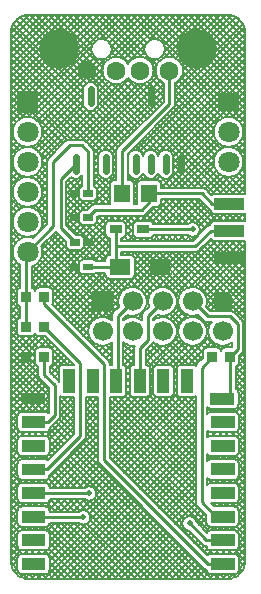
<source format=gtl>
G04 Layer: TopLayer*
G04 EasyEDA v6.4.25, 2021-09-19T13:56:21+08:00*
G04 cf7ef8cfdd7b4478b9a214f7d578d54c,d03eed67808b488db07f83a96349b93e,10*
G04 Gerber Generator version 0.2*
G04 Scale: 100 percent, Rotated: No, Reflected: No *
G04 Dimensions in inches *
G04 leading zeros omitted , absolute positions ,3 integer and 6 decimal *
%FSLAX36Y36*%
%MOIN*%

%ADD10C,0.0100*%
%ADD11C,0.0050*%
%ADD12C,0.0220*%
%ADD13C,0.0200*%
%ADD15R,0.0394X0.0295*%
%ADD18R,0.0787X0.0394*%
%ADD19R,0.0394X0.0787*%
%ADD22C,0.0709*%
%ADD26C,0.0669*%
%ADD27C,0.0630*%
%ADD28C,0.1339*%

%LPD*%
D10*
X451159Y-725000D02*
G01*
X615000Y-725000D01*
X470000Y-605000D02*
G01*
X645000Y-605000D01*
X679499Y-639499D01*
X736599Y-639499D01*
X736599Y-730000D02*
G01*
X675000Y-730000D01*
X623600Y-781399D01*
X358800Y-781399D01*
X360700Y-1229899D02*
G01*
X365000Y-1229899D01*
X365000Y-1015000D01*
X415000Y-965000D01*
X439499Y-1229899D02*
G01*
X439499Y-1120500D01*
X465000Y-1095000D01*
X465000Y-1015000D01*
X515000Y-965000D01*
X605000Y-1705000D02*
G01*
X605000Y-1705000D01*
X661399Y-1761399D01*
X715000Y-1761399D01*
X739699Y-1150000D02*
G01*
X765000Y-1124699D01*
X765000Y-1040000D01*
X740000Y-1015000D01*
X665000Y-1015000D01*
X615000Y-965000D01*
X65000Y-800000D02*
G01*
X150000Y-715000D01*
X150000Y-500000D01*
X205000Y-445000D01*
X245000Y-445000D01*
X266500Y-466500D01*
X266500Y-605000D01*
X715000Y-1840100D02*
G01*
X665100Y-1840100D01*
X320000Y-1495000D01*
X320000Y-1175000D01*
X119699Y-974699D01*
X119699Y-950000D01*
X65000Y-800000D02*
G01*
X60340Y-804659D01*
X60340Y-950000D01*
X225000Y-508099D02*
G01*
X175000Y-558099D01*
X175000Y-720000D01*
X223600Y-768299D01*
X270000Y-1605000D02*
G01*
X125000Y-1605000D01*
X85039Y-1603930D01*
X85039Y-1603930D01*
X250000Y-1685000D02*
G01*
X120000Y-1685000D01*
X117699Y-1682699D01*
X85000Y-1682699D01*
X85000Y-1525199D02*
G01*
X129800Y-1525199D01*
X240000Y-1415000D01*
X240000Y-1170300D01*
X119699Y-1050000D01*
X60340Y-950000D02*
G01*
X60340Y-1050000D01*
X85000Y-1367699D02*
G01*
X132300Y-1367699D01*
X155000Y-1345000D01*
X155000Y-1245000D01*
X119699Y-1209699D01*
X119659Y-1150000D01*
X680300Y-1150000D02*
G01*
X645000Y-1185399D01*
X645000Y-1635000D01*
X692699Y-1682699D01*
X715000Y-1682699D01*
X715000Y-1289000D02*
G01*
X739699Y-1289000D01*
X739659Y-1150000D01*
X266500Y-685000D02*
G01*
X291500Y-660000D01*
X445000Y-660000D01*
X470000Y-635000D01*
X470000Y-605000D01*
X373609Y-850000D02*
G01*
X266460Y-850000D01*
X373609Y-850000D02*
G01*
X358840Y-835230D01*
X358840Y-725000D01*
X537800Y-195399D02*
G01*
X537800Y-307199D01*
X380000Y-465000D01*
X380000Y-605000D01*
D11*
X25122Y-1870321D02*
G01*
X21067Y-1865314D01*
X21067Y-1865314D02*
G01*
X17558Y-1859911D01*
X17558Y-1859911D02*
G01*
X14633Y-1854170D01*
X14633Y-1854170D02*
G01*
X12324Y-1848155D01*
X12324Y-1848155D02*
G01*
X10657Y-1841931D01*
X10657Y-1841931D02*
G01*
X9649Y-1835568D01*
X9649Y-1835568D02*
G01*
X9299Y-1828903D01*
X9299Y-1828903D02*
G01*
X9299Y-71096D01*
X9299Y-71096D02*
G01*
X9649Y-64431D01*
X9649Y-64431D02*
G01*
X10657Y-58068D01*
X10657Y-58068D02*
G01*
X12324Y-51844D01*
X12324Y-51844D02*
G01*
X14633Y-45829D01*
X14633Y-45829D02*
G01*
X17558Y-40088D01*
X17558Y-40088D02*
G01*
X21067Y-34685D01*
X21067Y-34685D02*
G01*
X25122Y-29678D01*
X25122Y-29678D02*
G01*
X29678Y-25122D01*
X29678Y-25122D02*
G01*
X34685Y-21067D01*
X34685Y-21067D02*
G01*
X40088Y-17558D01*
X40088Y-17558D02*
G01*
X45829Y-14633D01*
X45829Y-14633D02*
G01*
X51844Y-12324D01*
X51844Y-12324D02*
G01*
X58068Y-10657D01*
X58068Y-10657D02*
G01*
X64431Y-9649D01*
X64431Y-9649D02*
G01*
X71096Y-9299D01*
X71096Y-9299D02*
G01*
X728903Y-9299D01*
X728903Y-9299D02*
G01*
X735568Y-9649D01*
X735568Y-9649D02*
G01*
X741931Y-10657D01*
X741931Y-10657D02*
G01*
X748155Y-12324D01*
X748155Y-12324D02*
G01*
X754170Y-14633D01*
X754170Y-14633D02*
G01*
X759911Y-17558D01*
X759911Y-17558D02*
G01*
X765314Y-21067D01*
X765314Y-21067D02*
G01*
X770321Y-25122D01*
X770321Y-25122D02*
G01*
X774877Y-29678D01*
X774877Y-29678D02*
G01*
X778932Y-34685D01*
X778932Y-34685D02*
G01*
X782441Y-40088D01*
X782441Y-40088D02*
G01*
X785366Y-45829D01*
X785366Y-45829D02*
G01*
X787675Y-51844D01*
X787675Y-51844D02*
G01*
X789342Y-58068D01*
X789342Y-58068D02*
G01*
X790350Y-64431D01*
X790350Y-64431D02*
G01*
X790699Y-71096D01*
X790699Y-71096D02*
G01*
X790699Y-607014D01*
X790699Y-607014D02*
G01*
X788418Y-606215D01*
X788418Y-606215D02*
G01*
X785236Y-605857D01*
X785236Y-605857D02*
G01*
X687991Y-605857D01*
X687991Y-605857D02*
G01*
X684810Y-606215D01*
X684810Y-606215D02*
G01*
X681787Y-607273D01*
X681787Y-607273D02*
G01*
X679076Y-608977D01*
X679076Y-608977D02*
G01*
X677673Y-610379D01*
X677673Y-610379D02*
G01*
X658647Y-591352D01*
X658647Y-591352D02*
G01*
X655722Y-588952D01*
X655722Y-588952D02*
G01*
X652385Y-587169D01*
X652385Y-587169D02*
G01*
X648765Y-586070D01*
X648765Y-586070D02*
G01*
X645000Y-585700D01*
X645000Y-585700D02*
G01*
X510579Y-585700D01*
X510579Y-585700D02*
G01*
X510579Y-575472D01*
X510579Y-575472D02*
G01*
X510221Y-572290D01*
X510221Y-572290D02*
G01*
X509163Y-569268D01*
X509163Y-569268D02*
G01*
X507459Y-566556D01*
X507459Y-566556D02*
G01*
X505195Y-564292D01*
X505195Y-564292D02*
G01*
X502483Y-562588D01*
X502483Y-562588D02*
G01*
X499461Y-561531D01*
X499461Y-561531D02*
G01*
X496279Y-561172D01*
X496279Y-561172D02*
G01*
X443720Y-561172D01*
X443720Y-561172D02*
G01*
X440538Y-561531D01*
X440538Y-561531D02*
G01*
X437516Y-562588D01*
X437516Y-562588D02*
G01*
X434804Y-564292D01*
X434804Y-564292D02*
G01*
X432540Y-566556D01*
X432540Y-566556D02*
G01*
X430836Y-569268D01*
X430836Y-569268D02*
G01*
X429778Y-572290D01*
X429778Y-572290D02*
G01*
X429420Y-575472D01*
X429420Y-575472D02*
G01*
X429420Y-634527D01*
X429420Y-634527D02*
G01*
X429778Y-637709D01*
X429778Y-637709D02*
G01*
X430825Y-640700D01*
X430825Y-640700D02*
G01*
X419214Y-640700D01*
X419214Y-640700D02*
G01*
X420261Y-637709D01*
X420261Y-637709D02*
G01*
X420619Y-634527D01*
X420619Y-634527D02*
G01*
X420619Y-575472D01*
X420619Y-575472D02*
G01*
X420261Y-572290D01*
X420261Y-572290D02*
G01*
X419203Y-569268D01*
X419203Y-569268D02*
G01*
X417499Y-566556D01*
X417499Y-566556D02*
G01*
X415235Y-564292D01*
X415235Y-564292D02*
G01*
X412523Y-562588D01*
X412523Y-562588D02*
G01*
X409501Y-561531D01*
X409501Y-561531D02*
G01*
X406319Y-561172D01*
X406319Y-561172D02*
G01*
X399299Y-561172D01*
X399299Y-561172D02*
G01*
X399299Y-472994D01*
X399299Y-472994D02*
G01*
X551447Y-320847D01*
X551447Y-320847D02*
G01*
X553847Y-317922D01*
X553847Y-317922D02*
G01*
X555630Y-314585D01*
X555630Y-314585D02*
G01*
X556729Y-310965D01*
X556729Y-310965D02*
G01*
X557100Y-307199D01*
X557100Y-307199D02*
G01*
X557100Y-236871D01*
X557100Y-236871D02*
G01*
X560695Y-235098D01*
X560695Y-235098D02*
G01*
X565676Y-231770D01*
X565676Y-231770D02*
G01*
X570180Y-227820D01*
X570180Y-227820D02*
G01*
X574130Y-223316D01*
X574130Y-223316D02*
G01*
X577458Y-218335D01*
X577458Y-218335D02*
G01*
X580108Y-212963D01*
X580108Y-212963D02*
G01*
X582033Y-207290D01*
X582033Y-207290D02*
G01*
X583202Y-201415D01*
X583202Y-201415D02*
G01*
X583593Y-195437D01*
X583593Y-195437D02*
G01*
X583202Y-189460D01*
X583202Y-189460D02*
G01*
X582033Y-183585D01*
X582033Y-183585D02*
G01*
X580108Y-177912D01*
X580108Y-177912D02*
G01*
X577458Y-172539D01*
X577458Y-172539D02*
G01*
X574130Y-167559D01*
X574130Y-167559D02*
G01*
X570180Y-163055D01*
X570180Y-163055D02*
G01*
X565676Y-159105D01*
X565676Y-159105D02*
G01*
X560695Y-155777D01*
X560695Y-155777D02*
G01*
X555323Y-153128D01*
X555323Y-153128D02*
G01*
X549650Y-151202D01*
X549650Y-151202D02*
G01*
X543775Y-150033D01*
X543775Y-150033D02*
G01*
X537797Y-149641D01*
X537797Y-149641D02*
G01*
X531820Y-150033D01*
X531820Y-150033D02*
G01*
X525945Y-151202D01*
X525945Y-151202D02*
G01*
X520272Y-153128D01*
X520272Y-153128D02*
G01*
X514899Y-155777D01*
X514899Y-155777D02*
G01*
X509919Y-159105D01*
X509919Y-159105D02*
G01*
X505415Y-163055D01*
X505415Y-163055D02*
G01*
X501465Y-167559D01*
X501465Y-167559D02*
G01*
X498137Y-172539D01*
X498137Y-172539D02*
G01*
X495488Y-177912D01*
X495488Y-177912D02*
G01*
X493562Y-183585D01*
X493562Y-183585D02*
G01*
X492393Y-189460D01*
X492393Y-189460D02*
G01*
X492002Y-195437D01*
X492002Y-195437D02*
G01*
X492393Y-201415D01*
X492393Y-201415D02*
G01*
X493562Y-207290D01*
X493562Y-207290D02*
G01*
X495488Y-212963D01*
X495488Y-212963D02*
G01*
X498137Y-218335D01*
X498137Y-218335D02*
G01*
X501465Y-223316D01*
X501465Y-223316D02*
G01*
X505415Y-227820D01*
X505415Y-227820D02*
G01*
X509919Y-231770D01*
X509919Y-231770D02*
G01*
X514899Y-235098D01*
X514899Y-235098D02*
G01*
X518499Y-236873D01*
X518499Y-236873D02*
G01*
X518499Y-299205D01*
X518499Y-299205D02*
G01*
X366352Y-451352D01*
X366352Y-451352D02*
G01*
X363952Y-454277D01*
X363952Y-454277D02*
G01*
X362169Y-457614D01*
X362169Y-457614D02*
G01*
X361070Y-461234D01*
X361070Y-461234D02*
G01*
X360700Y-465000D01*
X360700Y-465000D02*
G01*
X360700Y-561172D01*
X360700Y-561172D02*
G01*
X353760Y-561172D01*
X353760Y-561172D02*
G01*
X350578Y-561531D01*
X350578Y-561531D02*
G01*
X347555Y-562588D01*
X347555Y-562588D02*
G01*
X344844Y-564292D01*
X344844Y-564292D02*
G01*
X342580Y-566556D01*
X342580Y-566556D02*
G01*
X340876Y-569268D01*
X340876Y-569268D02*
G01*
X339819Y-572290D01*
X339819Y-572290D02*
G01*
X339460Y-575472D01*
X339460Y-575472D02*
G01*
X339460Y-634527D01*
X339460Y-634527D02*
G01*
X339819Y-637709D01*
X339819Y-637709D02*
G01*
X340865Y-640700D01*
X340865Y-640700D02*
G01*
X291500Y-640700D01*
X291500Y-640700D02*
G01*
X287734Y-641070D01*
X287734Y-641070D02*
G01*
X284114Y-642169D01*
X284114Y-642169D02*
G01*
X280777Y-643952D01*
X280777Y-643952D02*
G01*
X277852Y-646352D01*
X277852Y-646352D02*
G01*
X264135Y-660070D01*
X264135Y-660070D02*
G01*
X250905Y-660070D01*
X250905Y-660070D02*
G01*
X247723Y-660428D01*
X247723Y-660428D02*
G01*
X244701Y-661486D01*
X244701Y-661486D02*
G01*
X241990Y-663189D01*
X241990Y-663189D02*
G01*
X239725Y-665454D01*
X239725Y-665454D02*
G01*
X238022Y-668165D01*
X238022Y-668165D02*
G01*
X236964Y-671188D01*
X236964Y-671188D02*
G01*
X236606Y-674369D01*
X236606Y-674369D02*
G01*
X236606Y-695630D01*
X236606Y-695630D02*
G01*
X236964Y-698811D01*
X236964Y-698811D02*
G01*
X238022Y-701834D01*
X238022Y-701834D02*
G01*
X239725Y-704545D01*
X239725Y-704545D02*
G01*
X241990Y-706810D01*
X241990Y-706810D02*
G01*
X244701Y-708513D01*
X244701Y-708513D02*
G01*
X247723Y-709571D01*
X247723Y-709571D02*
G01*
X250905Y-709929D01*
X250905Y-709929D02*
G01*
X282011Y-709929D01*
X282011Y-709929D02*
G01*
X285194Y-709571D01*
X285194Y-709571D02*
G01*
X288216Y-708513D01*
X288216Y-708513D02*
G01*
X290927Y-706810D01*
X290927Y-706810D02*
G01*
X293192Y-704545D01*
X293192Y-704545D02*
G01*
X294895Y-701834D01*
X294895Y-701834D02*
G01*
X295953Y-698811D01*
X295953Y-698811D02*
G01*
X296311Y-695630D01*
X296311Y-695630D02*
G01*
X296311Y-682482D01*
X296311Y-682482D02*
G01*
X299494Y-679299D01*
X299494Y-679299D02*
G01*
X445000Y-679299D01*
X445000Y-679299D02*
G01*
X448765Y-678929D01*
X448765Y-678929D02*
G01*
X452385Y-677830D01*
X452385Y-677830D02*
G01*
X455722Y-676047D01*
X455722Y-676047D02*
G01*
X458647Y-673647D01*
X458647Y-673647D02*
G01*
X483466Y-648827D01*
X483466Y-648827D02*
G01*
X496279Y-648827D01*
X496279Y-648827D02*
G01*
X499461Y-648469D01*
X499461Y-648469D02*
G01*
X502483Y-647411D01*
X502483Y-647411D02*
G01*
X505195Y-645707D01*
X505195Y-645707D02*
G01*
X507459Y-643443D01*
X507459Y-643443D02*
G01*
X509163Y-640731D01*
X509163Y-640731D02*
G01*
X510221Y-637709D01*
X510221Y-637709D02*
G01*
X510579Y-634527D01*
X510579Y-634527D02*
G01*
X510579Y-624299D01*
X510579Y-624299D02*
G01*
X637005Y-624299D01*
X637005Y-624299D02*
G01*
X665852Y-653147D01*
X665852Y-653147D02*
G01*
X668777Y-655547D01*
X668777Y-655547D02*
G01*
X672114Y-657330D01*
X672114Y-657330D02*
G01*
X673692Y-657809D01*
X673692Y-657809D02*
G01*
X673692Y-658740D01*
X673692Y-658740D02*
G01*
X674050Y-661922D01*
X674050Y-661922D02*
G01*
X675108Y-664944D01*
X675108Y-664944D02*
G01*
X676811Y-667656D01*
X676811Y-667656D02*
G01*
X679076Y-669920D01*
X679076Y-669920D02*
G01*
X681787Y-671624D01*
X681787Y-671624D02*
G01*
X684810Y-672681D01*
X684810Y-672681D02*
G01*
X687991Y-673040D01*
X687991Y-673040D02*
G01*
X785236Y-673040D01*
X785236Y-673040D02*
G01*
X788418Y-672681D01*
X788418Y-672681D02*
G01*
X790699Y-671883D01*
X790699Y-671883D02*
G01*
X790699Y-697565D01*
X790699Y-697565D02*
G01*
X788418Y-696766D01*
X788418Y-696766D02*
G01*
X785236Y-696408D01*
X785236Y-696408D02*
G01*
X687991Y-696408D01*
X687991Y-696408D02*
G01*
X684810Y-696766D01*
X684810Y-696766D02*
G01*
X681787Y-697824D01*
X681787Y-697824D02*
G01*
X679076Y-699528D01*
X679076Y-699528D02*
G01*
X676811Y-701792D01*
X676811Y-701792D02*
G01*
X675108Y-704504D01*
X675108Y-704504D02*
G01*
X674050Y-707526D01*
X674050Y-707526D02*
G01*
X673692Y-710828D01*
X673692Y-710828D02*
G01*
X671234Y-711070D01*
X671234Y-711070D02*
G01*
X667614Y-712169D01*
X667614Y-712169D02*
G01*
X664277Y-713952D01*
X664277Y-713952D02*
G01*
X661352Y-716352D01*
X661352Y-716352D02*
G01*
X615605Y-762100D01*
X615605Y-762100D02*
G01*
X378139Y-762100D01*
X378139Y-762100D02*
G01*
X378139Y-754063D01*
X378139Y-754063D02*
G01*
X381702Y-753705D01*
X381702Y-753705D02*
G01*
X384724Y-752647D01*
X384724Y-752647D02*
G01*
X387435Y-750944D01*
X387435Y-750944D02*
G01*
X389700Y-748679D01*
X389700Y-748679D02*
G01*
X391403Y-745968D01*
X391403Y-745968D02*
G01*
X392461Y-742946D01*
X392461Y-742946D02*
G01*
X392820Y-739764D01*
X392820Y-739764D02*
G01*
X392820Y-710235D01*
X392820Y-710235D02*
G01*
X392461Y-707053D01*
X392461Y-707053D02*
G01*
X391403Y-704031D01*
X391403Y-704031D02*
G01*
X389700Y-701320D01*
X389700Y-701320D02*
G01*
X387435Y-699055D01*
X387435Y-699055D02*
G01*
X384724Y-697352D01*
X384724Y-697352D02*
G01*
X381702Y-696294D01*
X381702Y-696294D02*
G01*
X378519Y-695936D01*
X378519Y-695936D02*
G01*
X339149Y-695936D01*
X339149Y-695936D02*
G01*
X335967Y-696294D01*
X335967Y-696294D02*
G01*
X332945Y-697352D01*
X332945Y-697352D02*
G01*
X330234Y-699055D01*
X330234Y-699055D02*
G01*
X327969Y-701320D01*
X327969Y-701320D02*
G01*
X326266Y-704031D01*
X326266Y-704031D02*
G01*
X325208Y-707053D01*
X325208Y-707053D02*
G01*
X324850Y-710235D01*
X324850Y-710235D02*
G01*
X324850Y-739764D01*
X324850Y-739764D02*
G01*
X325208Y-742946D01*
X325208Y-742946D02*
G01*
X326266Y-745968D01*
X326266Y-745968D02*
G01*
X327969Y-748679D01*
X327969Y-748679D02*
G01*
X330234Y-750944D01*
X330234Y-750944D02*
G01*
X332945Y-752647D01*
X332945Y-752647D02*
G01*
X335967Y-753705D01*
X335967Y-753705D02*
G01*
X339540Y-754063D01*
X339540Y-754063D02*
G01*
X339540Y-810187D01*
X339540Y-810187D02*
G01*
X335833Y-810546D01*
X335833Y-810546D02*
G01*
X332811Y-811604D01*
X332811Y-811604D02*
G01*
X330099Y-813307D01*
X330099Y-813307D02*
G01*
X327835Y-815572D01*
X327835Y-815572D02*
G01*
X326131Y-818283D01*
X326131Y-818283D02*
G01*
X325073Y-821305D01*
X325073Y-821305D02*
G01*
X324715Y-824488D01*
X324715Y-824488D02*
G01*
X324715Y-830700D01*
X324715Y-830700D02*
G01*
X293346Y-830700D01*
X293346Y-830700D02*
G01*
X293192Y-830454D01*
X293192Y-830454D02*
G01*
X290927Y-828189D01*
X290927Y-828189D02*
G01*
X288216Y-826486D01*
X288216Y-826486D02*
G01*
X285194Y-825428D01*
X285194Y-825428D02*
G01*
X282011Y-825070D01*
X282011Y-825070D02*
G01*
X250905Y-825070D01*
X250905Y-825070D02*
G01*
X247723Y-825428D01*
X247723Y-825428D02*
G01*
X244701Y-826486D01*
X244701Y-826486D02*
G01*
X241990Y-828189D01*
X241990Y-828189D02*
G01*
X239725Y-830454D01*
X239725Y-830454D02*
G01*
X238022Y-833165D01*
X238022Y-833165D02*
G01*
X236964Y-836188D01*
X236964Y-836188D02*
G01*
X236606Y-839369D01*
X236606Y-839369D02*
G01*
X236606Y-860630D01*
X236606Y-860630D02*
G01*
X236964Y-863811D01*
X236964Y-863811D02*
G01*
X238022Y-866834D01*
X238022Y-866834D02*
G01*
X239725Y-869545D01*
X239725Y-869545D02*
G01*
X241990Y-871810D01*
X241990Y-871810D02*
G01*
X244701Y-873513D01*
X244701Y-873513D02*
G01*
X247723Y-874571D01*
X247723Y-874571D02*
G01*
X250905Y-874929D01*
X250905Y-874929D02*
G01*
X282011Y-874929D01*
X282011Y-874929D02*
G01*
X285194Y-874571D01*
X285194Y-874571D02*
G01*
X288216Y-873513D01*
X288216Y-873513D02*
G01*
X290927Y-871810D01*
X290927Y-871810D02*
G01*
X293192Y-869545D01*
X293192Y-869545D02*
G01*
X293346Y-869299D01*
X293346Y-869299D02*
G01*
X324715Y-869299D01*
X324715Y-869299D02*
G01*
X324715Y-875511D01*
X324715Y-875511D02*
G01*
X325073Y-878694D01*
X325073Y-878694D02*
G01*
X326131Y-881716D01*
X326131Y-881716D02*
G01*
X327835Y-884427D01*
X327835Y-884427D02*
G01*
X330099Y-886692D01*
X330099Y-886692D02*
G01*
X332811Y-888395D01*
X332811Y-888395D02*
G01*
X335833Y-889453D01*
X335833Y-889453D02*
G01*
X339015Y-889812D01*
X339015Y-889812D02*
G01*
X408208Y-889812D01*
X408208Y-889812D02*
G01*
X411390Y-889453D01*
X411390Y-889453D02*
G01*
X414412Y-888395D01*
X414412Y-888395D02*
G01*
X417124Y-886692D01*
X417124Y-886692D02*
G01*
X419388Y-884427D01*
X419388Y-884427D02*
G01*
X421092Y-881716D01*
X421092Y-881716D02*
G01*
X422150Y-878694D01*
X422150Y-878694D02*
G01*
X422508Y-875511D01*
X422508Y-875511D02*
G01*
X422508Y-824488D01*
X422508Y-824488D02*
G01*
X422150Y-821305D01*
X422150Y-821305D02*
G01*
X421092Y-818283D01*
X421092Y-818283D02*
G01*
X419388Y-815572D01*
X419388Y-815572D02*
G01*
X417124Y-813307D01*
X417124Y-813307D02*
G01*
X414412Y-811604D01*
X414412Y-811604D02*
G01*
X411390Y-810546D01*
X411390Y-810546D02*
G01*
X408208Y-810187D01*
X408208Y-810187D02*
G01*
X378139Y-810187D01*
X378139Y-810187D02*
G01*
X378139Y-800700D01*
X378139Y-800700D02*
G01*
X623600Y-800700D01*
X623600Y-800700D02*
G01*
X627365Y-800329D01*
X627365Y-800329D02*
G01*
X630985Y-799230D01*
X630985Y-799230D02*
G01*
X634322Y-797447D01*
X634322Y-797447D02*
G01*
X637247Y-795047D01*
X637247Y-795047D02*
G01*
X675760Y-756534D01*
X675760Y-756534D02*
G01*
X676811Y-758207D01*
X676811Y-758207D02*
G01*
X679076Y-760471D01*
X679076Y-760471D02*
G01*
X681787Y-762175D01*
X681787Y-762175D02*
G01*
X684810Y-763233D01*
X684810Y-763233D02*
G01*
X687991Y-763591D01*
X687991Y-763591D02*
G01*
X785236Y-763591D01*
X785236Y-763591D02*
G01*
X788418Y-763233D01*
X788418Y-763233D02*
G01*
X790699Y-762434D01*
X790699Y-762434D02*
G01*
X790699Y-1828903D01*
X790699Y-1828903D02*
G01*
X790350Y-1835568D01*
X790350Y-1835568D02*
G01*
X789342Y-1841931D01*
X789342Y-1841931D02*
G01*
X787675Y-1848155D01*
X787675Y-1848155D02*
G01*
X785366Y-1854170D01*
X785366Y-1854170D02*
G01*
X782441Y-1859911D01*
X782441Y-1859911D02*
G01*
X778932Y-1865314D01*
X778932Y-1865314D02*
G01*
X774877Y-1870321D01*
X774877Y-1870321D02*
G01*
X770321Y-1874877D01*
X770321Y-1874877D02*
G01*
X765314Y-1878932D01*
X765314Y-1878932D02*
G01*
X759911Y-1882441D01*
X759911Y-1882441D02*
G01*
X754170Y-1885366D01*
X754170Y-1885366D02*
G01*
X748155Y-1887675D01*
X748155Y-1887675D02*
G01*
X741931Y-1889342D01*
X741931Y-1889342D02*
G01*
X735568Y-1890350D01*
X735568Y-1890350D02*
G01*
X728903Y-1890700D01*
X728903Y-1890700D02*
G01*
X71096Y-1890700D01*
X71096Y-1890700D02*
G01*
X64431Y-1890350D01*
X64431Y-1890350D02*
G01*
X58068Y-1889342D01*
X58068Y-1889342D02*
G01*
X51844Y-1887675D01*
X51844Y-1887675D02*
G01*
X45829Y-1885366D01*
X45829Y-1885366D02*
G01*
X40088Y-1882441D01*
X40088Y-1882441D02*
G01*
X34685Y-1878932D01*
X34685Y-1878932D02*
G01*
X29678Y-1874877D01*
X29678Y-1874877D02*
G01*
X25122Y-1870321D01*
X36724Y-1556044D02*
G01*
X39435Y-1557747D01*
X39435Y-1557747D02*
G01*
X42458Y-1558805D01*
X42458Y-1558805D02*
G01*
X45639Y-1559164D01*
X45639Y-1559164D02*
G01*
X124380Y-1559164D01*
X124380Y-1559164D02*
G01*
X127561Y-1558805D01*
X127561Y-1558805D02*
G01*
X130584Y-1557747D01*
X130584Y-1557747D02*
G01*
X133295Y-1556044D01*
X133295Y-1556044D02*
G01*
X135560Y-1553779D01*
X135560Y-1553779D02*
G01*
X137263Y-1551068D01*
X137263Y-1551068D02*
G01*
X138321Y-1548045D01*
X138321Y-1548045D02*
G01*
X138679Y-1544863D01*
X138679Y-1544863D02*
G01*
X138679Y-1542232D01*
X138679Y-1542232D02*
G01*
X140522Y-1541247D01*
X140522Y-1541247D02*
G01*
X143447Y-1538847D01*
X143447Y-1538847D02*
G01*
X253647Y-1428647D01*
X253647Y-1428647D02*
G01*
X256047Y-1425722D01*
X256047Y-1425722D02*
G01*
X257830Y-1422385D01*
X257830Y-1422385D02*
G01*
X258929Y-1418765D01*
X258929Y-1418765D02*
G01*
X259299Y-1415000D01*
X259299Y-1415000D02*
G01*
X259299Y-1283233D01*
X259299Y-1283233D02*
G01*
X262325Y-1283573D01*
X262325Y-1283573D02*
G01*
X300700Y-1283573D01*
X300700Y-1283573D02*
G01*
X300700Y-1495000D01*
X300700Y-1495000D02*
G01*
X301070Y-1498765D01*
X301070Y-1498765D02*
G01*
X302169Y-1502385D01*
X302169Y-1502385D02*
G01*
X303952Y-1505722D01*
X303952Y-1505722D02*
G01*
X306352Y-1508647D01*
X306352Y-1508647D02*
G01*
X651452Y-1853747D01*
X651452Y-1853747D02*
G01*
X654377Y-1856147D01*
X654377Y-1856147D02*
G01*
X657714Y-1857930D01*
X657714Y-1857930D02*
G01*
X661334Y-1859029D01*
X661334Y-1859029D02*
G01*
X661350Y-1859825D01*
X661350Y-1859825D02*
G01*
X661708Y-1863006D01*
X661708Y-1863006D02*
G01*
X662766Y-1866029D01*
X662766Y-1866029D02*
G01*
X664469Y-1868740D01*
X664469Y-1868740D02*
G01*
X666734Y-1871005D01*
X666734Y-1871005D02*
G01*
X669445Y-1872708D01*
X669445Y-1872708D02*
G01*
X672467Y-1873766D01*
X672467Y-1873766D02*
G01*
X675650Y-1874124D01*
X675650Y-1874124D02*
G01*
X754389Y-1874124D01*
X754389Y-1874124D02*
G01*
X757572Y-1873766D01*
X757572Y-1873766D02*
G01*
X760594Y-1872708D01*
X760594Y-1872708D02*
G01*
X763305Y-1871005D01*
X763305Y-1871005D02*
G01*
X765570Y-1868740D01*
X765570Y-1868740D02*
G01*
X767273Y-1866029D01*
X767273Y-1866029D02*
G01*
X768331Y-1863006D01*
X768331Y-1863006D02*
G01*
X768689Y-1859825D01*
X768689Y-1859825D02*
G01*
X768689Y-1820455D01*
X768689Y-1820455D02*
G01*
X768331Y-1817273D01*
X768331Y-1817273D02*
G01*
X767273Y-1814250D01*
X767273Y-1814250D02*
G01*
X765570Y-1811539D01*
X765570Y-1811539D02*
G01*
X763305Y-1809274D01*
X763305Y-1809274D02*
G01*
X760594Y-1807571D01*
X760594Y-1807571D02*
G01*
X757572Y-1806513D01*
X757572Y-1806513D02*
G01*
X754389Y-1806154D01*
X754389Y-1806154D02*
G01*
X675650Y-1806154D01*
X675650Y-1806154D02*
G01*
X672467Y-1806513D01*
X672467Y-1806513D02*
G01*
X669445Y-1807571D01*
X669445Y-1807571D02*
G01*
X666734Y-1809274D01*
X666734Y-1809274D02*
G01*
X664469Y-1811539D01*
X664469Y-1811539D02*
G01*
X664224Y-1811929D01*
X664224Y-1811929D02*
G01*
X339299Y-1487005D01*
X339299Y-1487005D02*
G01*
X339299Y-1283378D01*
X339299Y-1283378D02*
G01*
X341035Y-1283573D01*
X341035Y-1283573D02*
G01*
X380405Y-1283573D01*
X380405Y-1283573D02*
G01*
X383587Y-1283215D01*
X383587Y-1283215D02*
G01*
X386609Y-1282157D01*
X386609Y-1282157D02*
G01*
X389320Y-1280454D01*
X389320Y-1280454D02*
G01*
X391585Y-1278189D01*
X391585Y-1278189D02*
G01*
X393288Y-1275478D01*
X393288Y-1275478D02*
G01*
X394346Y-1272456D01*
X394346Y-1272456D02*
G01*
X394704Y-1269274D01*
X394704Y-1269274D02*
G01*
X394704Y-1190533D01*
X394704Y-1190533D02*
G01*
X394346Y-1187352D01*
X394346Y-1187352D02*
G01*
X393288Y-1184329D01*
X393288Y-1184329D02*
G01*
X391585Y-1181618D01*
X391585Y-1181618D02*
G01*
X389320Y-1179353D01*
X389320Y-1179353D02*
G01*
X386609Y-1177650D01*
X386609Y-1177650D02*
G01*
X384299Y-1176842D01*
X384299Y-1176842D02*
G01*
X384299Y-1101508D01*
X384299Y-1101508D02*
G01*
X385219Y-1102343D01*
X385219Y-1102343D02*
G01*
X390239Y-1105845D01*
X390239Y-1105845D02*
G01*
X395665Y-1108676D01*
X395665Y-1108676D02*
G01*
X401409Y-1110790D01*
X401409Y-1110790D02*
G01*
X407376Y-1112152D01*
X407376Y-1112152D02*
G01*
X413469Y-1112739D01*
X413469Y-1112739D02*
G01*
X419586Y-1112543D01*
X419586Y-1112543D02*
G01*
X422199Y-1112121D01*
X422199Y-1112121D02*
G01*
X421669Y-1113114D01*
X421669Y-1113114D02*
G01*
X420570Y-1116734D01*
X420570Y-1116734D02*
G01*
X420199Y-1120500D01*
X420199Y-1120500D02*
G01*
X420199Y-1176233D01*
X420199Y-1176233D02*
G01*
X416622Y-1176592D01*
X416622Y-1176592D02*
G01*
X413600Y-1177650D01*
X413600Y-1177650D02*
G01*
X410889Y-1179353D01*
X410889Y-1179353D02*
G01*
X408624Y-1181618D01*
X408624Y-1181618D02*
G01*
X406921Y-1184329D01*
X406921Y-1184329D02*
G01*
X405863Y-1187352D01*
X405863Y-1187352D02*
G01*
X405504Y-1190533D01*
X405504Y-1190533D02*
G01*
X405504Y-1269274D01*
X405504Y-1269274D02*
G01*
X405863Y-1272456D01*
X405863Y-1272456D02*
G01*
X406921Y-1275478D01*
X406921Y-1275478D02*
G01*
X408624Y-1278189D01*
X408624Y-1278189D02*
G01*
X410889Y-1280454D01*
X410889Y-1280454D02*
G01*
X413600Y-1282157D01*
X413600Y-1282157D02*
G01*
X416622Y-1283215D01*
X416622Y-1283215D02*
G01*
X419805Y-1283573D01*
X419805Y-1283573D02*
G01*
X459175Y-1283573D01*
X459175Y-1283573D02*
G01*
X462357Y-1283215D01*
X462357Y-1283215D02*
G01*
X465379Y-1282157D01*
X465379Y-1282157D02*
G01*
X468090Y-1280454D01*
X468090Y-1280454D02*
G01*
X470355Y-1278189D01*
X470355Y-1278189D02*
G01*
X472058Y-1275478D01*
X472058Y-1275478D02*
G01*
X473116Y-1272456D01*
X473116Y-1272456D02*
G01*
X473474Y-1269274D01*
X473474Y-1269274D02*
G01*
X473474Y-1190533D01*
X473474Y-1190533D02*
G01*
X473116Y-1187352D01*
X473116Y-1187352D02*
G01*
X472058Y-1184329D01*
X472058Y-1184329D02*
G01*
X470355Y-1181618D01*
X470355Y-1181618D02*
G01*
X468090Y-1179353D01*
X468090Y-1179353D02*
G01*
X465379Y-1177650D01*
X465379Y-1177650D02*
G01*
X462357Y-1176592D01*
X462357Y-1176592D02*
G01*
X458800Y-1176233D01*
X458800Y-1176233D02*
G01*
X458800Y-1128494D01*
X458800Y-1128494D02*
G01*
X478647Y-1108647D01*
X478647Y-1108647D02*
G01*
X481047Y-1105722D01*
X481047Y-1105722D02*
G01*
X482830Y-1102385D01*
X482830Y-1102385D02*
G01*
X483356Y-1100652D01*
X483356Y-1100652D02*
G01*
X485219Y-1102343D01*
X485219Y-1102343D02*
G01*
X490239Y-1105845D01*
X490239Y-1105845D02*
G01*
X495665Y-1108676D01*
X495665Y-1108676D02*
G01*
X501409Y-1110790D01*
X501409Y-1110790D02*
G01*
X507376Y-1112152D01*
X507376Y-1112152D02*
G01*
X513469Y-1112739D01*
X513469Y-1112739D02*
G01*
X519586Y-1112543D01*
X519586Y-1112543D02*
G01*
X525628Y-1111566D01*
X525628Y-1111566D02*
G01*
X531496Y-1109825D01*
X531496Y-1109825D02*
G01*
X537092Y-1107348D01*
X537092Y-1107348D02*
G01*
X542326Y-1104175D01*
X542326Y-1104175D02*
G01*
X547112Y-1100358D01*
X547112Y-1100358D02*
G01*
X551370Y-1095962D01*
X551370Y-1095962D02*
G01*
X555030Y-1091057D01*
X555030Y-1091057D02*
G01*
X558034Y-1085724D01*
X558034Y-1085724D02*
G01*
X560331Y-1080050D01*
X560331Y-1080050D02*
G01*
X561883Y-1074130D01*
X561883Y-1074130D02*
G01*
X562666Y-1068060D01*
X562666Y-1068060D02*
G01*
X562666Y-1061939D01*
X562666Y-1061939D02*
G01*
X561883Y-1055869D01*
X561883Y-1055869D02*
G01*
X560331Y-1049949D01*
X560331Y-1049949D02*
G01*
X558034Y-1044275D01*
X558034Y-1044275D02*
G01*
X555030Y-1038942D01*
X555030Y-1038942D02*
G01*
X551370Y-1034037D01*
X551370Y-1034037D02*
G01*
X547112Y-1029641D01*
X547112Y-1029641D02*
G01*
X542326Y-1025824D01*
X542326Y-1025824D02*
G01*
X537092Y-1022651D01*
X537092Y-1022651D02*
G01*
X531496Y-1020174D01*
X531496Y-1020174D02*
G01*
X525628Y-1018433D01*
X525628Y-1018433D02*
G01*
X519586Y-1017456D01*
X519586Y-1017456D02*
G01*
X513469Y-1017260D01*
X513469Y-1017260D02*
G01*
X507376Y-1017847D01*
X507376Y-1017847D02*
G01*
X501409Y-1019209D01*
X501409Y-1019209D02*
G01*
X495665Y-1021323D01*
X495665Y-1021323D02*
G01*
X490239Y-1024154D01*
X490239Y-1024154D02*
G01*
X485219Y-1027656D01*
X485219Y-1027656D02*
G01*
X484299Y-1028491D01*
X484299Y-1028491D02*
G01*
X484299Y-1022994D01*
X484299Y-1022994D02*
G01*
X497823Y-1009470D01*
X497823Y-1009470D02*
G01*
X501409Y-1010790D01*
X501409Y-1010790D02*
G01*
X507376Y-1012152D01*
X507376Y-1012152D02*
G01*
X513469Y-1012739D01*
X513469Y-1012739D02*
G01*
X519586Y-1012543D01*
X519586Y-1012543D02*
G01*
X525628Y-1011566D01*
X525628Y-1011566D02*
G01*
X531496Y-1009825D01*
X531496Y-1009825D02*
G01*
X537092Y-1007348D01*
X537092Y-1007348D02*
G01*
X542326Y-1004175D01*
X542326Y-1004175D02*
G01*
X547112Y-1000358D01*
X547112Y-1000358D02*
G01*
X551370Y-995962D01*
X551370Y-995962D02*
G01*
X555030Y-991057D01*
X555030Y-991057D02*
G01*
X558034Y-985724D01*
X558034Y-985724D02*
G01*
X560331Y-980050D01*
X560331Y-980050D02*
G01*
X561883Y-974130D01*
X561883Y-974130D02*
G01*
X562666Y-968060D01*
X562666Y-968060D02*
G01*
X562666Y-961939D01*
X562666Y-961939D02*
G01*
X561883Y-955869D01*
X561883Y-955869D02*
G01*
X560331Y-949949D01*
X560331Y-949949D02*
G01*
X558034Y-944275D01*
X558034Y-944275D02*
G01*
X555030Y-938942D01*
X555030Y-938942D02*
G01*
X551370Y-934037D01*
X551370Y-934037D02*
G01*
X547112Y-929641D01*
X547112Y-929641D02*
G01*
X542326Y-925824D01*
X542326Y-925824D02*
G01*
X537092Y-922651D01*
X537092Y-922651D02*
G01*
X531496Y-920174D01*
X531496Y-920174D02*
G01*
X525628Y-918433D01*
X525628Y-918433D02*
G01*
X519586Y-917456D01*
X519586Y-917456D02*
G01*
X513469Y-917260D01*
X513469Y-917260D02*
G01*
X507376Y-917847D01*
X507376Y-917847D02*
G01*
X501409Y-919209D01*
X501409Y-919209D02*
G01*
X495665Y-921323D01*
X495665Y-921323D02*
G01*
X490239Y-924154D01*
X490239Y-924154D02*
G01*
X485219Y-927656D01*
X485219Y-927656D02*
G01*
X480688Y-931771D01*
X480688Y-931771D02*
G01*
X476720Y-936431D01*
X476720Y-936431D02*
G01*
X473381Y-941561D01*
X473381Y-941561D02*
G01*
X470726Y-947075D01*
X470726Y-947075D02*
G01*
X468797Y-952884D01*
X468797Y-952884D02*
G01*
X467627Y-958892D01*
X467627Y-958892D02*
G01*
X467235Y-965000D01*
X467235Y-965000D02*
G01*
X467627Y-971107D01*
X467627Y-971107D02*
G01*
X468797Y-977115D01*
X468797Y-977115D02*
G01*
X470490Y-982215D01*
X470490Y-982215D02*
G01*
X451352Y-1001352D01*
X451352Y-1001352D02*
G01*
X448952Y-1004277D01*
X448952Y-1004277D02*
G01*
X447169Y-1007614D01*
X447169Y-1007614D02*
G01*
X446070Y-1011234D01*
X446070Y-1011234D02*
G01*
X445700Y-1015000D01*
X445700Y-1015000D02*
G01*
X445700Y-1028514D01*
X445700Y-1028514D02*
G01*
X442326Y-1025824D01*
X442326Y-1025824D02*
G01*
X437092Y-1022651D01*
X437092Y-1022651D02*
G01*
X431496Y-1020174D01*
X431496Y-1020174D02*
G01*
X425628Y-1018433D01*
X425628Y-1018433D02*
G01*
X419586Y-1017456D01*
X419586Y-1017456D02*
G01*
X413469Y-1017260D01*
X413469Y-1017260D02*
G01*
X407376Y-1017847D01*
X407376Y-1017847D02*
G01*
X401409Y-1019209D01*
X401409Y-1019209D02*
G01*
X395665Y-1021323D01*
X395665Y-1021323D02*
G01*
X390239Y-1024154D01*
X390239Y-1024154D02*
G01*
X385219Y-1027656D01*
X385219Y-1027656D02*
G01*
X384299Y-1028491D01*
X384299Y-1028491D02*
G01*
X384299Y-1022994D01*
X384299Y-1022994D02*
G01*
X397823Y-1009470D01*
X397823Y-1009470D02*
G01*
X401409Y-1010790D01*
X401409Y-1010790D02*
G01*
X407376Y-1012152D01*
X407376Y-1012152D02*
G01*
X413469Y-1012739D01*
X413469Y-1012739D02*
G01*
X419586Y-1012543D01*
X419586Y-1012543D02*
G01*
X425628Y-1011566D01*
X425628Y-1011566D02*
G01*
X431496Y-1009825D01*
X431496Y-1009825D02*
G01*
X437092Y-1007348D01*
X437092Y-1007348D02*
G01*
X442326Y-1004175D01*
X442326Y-1004175D02*
G01*
X447112Y-1000358D01*
X447112Y-1000358D02*
G01*
X451370Y-995962D01*
X451370Y-995962D02*
G01*
X455030Y-991057D01*
X455030Y-991057D02*
G01*
X458034Y-985724D01*
X458034Y-985724D02*
G01*
X460331Y-980050D01*
X460331Y-980050D02*
G01*
X461883Y-974130D01*
X461883Y-974130D02*
G01*
X462666Y-968060D01*
X462666Y-968060D02*
G01*
X462666Y-961939D01*
X462666Y-961939D02*
G01*
X461883Y-955869D01*
X461883Y-955869D02*
G01*
X460331Y-949949D01*
X460331Y-949949D02*
G01*
X458034Y-944275D01*
X458034Y-944275D02*
G01*
X455030Y-938942D01*
X455030Y-938942D02*
G01*
X451370Y-934037D01*
X451370Y-934037D02*
G01*
X447112Y-929641D01*
X447112Y-929641D02*
G01*
X442326Y-925824D01*
X442326Y-925824D02*
G01*
X437092Y-922651D01*
X437092Y-922651D02*
G01*
X431496Y-920174D01*
X431496Y-920174D02*
G01*
X425628Y-918433D01*
X425628Y-918433D02*
G01*
X419586Y-917456D01*
X419586Y-917456D02*
G01*
X413469Y-917260D01*
X413469Y-917260D02*
G01*
X407376Y-917847D01*
X407376Y-917847D02*
G01*
X401409Y-919209D01*
X401409Y-919209D02*
G01*
X395665Y-921323D01*
X395665Y-921323D02*
G01*
X390239Y-924154D01*
X390239Y-924154D02*
G01*
X385219Y-927656D01*
X385219Y-927656D02*
G01*
X380688Y-931771D01*
X380688Y-931771D02*
G01*
X376720Y-936431D01*
X376720Y-936431D02*
G01*
X373381Y-941561D01*
X373381Y-941561D02*
G01*
X370726Y-947075D01*
X370726Y-947075D02*
G01*
X368797Y-952884D01*
X368797Y-952884D02*
G01*
X367627Y-958892D01*
X367627Y-958892D02*
G01*
X367235Y-965000D01*
X367235Y-965000D02*
G01*
X367627Y-971107D01*
X367627Y-971107D02*
G01*
X368797Y-977115D01*
X368797Y-977115D02*
G01*
X370490Y-982215D01*
X370490Y-982215D02*
G01*
X351352Y-1001352D01*
X351352Y-1001352D02*
G01*
X348952Y-1004277D01*
X348952Y-1004277D02*
G01*
X347169Y-1007614D01*
X347169Y-1007614D02*
G01*
X346070Y-1011234D01*
X346070Y-1011234D02*
G01*
X345700Y-1015000D01*
X345700Y-1015000D02*
G01*
X345700Y-1028514D01*
X345700Y-1028514D02*
G01*
X342326Y-1025824D01*
X342326Y-1025824D02*
G01*
X337092Y-1022651D01*
X337092Y-1022651D02*
G01*
X331496Y-1020174D01*
X331496Y-1020174D02*
G01*
X325628Y-1018433D01*
X325628Y-1018433D02*
G01*
X319586Y-1017456D01*
X319586Y-1017456D02*
G01*
X313469Y-1017260D01*
X313469Y-1017260D02*
G01*
X307376Y-1017847D01*
X307376Y-1017847D02*
G01*
X301409Y-1019209D01*
X301409Y-1019209D02*
G01*
X295665Y-1021323D01*
X295665Y-1021323D02*
G01*
X290239Y-1024154D01*
X290239Y-1024154D02*
G01*
X285219Y-1027656D01*
X285219Y-1027656D02*
G01*
X280688Y-1031771D01*
X280688Y-1031771D02*
G01*
X276720Y-1036431D01*
X276720Y-1036431D02*
G01*
X273381Y-1041561D01*
X273381Y-1041561D02*
G01*
X270726Y-1047075D01*
X270726Y-1047075D02*
G01*
X268797Y-1052884D01*
X268797Y-1052884D02*
G01*
X267627Y-1058892D01*
X267627Y-1058892D02*
G01*
X267235Y-1065000D01*
X267235Y-1065000D02*
G01*
X267627Y-1071107D01*
X267627Y-1071107D02*
G01*
X268797Y-1077115D01*
X268797Y-1077115D02*
G01*
X270726Y-1082924D01*
X270726Y-1082924D02*
G01*
X273381Y-1088438D01*
X273381Y-1088438D02*
G01*
X276720Y-1093568D01*
X276720Y-1093568D02*
G01*
X280688Y-1098228D01*
X280688Y-1098228D02*
G01*
X285219Y-1102343D01*
X285219Y-1102343D02*
G01*
X290239Y-1105845D01*
X290239Y-1105845D02*
G01*
X295665Y-1108676D01*
X295665Y-1108676D02*
G01*
X301409Y-1110790D01*
X301409Y-1110790D02*
G01*
X307376Y-1112152D01*
X307376Y-1112152D02*
G01*
X313469Y-1112739D01*
X313469Y-1112739D02*
G01*
X319586Y-1112543D01*
X319586Y-1112543D02*
G01*
X325628Y-1111566D01*
X325628Y-1111566D02*
G01*
X331496Y-1109825D01*
X331496Y-1109825D02*
G01*
X337092Y-1107348D01*
X337092Y-1107348D02*
G01*
X342326Y-1104175D01*
X342326Y-1104175D02*
G01*
X345700Y-1101485D01*
X345700Y-1101485D02*
G01*
X345700Y-1176233D01*
X345700Y-1176233D02*
G01*
X341035Y-1176233D01*
X341035Y-1176233D02*
G01*
X339299Y-1176429D01*
X339299Y-1176429D02*
G01*
X339299Y-1175000D01*
X339299Y-1175000D02*
G01*
X338929Y-1171234D01*
X338929Y-1171234D02*
G01*
X337830Y-1167614D01*
X337830Y-1167614D02*
G01*
X336047Y-1164277D01*
X336047Y-1164277D02*
G01*
X333647Y-1161352D01*
X333647Y-1161352D02*
G01*
X147292Y-974998D01*
X147292Y-974998D02*
G01*
X148414Y-973212D01*
X148414Y-973212D02*
G01*
X149472Y-970189D01*
X149472Y-970189D02*
G01*
X149830Y-967008D01*
X149830Y-967008D02*
G01*
X149830Y-932991D01*
X149830Y-932991D02*
G01*
X149472Y-929810D01*
X149472Y-929810D02*
G01*
X148414Y-926787D01*
X148414Y-926787D02*
G01*
X146710Y-924076D01*
X146710Y-924076D02*
G01*
X144446Y-921811D01*
X144446Y-921811D02*
G01*
X141734Y-920108D01*
X141734Y-920108D02*
G01*
X138712Y-919050D01*
X138712Y-919050D02*
G01*
X135530Y-918692D01*
X135530Y-918692D02*
G01*
X103779Y-918692D01*
X103779Y-918692D02*
G01*
X100597Y-919050D01*
X100597Y-919050D02*
G01*
X97575Y-920108D01*
X97575Y-920108D02*
G01*
X94863Y-921811D01*
X94863Y-921811D02*
G01*
X92599Y-924076D01*
X92599Y-924076D02*
G01*
X90895Y-926787D01*
X90895Y-926787D02*
G01*
X90000Y-929347D01*
X90000Y-929347D02*
G01*
X89104Y-926787D01*
X89104Y-926787D02*
G01*
X87400Y-924076D01*
X87400Y-924076D02*
G01*
X85136Y-921811D01*
X85136Y-921811D02*
G01*
X82424Y-920108D01*
X82424Y-920108D02*
G01*
X79639Y-919133D01*
X79639Y-919133D02*
G01*
X79639Y-847432D01*
X79639Y-847432D02*
G01*
X83307Y-846240D01*
X83307Y-846240D02*
G01*
X88959Y-843581D01*
X88959Y-843581D02*
G01*
X94232Y-840234D01*
X94232Y-840234D02*
G01*
X99044Y-836253D01*
X99044Y-836253D02*
G01*
X103319Y-831700D01*
X103319Y-831700D02*
G01*
X106990Y-826648D01*
X106990Y-826648D02*
G01*
X109999Y-821175D01*
X109999Y-821175D02*
G01*
X112298Y-815368D01*
X112298Y-815368D02*
G01*
X113852Y-809319D01*
X113852Y-809319D02*
G01*
X114634Y-803122D01*
X114634Y-803122D02*
G01*
X114634Y-796877D01*
X114634Y-796877D02*
G01*
X113852Y-790680D01*
X113852Y-790680D02*
G01*
X112298Y-784631D01*
X112298Y-784631D02*
G01*
X110983Y-781310D01*
X110983Y-781310D02*
G01*
X160133Y-732161D01*
X160133Y-732161D02*
G01*
X161352Y-733647D01*
X161352Y-733647D02*
G01*
X193728Y-765822D01*
X193728Y-765822D02*
G01*
X193728Y-778930D01*
X193728Y-778930D02*
G01*
X194086Y-782112D01*
X194086Y-782112D02*
G01*
X195144Y-785134D01*
X195144Y-785134D02*
G01*
X196847Y-787845D01*
X196847Y-787845D02*
G01*
X199112Y-790110D01*
X199112Y-790110D02*
G01*
X201823Y-791813D01*
X201823Y-791813D02*
G01*
X204845Y-792871D01*
X204845Y-792871D02*
G01*
X208027Y-793229D01*
X208027Y-793229D02*
G01*
X239133Y-793229D01*
X239133Y-793229D02*
G01*
X242316Y-792871D01*
X242316Y-792871D02*
G01*
X245338Y-791813D01*
X245338Y-791813D02*
G01*
X248049Y-790110D01*
X248049Y-790110D02*
G01*
X250314Y-787845D01*
X250314Y-787845D02*
G01*
X252017Y-785134D01*
X252017Y-785134D02*
G01*
X253075Y-782112D01*
X253075Y-782112D02*
G01*
X253434Y-778930D01*
X253434Y-778930D02*
G01*
X253434Y-757669D01*
X253434Y-757669D02*
G01*
X253075Y-754488D01*
X253075Y-754488D02*
G01*
X252017Y-751465D01*
X252017Y-751465D02*
G01*
X250314Y-748754D01*
X250314Y-748754D02*
G01*
X248049Y-746489D01*
X248049Y-746489D02*
G01*
X245338Y-744786D01*
X245338Y-744786D02*
G01*
X242316Y-743728D01*
X242316Y-743728D02*
G01*
X239133Y-743369D01*
X239133Y-743369D02*
G01*
X225894Y-743369D01*
X225894Y-743369D02*
G01*
X194299Y-711970D01*
X194299Y-711970D02*
G01*
X194299Y-566094D01*
X194299Y-566094D02*
G01*
X209225Y-551169D01*
X209225Y-551169D02*
G01*
X212338Y-553348D01*
X212338Y-553348D02*
G01*
X216338Y-555214D01*
X216338Y-555214D02*
G01*
X220602Y-556356D01*
X220602Y-556356D02*
G01*
X225000Y-556741D01*
X225000Y-556741D02*
G01*
X229397Y-556356D01*
X229397Y-556356D02*
G01*
X233661Y-555214D01*
X233661Y-555214D02*
G01*
X237661Y-553348D01*
X237661Y-553348D02*
G01*
X241277Y-550816D01*
X241277Y-550816D02*
G01*
X244398Y-547695D01*
X244398Y-547695D02*
G01*
X246930Y-544079D01*
X246930Y-544079D02*
G01*
X247199Y-543502D01*
X247199Y-543502D02*
G01*
X247199Y-580611D01*
X247199Y-580611D02*
G01*
X244701Y-581486D01*
X244701Y-581486D02*
G01*
X241990Y-583189D01*
X241990Y-583189D02*
G01*
X239725Y-585454D01*
X239725Y-585454D02*
G01*
X238022Y-588165D01*
X238022Y-588165D02*
G01*
X236964Y-591188D01*
X236964Y-591188D02*
G01*
X236606Y-594369D01*
X236606Y-594369D02*
G01*
X236606Y-615630D01*
X236606Y-615630D02*
G01*
X236964Y-618811D01*
X236964Y-618811D02*
G01*
X238022Y-621834D01*
X238022Y-621834D02*
G01*
X239725Y-624545D01*
X239725Y-624545D02*
G01*
X241990Y-626810D01*
X241990Y-626810D02*
G01*
X244701Y-628513D01*
X244701Y-628513D02*
G01*
X247723Y-629571D01*
X247723Y-629571D02*
G01*
X250905Y-629929D01*
X250905Y-629929D02*
G01*
X282011Y-629929D01*
X282011Y-629929D02*
G01*
X285194Y-629571D01*
X285194Y-629571D02*
G01*
X288216Y-628513D01*
X288216Y-628513D02*
G01*
X290927Y-626810D01*
X290927Y-626810D02*
G01*
X293192Y-624545D01*
X293192Y-624545D02*
G01*
X294895Y-621834D01*
X294895Y-621834D02*
G01*
X295953Y-618811D01*
X295953Y-618811D02*
G01*
X296311Y-615630D01*
X296311Y-615630D02*
G01*
X296311Y-594369D01*
X296311Y-594369D02*
G01*
X295953Y-591188D01*
X295953Y-591188D02*
G01*
X294895Y-588165D01*
X294895Y-588165D02*
G01*
X293192Y-585454D01*
X293192Y-585454D02*
G01*
X290927Y-583189D01*
X290927Y-583189D02*
G01*
X288216Y-581486D01*
X288216Y-581486D02*
G01*
X285799Y-580640D01*
X285799Y-580640D02*
G01*
X285799Y-466500D01*
X285799Y-466500D02*
G01*
X285429Y-462734D01*
X285429Y-462734D02*
G01*
X284330Y-459114D01*
X284330Y-459114D02*
G01*
X282547Y-455777D01*
X282547Y-455777D02*
G01*
X280147Y-452852D01*
X280147Y-452852D02*
G01*
X258647Y-431352D01*
X258647Y-431352D02*
G01*
X255722Y-428952D01*
X255722Y-428952D02*
G01*
X252385Y-427169D01*
X252385Y-427169D02*
G01*
X248765Y-426070D01*
X248765Y-426070D02*
G01*
X245000Y-425700D01*
X245000Y-425700D02*
G01*
X205000Y-425700D01*
X205000Y-425700D02*
G01*
X201234Y-426070D01*
X201234Y-426070D02*
G01*
X197614Y-427169D01*
X197614Y-427169D02*
G01*
X194277Y-428952D01*
X194277Y-428952D02*
G01*
X191352Y-431352D01*
X191352Y-431352D02*
G01*
X136352Y-486352D01*
X136352Y-486352D02*
G01*
X133952Y-489277D01*
X133952Y-489277D02*
G01*
X132169Y-492614D01*
X132169Y-492614D02*
G01*
X131070Y-496234D01*
X131070Y-496234D02*
G01*
X130700Y-500000D01*
X130700Y-500000D02*
G01*
X130700Y-707005D01*
X130700Y-707005D02*
G01*
X83742Y-753963D01*
X83742Y-753963D02*
G01*
X83307Y-753759D01*
X83307Y-753759D02*
G01*
X77368Y-751829D01*
X77368Y-751829D02*
G01*
X71233Y-750659D01*
X71233Y-750659D02*
G01*
X65000Y-750266D01*
X65000Y-750266D02*
G01*
X58766Y-750659D01*
X58766Y-750659D02*
G01*
X52631Y-751829D01*
X52631Y-751829D02*
G01*
X46692Y-753759D01*
X46692Y-753759D02*
G01*
X41040Y-756418D01*
X41040Y-756418D02*
G01*
X35767Y-759765D01*
X35767Y-759765D02*
G01*
X30955Y-763746D01*
X30955Y-763746D02*
G01*
X26680Y-768299D01*
X26680Y-768299D02*
G01*
X23009Y-773351D01*
X23009Y-773351D02*
G01*
X20000Y-778824D01*
X20000Y-778824D02*
G01*
X17701Y-784631D01*
X17701Y-784631D02*
G01*
X16147Y-790680D01*
X16147Y-790680D02*
G01*
X15365Y-796877D01*
X15365Y-796877D02*
G01*
X15365Y-803122D01*
X15365Y-803122D02*
G01*
X16147Y-809319D01*
X16147Y-809319D02*
G01*
X17701Y-815368D01*
X17701Y-815368D02*
G01*
X20000Y-821175D01*
X20000Y-821175D02*
G01*
X23009Y-826648D01*
X23009Y-826648D02*
G01*
X26680Y-831700D01*
X26680Y-831700D02*
G01*
X30955Y-836253D01*
X30955Y-836253D02*
G01*
X35767Y-840234D01*
X35767Y-840234D02*
G01*
X41039Y-843580D01*
X41039Y-843580D02*
G01*
X41039Y-919137D01*
X41039Y-919137D02*
G01*
X38265Y-920108D01*
X38265Y-920108D02*
G01*
X35553Y-921811D01*
X35553Y-921811D02*
G01*
X33289Y-924076D01*
X33289Y-924076D02*
G01*
X31585Y-926787D01*
X31585Y-926787D02*
G01*
X30527Y-929810D01*
X30527Y-929810D02*
G01*
X30169Y-932991D01*
X30169Y-932991D02*
G01*
X30169Y-967008D01*
X30169Y-967008D02*
G01*
X30527Y-970189D01*
X30527Y-970189D02*
G01*
X31585Y-973212D01*
X31585Y-973212D02*
G01*
X33289Y-975923D01*
X33289Y-975923D02*
G01*
X35553Y-978188D01*
X35553Y-978188D02*
G01*
X38265Y-979891D01*
X38265Y-979891D02*
G01*
X41039Y-980862D01*
X41039Y-980862D02*
G01*
X41039Y-1019137D01*
X41039Y-1019137D02*
G01*
X38265Y-1020108D01*
X38265Y-1020108D02*
G01*
X35553Y-1021811D01*
X35553Y-1021811D02*
G01*
X33289Y-1024076D01*
X33289Y-1024076D02*
G01*
X31585Y-1026787D01*
X31585Y-1026787D02*
G01*
X30527Y-1029810D01*
X30527Y-1029810D02*
G01*
X30169Y-1032991D01*
X30169Y-1032991D02*
G01*
X30169Y-1067008D01*
X30169Y-1067008D02*
G01*
X30527Y-1070189D01*
X30527Y-1070189D02*
G01*
X31585Y-1073212D01*
X31585Y-1073212D02*
G01*
X33289Y-1075923D01*
X33289Y-1075923D02*
G01*
X35553Y-1078188D01*
X35553Y-1078188D02*
G01*
X38265Y-1079891D01*
X38265Y-1079891D02*
G01*
X41287Y-1080949D01*
X41287Y-1080949D02*
G01*
X44469Y-1081307D01*
X44469Y-1081307D02*
G01*
X76220Y-1081307D01*
X76220Y-1081307D02*
G01*
X79402Y-1080949D01*
X79402Y-1080949D02*
G01*
X82424Y-1079891D01*
X82424Y-1079891D02*
G01*
X85136Y-1078188D01*
X85136Y-1078188D02*
G01*
X87400Y-1075923D01*
X87400Y-1075923D02*
G01*
X89104Y-1073212D01*
X89104Y-1073212D02*
G01*
X90000Y-1070652D01*
X90000Y-1070652D02*
G01*
X90895Y-1073212D01*
X90895Y-1073212D02*
G01*
X92599Y-1075923D01*
X92599Y-1075923D02*
G01*
X94863Y-1078188D01*
X94863Y-1078188D02*
G01*
X97575Y-1079891D01*
X97575Y-1079891D02*
G01*
X100597Y-1080949D01*
X100597Y-1080949D02*
G01*
X103779Y-1081307D01*
X103779Y-1081307D02*
G01*
X123713Y-1081307D01*
X123713Y-1081307D02*
G01*
X218609Y-1176203D01*
X218609Y-1176203D02*
G01*
X183584Y-1176203D01*
X183584Y-1176203D02*
G01*
X180403Y-1176562D01*
X180403Y-1176562D02*
G01*
X177380Y-1177620D01*
X177380Y-1177620D02*
G01*
X174669Y-1179323D01*
X174669Y-1179323D02*
G01*
X172404Y-1181588D01*
X172404Y-1181588D02*
G01*
X170701Y-1184299D01*
X170701Y-1184299D02*
G01*
X169643Y-1187321D01*
X169643Y-1187321D02*
G01*
X169284Y-1190504D01*
X169284Y-1190504D02*
G01*
X169284Y-1232130D01*
X169284Y-1232130D02*
G01*
X168647Y-1231352D01*
X168647Y-1231352D02*
G01*
X138994Y-1201700D01*
X138994Y-1201700D02*
G01*
X138980Y-1180855D01*
X138980Y-1180855D02*
G01*
X141734Y-1179891D01*
X141734Y-1179891D02*
G01*
X144446Y-1178188D01*
X144446Y-1178188D02*
G01*
X146710Y-1175923D01*
X146710Y-1175923D02*
G01*
X148414Y-1173212D01*
X148414Y-1173212D02*
G01*
X149472Y-1170189D01*
X149472Y-1170189D02*
G01*
X149830Y-1167008D01*
X149830Y-1167008D02*
G01*
X149830Y-1132991D01*
X149830Y-1132991D02*
G01*
X149472Y-1129810D01*
X149472Y-1129810D02*
G01*
X148414Y-1126787D01*
X148414Y-1126787D02*
G01*
X146710Y-1124076D01*
X146710Y-1124076D02*
G01*
X144446Y-1121811D01*
X144446Y-1121811D02*
G01*
X141734Y-1120108D01*
X141734Y-1120108D02*
G01*
X138712Y-1119050D01*
X138712Y-1119050D02*
G01*
X135530Y-1118692D01*
X135530Y-1118692D02*
G01*
X103779Y-1118692D01*
X103779Y-1118692D02*
G01*
X100597Y-1119050D01*
X100597Y-1119050D02*
G01*
X97575Y-1120108D01*
X97575Y-1120108D02*
G01*
X94863Y-1121811D01*
X94863Y-1121811D02*
G01*
X92599Y-1124076D01*
X92599Y-1124076D02*
G01*
X90895Y-1126787D01*
X90895Y-1126787D02*
G01*
X89837Y-1129810D01*
X89837Y-1129810D02*
G01*
X89479Y-1132991D01*
X89479Y-1132991D02*
G01*
X89479Y-1167008D01*
X89479Y-1167008D02*
G01*
X89837Y-1170189D01*
X89837Y-1170189D02*
G01*
X90895Y-1173212D01*
X90895Y-1173212D02*
G01*
X92599Y-1175923D01*
X92599Y-1175923D02*
G01*
X94863Y-1178188D01*
X94863Y-1178188D02*
G01*
X97575Y-1179891D01*
X97575Y-1179891D02*
G01*
X100380Y-1180873D01*
X100380Y-1180873D02*
G01*
X100399Y-1209712D01*
X100399Y-1209712D02*
G01*
X100770Y-1213465D01*
X100770Y-1213465D02*
G01*
X101869Y-1217085D01*
X101869Y-1217085D02*
G01*
X103652Y-1220422D01*
X103652Y-1220422D02*
G01*
X106052Y-1223347D01*
X106052Y-1223347D02*
G01*
X135700Y-1252994D01*
X135700Y-1252994D02*
G01*
X135700Y-1337005D01*
X135700Y-1337005D02*
G01*
X134593Y-1338111D01*
X134593Y-1338111D02*
G01*
X133315Y-1336833D01*
X133315Y-1336833D02*
G01*
X130604Y-1335130D01*
X130604Y-1335130D02*
G01*
X127582Y-1334072D01*
X127582Y-1334072D02*
G01*
X124400Y-1333714D01*
X124400Y-1333714D02*
G01*
X45659Y-1333714D01*
X45659Y-1333714D02*
G01*
X42478Y-1334072D01*
X42478Y-1334072D02*
G01*
X39455Y-1335130D01*
X39455Y-1335130D02*
G01*
X36744Y-1336833D01*
X36744Y-1336833D02*
G01*
X34479Y-1339098D01*
X34479Y-1339098D02*
G01*
X32776Y-1341809D01*
X32776Y-1341809D02*
G01*
X31718Y-1344832D01*
X31718Y-1344832D02*
G01*
X31359Y-1348013D01*
X31359Y-1348013D02*
G01*
X31359Y-1387384D01*
X31359Y-1387384D02*
G01*
X31718Y-1390565D01*
X31718Y-1390565D02*
G01*
X32776Y-1393588D01*
X32776Y-1393588D02*
G01*
X34479Y-1396299D01*
X34479Y-1396299D02*
G01*
X36744Y-1398564D01*
X36744Y-1398564D02*
G01*
X39455Y-1400267D01*
X39455Y-1400267D02*
G01*
X42478Y-1401325D01*
X42478Y-1401325D02*
G01*
X45659Y-1401684D01*
X45659Y-1401684D02*
G01*
X124400Y-1401684D01*
X124400Y-1401684D02*
G01*
X127582Y-1401325D01*
X127582Y-1401325D02*
G01*
X130604Y-1400267D01*
X130604Y-1400267D02*
G01*
X133315Y-1398564D01*
X133315Y-1398564D02*
G01*
X135580Y-1396299D01*
X135580Y-1396299D02*
G01*
X137283Y-1393588D01*
X137283Y-1393588D02*
G01*
X138341Y-1390565D01*
X138341Y-1390565D02*
G01*
X138699Y-1387384D01*
X138699Y-1387384D02*
G01*
X138699Y-1385829D01*
X138699Y-1385829D02*
G01*
X139685Y-1385530D01*
X139685Y-1385530D02*
G01*
X143022Y-1383747D01*
X143022Y-1383747D02*
G01*
X145947Y-1381347D01*
X145947Y-1381347D02*
G01*
X168647Y-1358647D01*
X168647Y-1358647D02*
G01*
X171047Y-1355722D01*
X171047Y-1355722D02*
G01*
X172830Y-1352385D01*
X172830Y-1352385D02*
G01*
X173929Y-1348765D01*
X173929Y-1348765D02*
G01*
X174299Y-1345000D01*
X174299Y-1345000D02*
G01*
X174299Y-1280055D01*
X174299Y-1280055D02*
G01*
X174669Y-1280424D01*
X174669Y-1280424D02*
G01*
X177380Y-1282127D01*
X177380Y-1282127D02*
G01*
X180403Y-1283185D01*
X180403Y-1283185D02*
G01*
X183584Y-1283544D01*
X183584Y-1283544D02*
G01*
X220700Y-1283544D01*
X220700Y-1283544D02*
G01*
X220700Y-1407005D01*
X220700Y-1407005D02*
G01*
X133343Y-1494361D01*
X133343Y-1494361D02*
G01*
X130584Y-1492610D01*
X130584Y-1492610D02*
G01*
X127561Y-1491552D01*
X127561Y-1491552D02*
G01*
X124380Y-1491194D01*
X124380Y-1491194D02*
G01*
X45639Y-1491194D01*
X45639Y-1491194D02*
G01*
X42458Y-1491552D01*
X42458Y-1491552D02*
G01*
X39435Y-1492610D01*
X39435Y-1492610D02*
G01*
X36724Y-1494313D01*
X36724Y-1494313D02*
G01*
X34459Y-1496578D01*
X34459Y-1496578D02*
G01*
X32756Y-1499289D01*
X32756Y-1499289D02*
G01*
X31698Y-1502312D01*
X31698Y-1502312D02*
G01*
X31340Y-1505493D01*
X31340Y-1505493D02*
G01*
X31340Y-1544863D01*
X31340Y-1544863D02*
G01*
X31698Y-1548045D01*
X31698Y-1548045D02*
G01*
X32756Y-1551068D01*
X32756Y-1551068D02*
G01*
X34459Y-1553779D01*
X34459Y-1553779D02*
G01*
X36724Y-1556044D01*
X666734Y-1713525D02*
G01*
X669445Y-1715228D01*
X669445Y-1715228D02*
G01*
X672467Y-1716286D01*
X672467Y-1716286D02*
G01*
X675650Y-1716644D01*
X675650Y-1716644D02*
G01*
X754389Y-1716644D01*
X754389Y-1716644D02*
G01*
X757572Y-1716286D01*
X757572Y-1716286D02*
G01*
X760594Y-1715228D01*
X760594Y-1715228D02*
G01*
X763305Y-1713525D01*
X763305Y-1713525D02*
G01*
X765570Y-1711260D01*
X765570Y-1711260D02*
G01*
X767273Y-1708549D01*
X767273Y-1708549D02*
G01*
X768331Y-1705527D01*
X768331Y-1705527D02*
G01*
X768689Y-1702345D01*
X768689Y-1702345D02*
G01*
X768689Y-1662975D01*
X768689Y-1662975D02*
G01*
X768331Y-1659792D01*
X768331Y-1659792D02*
G01*
X767273Y-1656770D01*
X767273Y-1656770D02*
G01*
X765570Y-1654059D01*
X765570Y-1654059D02*
G01*
X763305Y-1651794D01*
X763305Y-1651794D02*
G01*
X760594Y-1650091D01*
X760594Y-1650091D02*
G01*
X757572Y-1649033D01*
X757572Y-1649033D02*
G01*
X754389Y-1648674D01*
X754389Y-1648674D02*
G01*
X685969Y-1648674D01*
X685969Y-1648674D02*
G01*
X675142Y-1637847D01*
X675142Y-1637847D02*
G01*
X675650Y-1637905D01*
X675650Y-1637905D02*
G01*
X754389Y-1637905D01*
X754389Y-1637905D02*
G01*
X757572Y-1637546D01*
X757572Y-1637546D02*
G01*
X760594Y-1636488D01*
X760594Y-1636488D02*
G01*
X763305Y-1634785D01*
X763305Y-1634785D02*
G01*
X765570Y-1632520D01*
X765570Y-1632520D02*
G01*
X767273Y-1629809D01*
X767273Y-1629809D02*
G01*
X768331Y-1626786D01*
X768331Y-1626786D02*
G01*
X768689Y-1623604D01*
X768689Y-1623604D02*
G01*
X768689Y-1584234D01*
X768689Y-1584234D02*
G01*
X768331Y-1581053D01*
X768331Y-1581053D02*
G01*
X767273Y-1578030D01*
X767273Y-1578030D02*
G01*
X765570Y-1575319D01*
X765570Y-1575319D02*
G01*
X763305Y-1573054D01*
X763305Y-1573054D02*
G01*
X760594Y-1571351D01*
X760594Y-1571351D02*
G01*
X757572Y-1570293D01*
X757572Y-1570293D02*
G01*
X754389Y-1569935D01*
X754389Y-1569935D02*
G01*
X675650Y-1569935D01*
X675650Y-1569935D02*
G01*
X672467Y-1570293D01*
X672467Y-1570293D02*
G01*
X669445Y-1571351D01*
X669445Y-1571351D02*
G01*
X666734Y-1573054D01*
X666734Y-1573054D02*
G01*
X664469Y-1575319D01*
X664469Y-1575319D02*
G01*
X664299Y-1575589D01*
X664299Y-1575589D02*
G01*
X664299Y-1553509D01*
X664299Y-1553509D02*
G01*
X664469Y-1553779D01*
X664469Y-1553779D02*
G01*
X666734Y-1556044D01*
X666734Y-1556044D02*
G01*
X669445Y-1557747D01*
X669445Y-1557747D02*
G01*
X672467Y-1558805D01*
X672467Y-1558805D02*
G01*
X675650Y-1559164D01*
X675650Y-1559164D02*
G01*
X754389Y-1559164D01*
X754389Y-1559164D02*
G01*
X757572Y-1558805D01*
X757572Y-1558805D02*
G01*
X760594Y-1557747D01*
X760594Y-1557747D02*
G01*
X763305Y-1556044D01*
X763305Y-1556044D02*
G01*
X765570Y-1553779D01*
X765570Y-1553779D02*
G01*
X767273Y-1551068D01*
X767273Y-1551068D02*
G01*
X768331Y-1548045D01*
X768331Y-1548045D02*
G01*
X768689Y-1544863D01*
X768689Y-1544863D02*
G01*
X768689Y-1505493D01*
X768689Y-1505493D02*
G01*
X768331Y-1502312D01*
X768331Y-1502312D02*
G01*
X767273Y-1499289D01*
X767273Y-1499289D02*
G01*
X765570Y-1496578D01*
X765570Y-1496578D02*
G01*
X763305Y-1494313D01*
X763305Y-1494313D02*
G01*
X760594Y-1492610D01*
X760594Y-1492610D02*
G01*
X757572Y-1491552D01*
X757572Y-1491552D02*
G01*
X754389Y-1491194D01*
X754389Y-1491194D02*
G01*
X675650Y-1491194D01*
X675650Y-1491194D02*
G01*
X672467Y-1491552D01*
X672467Y-1491552D02*
G01*
X669445Y-1492610D01*
X669445Y-1492610D02*
G01*
X666734Y-1494313D01*
X666734Y-1494313D02*
G01*
X664469Y-1496578D01*
X664469Y-1496578D02*
G01*
X664299Y-1496848D01*
X664299Y-1496848D02*
G01*
X664299Y-1474769D01*
X664299Y-1474769D02*
G01*
X664469Y-1475039D01*
X664469Y-1475039D02*
G01*
X666734Y-1477304D01*
X666734Y-1477304D02*
G01*
X669445Y-1479007D01*
X669445Y-1479007D02*
G01*
X672467Y-1480065D01*
X672467Y-1480065D02*
G01*
X675650Y-1480423D01*
X675650Y-1480423D02*
G01*
X754389Y-1480423D01*
X754389Y-1480423D02*
G01*
X757572Y-1480065D01*
X757572Y-1480065D02*
G01*
X760594Y-1479007D01*
X760594Y-1479007D02*
G01*
X763305Y-1477304D01*
X763305Y-1477304D02*
G01*
X765570Y-1475039D01*
X765570Y-1475039D02*
G01*
X767273Y-1472328D01*
X767273Y-1472328D02*
G01*
X768331Y-1469306D01*
X768331Y-1469306D02*
G01*
X768689Y-1466123D01*
X768689Y-1466123D02*
G01*
X768689Y-1426754D01*
X768689Y-1426754D02*
G01*
X768331Y-1423571D01*
X768331Y-1423571D02*
G01*
X767273Y-1420549D01*
X767273Y-1420549D02*
G01*
X765570Y-1417838D01*
X765570Y-1417838D02*
G01*
X763305Y-1415573D01*
X763305Y-1415573D02*
G01*
X760594Y-1413870D01*
X760594Y-1413870D02*
G01*
X757572Y-1412812D01*
X757572Y-1412812D02*
G01*
X754389Y-1412453D01*
X754389Y-1412453D02*
G01*
X675650Y-1412453D01*
X675650Y-1412453D02*
G01*
X672467Y-1412812D01*
X672467Y-1412812D02*
G01*
X669445Y-1413870D01*
X669445Y-1413870D02*
G01*
X666734Y-1415573D01*
X666734Y-1415573D02*
G01*
X664469Y-1417838D01*
X664469Y-1417838D02*
G01*
X664299Y-1418108D01*
X664299Y-1418108D02*
G01*
X664299Y-1396029D01*
X664299Y-1396029D02*
G01*
X664469Y-1396299D01*
X664469Y-1396299D02*
G01*
X666734Y-1398564D01*
X666734Y-1398564D02*
G01*
X669445Y-1400267D01*
X669445Y-1400267D02*
G01*
X672467Y-1401325D01*
X672467Y-1401325D02*
G01*
X675650Y-1401684D01*
X675650Y-1401684D02*
G01*
X754389Y-1401684D01*
X754389Y-1401684D02*
G01*
X757572Y-1401325D01*
X757572Y-1401325D02*
G01*
X760594Y-1400267D01*
X760594Y-1400267D02*
G01*
X763305Y-1398564D01*
X763305Y-1398564D02*
G01*
X765570Y-1396299D01*
X765570Y-1396299D02*
G01*
X767273Y-1393588D01*
X767273Y-1393588D02*
G01*
X768331Y-1390565D01*
X768331Y-1390565D02*
G01*
X768689Y-1387384D01*
X768689Y-1387384D02*
G01*
X768689Y-1348013D01*
X768689Y-1348013D02*
G01*
X768331Y-1344832D01*
X768331Y-1344832D02*
G01*
X767273Y-1341809D01*
X767273Y-1341809D02*
G01*
X765570Y-1339098D01*
X765570Y-1339098D02*
G01*
X763305Y-1336833D01*
X763305Y-1336833D02*
G01*
X760594Y-1335130D01*
X760594Y-1335130D02*
G01*
X757572Y-1334072D01*
X757572Y-1334072D02*
G01*
X754389Y-1333714D01*
X754389Y-1333714D02*
G01*
X675650Y-1333714D01*
X675650Y-1333714D02*
G01*
X672467Y-1334072D01*
X672467Y-1334072D02*
G01*
X669445Y-1335130D01*
X669445Y-1335130D02*
G01*
X666734Y-1336833D01*
X666734Y-1336833D02*
G01*
X664469Y-1339098D01*
X664469Y-1339098D02*
G01*
X664299Y-1339368D01*
X664299Y-1339368D02*
G01*
X664299Y-1317337D01*
X664299Y-1317337D02*
G01*
X666704Y-1319824D01*
X666704Y-1319824D02*
G01*
X669415Y-1321527D01*
X669415Y-1321527D02*
G01*
X672438Y-1322585D01*
X672438Y-1322585D02*
G01*
X675619Y-1322944D01*
X675619Y-1322944D02*
G01*
X754360Y-1322944D01*
X754360Y-1322944D02*
G01*
X757541Y-1322585D01*
X757541Y-1322585D02*
G01*
X760564Y-1321527D01*
X760564Y-1321527D02*
G01*
X763275Y-1319824D01*
X763275Y-1319824D02*
G01*
X765540Y-1317559D01*
X765540Y-1317559D02*
G01*
X767243Y-1314848D01*
X767243Y-1314848D02*
G01*
X768301Y-1311826D01*
X768301Y-1311826D02*
G01*
X768659Y-1308643D01*
X768659Y-1308643D02*
G01*
X768659Y-1269274D01*
X768659Y-1269274D02*
G01*
X768301Y-1266091D01*
X768301Y-1266091D02*
G01*
X767243Y-1263069D01*
X767243Y-1263069D02*
G01*
X765540Y-1260358D01*
X765540Y-1260358D02*
G01*
X763275Y-1258093D01*
X763275Y-1258093D02*
G01*
X760564Y-1256390D01*
X760564Y-1256390D02*
G01*
X758990Y-1255839D01*
X758990Y-1255839D02*
G01*
X758968Y-1180859D01*
X758968Y-1180859D02*
G01*
X761734Y-1179891D01*
X761734Y-1179891D02*
G01*
X764446Y-1178188D01*
X764446Y-1178188D02*
G01*
X766710Y-1175923D01*
X766710Y-1175923D02*
G01*
X768414Y-1173212D01*
X768414Y-1173212D02*
G01*
X769471Y-1170189D01*
X769471Y-1170189D02*
G01*
X769830Y-1167008D01*
X769830Y-1167008D02*
G01*
X769830Y-1147163D01*
X769830Y-1147163D02*
G01*
X778647Y-1138347D01*
X778647Y-1138347D02*
G01*
X781047Y-1135422D01*
X781047Y-1135422D02*
G01*
X782830Y-1132085D01*
X782830Y-1132085D02*
G01*
X783929Y-1128465D01*
X783929Y-1128465D02*
G01*
X784300Y-1124699D01*
X784300Y-1124699D02*
G01*
X784300Y-1040000D01*
X784300Y-1040000D02*
G01*
X783929Y-1036234D01*
X783929Y-1036234D02*
G01*
X782830Y-1032614D01*
X782830Y-1032614D02*
G01*
X781047Y-1029277D01*
X781047Y-1029277D02*
G01*
X778647Y-1026352D01*
X778647Y-1026352D02*
G01*
X753647Y-1001352D01*
X753647Y-1001352D02*
G01*
X750722Y-998952D01*
X750722Y-998952D02*
G01*
X747385Y-997169D01*
X747385Y-997169D02*
G01*
X743765Y-996070D01*
X743765Y-996070D02*
G01*
X740000Y-995700D01*
X740000Y-995700D02*
G01*
X672994Y-995700D01*
X672994Y-995700D02*
G01*
X659470Y-982176D01*
X659470Y-982176D02*
G01*
X660331Y-980050D01*
X660331Y-980050D02*
G01*
X661883Y-974130D01*
X661883Y-974130D02*
G01*
X662666Y-968060D01*
X662666Y-968060D02*
G01*
X662666Y-961939D01*
X662666Y-961939D02*
G01*
X661883Y-955869D01*
X661883Y-955869D02*
G01*
X660331Y-949949D01*
X660331Y-949949D02*
G01*
X658034Y-944275D01*
X658034Y-944275D02*
G01*
X655030Y-938942D01*
X655030Y-938942D02*
G01*
X651370Y-934037D01*
X651370Y-934037D02*
G01*
X647112Y-929641D01*
X647112Y-929641D02*
G01*
X642326Y-925824D01*
X642326Y-925824D02*
G01*
X637092Y-922651D01*
X637092Y-922651D02*
G01*
X631496Y-920174D01*
X631496Y-920174D02*
G01*
X625628Y-918433D01*
X625628Y-918433D02*
G01*
X619586Y-917456D01*
X619586Y-917456D02*
G01*
X613469Y-917260D01*
X613469Y-917260D02*
G01*
X607376Y-917847D01*
X607376Y-917847D02*
G01*
X601409Y-919209D01*
X601409Y-919209D02*
G01*
X595665Y-921323D01*
X595665Y-921323D02*
G01*
X590239Y-924154D01*
X590239Y-924154D02*
G01*
X585219Y-927656D01*
X585219Y-927656D02*
G01*
X580688Y-931771D01*
X580688Y-931771D02*
G01*
X576720Y-936431D01*
X576720Y-936431D02*
G01*
X573381Y-941561D01*
X573381Y-941561D02*
G01*
X570726Y-947075D01*
X570726Y-947075D02*
G01*
X568797Y-952884D01*
X568797Y-952884D02*
G01*
X567627Y-958892D01*
X567627Y-958892D02*
G01*
X567235Y-965000D01*
X567235Y-965000D02*
G01*
X567627Y-971107D01*
X567627Y-971107D02*
G01*
X568797Y-977115D01*
X568797Y-977115D02*
G01*
X570726Y-982924D01*
X570726Y-982924D02*
G01*
X573381Y-988438D01*
X573381Y-988438D02*
G01*
X576720Y-993568D01*
X576720Y-993568D02*
G01*
X580688Y-998228D01*
X580688Y-998228D02*
G01*
X585219Y-1002343D01*
X585219Y-1002343D02*
G01*
X590239Y-1005845D01*
X590239Y-1005845D02*
G01*
X595665Y-1008676D01*
X595665Y-1008676D02*
G01*
X601409Y-1010790D01*
X601409Y-1010790D02*
G01*
X607376Y-1012152D01*
X607376Y-1012152D02*
G01*
X613469Y-1012739D01*
X613469Y-1012739D02*
G01*
X619586Y-1012543D01*
X619586Y-1012543D02*
G01*
X625628Y-1011566D01*
X625628Y-1011566D02*
G01*
X631496Y-1009825D01*
X631496Y-1009825D02*
G01*
X632213Y-1009507D01*
X632213Y-1009507D02*
G01*
X651352Y-1028647D01*
X651352Y-1028647D02*
G01*
X654277Y-1031047D01*
X654277Y-1031047D02*
G01*
X657614Y-1032830D01*
X657614Y-1032830D02*
G01*
X661234Y-1033929D01*
X661234Y-1033929D02*
G01*
X665000Y-1034299D01*
X665000Y-1034299D02*
G01*
X678535Y-1034299D01*
X678535Y-1034299D02*
G01*
X676720Y-1036431D01*
X676720Y-1036431D02*
G01*
X673381Y-1041561D01*
X673381Y-1041561D02*
G01*
X670726Y-1047075D01*
X670726Y-1047075D02*
G01*
X668797Y-1052884D01*
X668797Y-1052884D02*
G01*
X667627Y-1058892D01*
X667627Y-1058892D02*
G01*
X667235Y-1065000D01*
X667235Y-1065000D02*
G01*
X667627Y-1071107D01*
X667627Y-1071107D02*
G01*
X668797Y-1077115D01*
X668797Y-1077115D02*
G01*
X670726Y-1082924D01*
X670726Y-1082924D02*
G01*
X673381Y-1088438D01*
X673381Y-1088438D02*
G01*
X676720Y-1093568D01*
X676720Y-1093568D02*
G01*
X680688Y-1098228D01*
X680688Y-1098228D02*
G01*
X685219Y-1102343D01*
X685219Y-1102343D02*
G01*
X690239Y-1105845D01*
X690239Y-1105845D02*
G01*
X695665Y-1108676D01*
X695665Y-1108676D02*
G01*
X701409Y-1110790D01*
X701409Y-1110790D02*
G01*
X707376Y-1112152D01*
X707376Y-1112152D02*
G01*
X713469Y-1112739D01*
X713469Y-1112739D02*
G01*
X719586Y-1112543D01*
X719586Y-1112543D02*
G01*
X725628Y-1111566D01*
X725628Y-1111566D02*
G01*
X731496Y-1109825D01*
X731496Y-1109825D02*
G01*
X737092Y-1107348D01*
X737092Y-1107348D02*
G01*
X742326Y-1104175D01*
X742326Y-1104175D02*
G01*
X745700Y-1101485D01*
X745700Y-1101485D02*
G01*
X745700Y-1116705D01*
X745700Y-1116705D02*
G01*
X743713Y-1118692D01*
X743713Y-1118692D02*
G01*
X723779Y-1118692D01*
X723779Y-1118692D02*
G01*
X720597Y-1119050D01*
X720597Y-1119050D02*
G01*
X717575Y-1120108D01*
X717575Y-1120108D02*
G01*
X714863Y-1121811D01*
X714863Y-1121811D02*
G01*
X712599Y-1124076D01*
X712599Y-1124076D02*
G01*
X710895Y-1126787D01*
X710895Y-1126787D02*
G01*
X710000Y-1129347D01*
X710000Y-1129347D02*
G01*
X709104Y-1126787D01*
X709104Y-1126787D02*
G01*
X707400Y-1124076D01*
X707400Y-1124076D02*
G01*
X705136Y-1121811D01*
X705136Y-1121811D02*
G01*
X702424Y-1120108D01*
X702424Y-1120108D02*
G01*
X699402Y-1119050D01*
X699402Y-1119050D02*
G01*
X696220Y-1118692D01*
X696220Y-1118692D02*
G01*
X664469Y-1118692D01*
X664469Y-1118692D02*
G01*
X661287Y-1119050D01*
X661287Y-1119050D02*
G01*
X658265Y-1120108D01*
X658265Y-1120108D02*
G01*
X655553Y-1121811D01*
X655553Y-1121811D02*
G01*
X653289Y-1124076D01*
X653289Y-1124076D02*
G01*
X651585Y-1126787D01*
X651585Y-1126787D02*
G01*
X650527Y-1129810D01*
X650527Y-1129810D02*
G01*
X650169Y-1132991D01*
X650169Y-1132991D02*
G01*
X650169Y-1152882D01*
X650169Y-1152882D02*
G01*
X631333Y-1171772D01*
X631333Y-1171772D02*
G01*
X628952Y-1174677D01*
X628952Y-1174677D02*
G01*
X627169Y-1178014D01*
X627169Y-1178014D02*
G01*
X626464Y-1180337D01*
X626464Y-1180337D02*
G01*
X625440Y-1179313D01*
X625440Y-1179313D02*
G01*
X622729Y-1177610D01*
X622729Y-1177610D02*
G01*
X619706Y-1176552D01*
X619706Y-1176552D02*
G01*
X616525Y-1176194D01*
X616525Y-1176194D02*
G01*
X577154Y-1176194D01*
X577154Y-1176194D02*
G01*
X573973Y-1176552D01*
X573973Y-1176552D02*
G01*
X570950Y-1177610D01*
X570950Y-1177610D02*
G01*
X568239Y-1179313D01*
X568239Y-1179313D02*
G01*
X565974Y-1181578D01*
X565974Y-1181578D02*
G01*
X564271Y-1184289D01*
X564271Y-1184289D02*
G01*
X563213Y-1187312D01*
X563213Y-1187312D02*
G01*
X562854Y-1190493D01*
X562854Y-1190493D02*
G01*
X562854Y-1269234D01*
X562854Y-1269234D02*
G01*
X563213Y-1272415D01*
X563213Y-1272415D02*
G01*
X564271Y-1275438D01*
X564271Y-1275438D02*
G01*
X565974Y-1278149D01*
X565974Y-1278149D02*
G01*
X568239Y-1280414D01*
X568239Y-1280414D02*
G01*
X570950Y-1282117D01*
X570950Y-1282117D02*
G01*
X573973Y-1283175D01*
X573973Y-1283175D02*
G01*
X577154Y-1283533D01*
X577154Y-1283533D02*
G01*
X616525Y-1283533D01*
X616525Y-1283533D02*
G01*
X619706Y-1283175D01*
X619706Y-1283175D02*
G01*
X622729Y-1282117D01*
X622729Y-1282117D02*
G01*
X625440Y-1280414D01*
X625440Y-1280414D02*
G01*
X625700Y-1280155D01*
X625700Y-1280155D02*
G01*
X625700Y-1635000D01*
X625700Y-1635000D02*
G01*
X626070Y-1638765D01*
X626070Y-1638765D02*
G01*
X627169Y-1642385D01*
X627169Y-1642385D02*
G01*
X628952Y-1645722D01*
X628952Y-1645722D02*
G01*
X631352Y-1648647D01*
X631352Y-1648647D02*
G01*
X661350Y-1678644D01*
X661350Y-1678644D02*
G01*
X661350Y-1702345D01*
X661350Y-1702345D02*
G01*
X661708Y-1705527D01*
X661708Y-1705527D02*
G01*
X662766Y-1708549D01*
X662766Y-1708549D02*
G01*
X664469Y-1711260D01*
X664469Y-1711260D02*
G01*
X666734Y-1713525D01*
X36754Y-1634785D02*
G01*
X39465Y-1636488D01*
X39465Y-1636488D02*
G01*
X42487Y-1637546D01*
X42487Y-1637546D02*
G01*
X45670Y-1637905D01*
X45670Y-1637905D02*
G01*
X124409Y-1637905D01*
X124409Y-1637905D02*
G01*
X127591Y-1637546D01*
X127591Y-1637546D02*
G01*
X130614Y-1636488D01*
X130614Y-1636488D02*
G01*
X133325Y-1634785D01*
X133325Y-1634785D02*
G01*
X135590Y-1632520D01*
X135590Y-1632520D02*
G01*
X137293Y-1629809D01*
X137293Y-1629809D02*
G01*
X138351Y-1626786D01*
X138351Y-1626786D02*
G01*
X138631Y-1624299D01*
X138631Y-1624299D02*
G01*
X255242Y-1624299D01*
X255242Y-1624299D02*
G01*
X258967Y-1626651D01*
X258967Y-1626651D02*
G01*
X263011Y-1628273D01*
X263011Y-1628273D02*
G01*
X267279Y-1629147D01*
X267279Y-1629147D02*
G01*
X271634Y-1629245D01*
X271634Y-1629245D02*
G01*
X275937Y-1628563D01*
X275937Y-1628563D02*
G01*
X280049Y-1627124D01*
X280049Y-1627124D02*
G01*
X283838Y-1624974D01*
X283838Y-1624974D02*
G01*
X287182Y-1622182D01*
X287182Y-1622182D02*
G01*
X289974Y-1618838D01*
X289974Y-1618838D02*
G01*
X292124Y-1615049D01*
X292124Y-1615049D02*
G01*
X293563Y-1610937D01*
X293563Y-1610937D02*
G01*
X294245Y-1606634D01*
X294245Y-1606634D02*
G01*
X294147Y-1602279D01*
X294147Y-1602279D02*
G01*
X293273Y-1598011D01*
X293273Y-1598011D02*
G01*
X291651Y-1593967D01*
X291651Y-1593967D02*
G01*
X289333Y-1590279D01*
X289333Y-1590279D02*
G01*
X286394Y-1587063D01*
X286394Y-1587063D02*
G01*
X282928Y-1584424D01*
X282928Y-1584424D02*
G01*
X279046Y-1582446D01*
X279046Y-1582446D02*
G01*
X274874Y-1581193D01*
X274874Y-1581193D02*
G01*
X270545Y-1580706D01*
X270545Y-1580706D02*
G01*
X266198Y-1580999D01*
X266198Y-1580999D02*
G01*
X261974Y-1582063D01*
X261974Y-1582063D02*
G01*
X258007Y-1583865D01*
X258007Y-1583865D02*
G01*
X255359Y-1585700D01*
X255359Y-1585700D02*
G01*
X138710Y-1585700D01*
X138710Y-1585700D02*
G01*
X138710Y-1584234D01*
X138710Y-1584234D02*
G01*
X138351Y-1581053D01*
X138351Y-1581053D02*
G01*
X137293Y-1578030D01*
X137293Y-1578030D02*
G01*
X135590Y-1575319D01*
X135590Y-1575319D02*
G01*
X133325Y-1573054D01*
X133325Y-1573054D02*
G01*
X130614Y-1571351D01*
X130614Y-1571351D02*
G01*
X127591Y-1570293D01*
X127591Y-1570293D02*
G01*
X124409Y-1569935D01*
X124409Y-1569935D02*
G01*
X45670Y-1569935D01*
X45670Y-1569935D02*
G01*
X42487Y-1570293D01*
X42487Y-1570293D02*
G01*
X39465Y-1571351D01*
X39465Y-1571351D02*
G01*
X36754Y-1573054D01*
X36754Y-1573054D02*
G01*
X34489Y-1575319D01*
X34489Y-1575319D02*
G01*
X32786Y-1578030D01*
X32786Y-1578030D02*
G01*
X31728Y-1581053D01*
X31728Y-1581053D02*
G01*
X31370Y-1584234D01*
X31370Y-1584234D02*
G01*
X31370Y-1623604D01*
X31370Y-1623604D02*
G01*
X31728Y-1626786D01*
X31728Y-1626786D02*
G01*
X32786Y-1629809D01*
X32786Y-1629809D02*
G01*
X34489Y-1632520D01*
X34489Y-1632520D02*
G01*
X36754Y-1634785D01*
X36724Y-1713525D02*
G01*
X39435Y-1715228D01*
X39435Y-1715228D02*
G01*
X42458Y-1716286D01*
X42458Y-1716286D02*
G01*
X45639Y-1716644D01*
X45639Y-1716644D02*
G01*
X124380Y-1716644D01*
X124380Y-1716644D02*
G01*
X127561Y-1716286D01*
X127561Y-1716286D02*
G01*
X130584Y-1715228D01*
X130584Y-1715228D02*
G01*
X133295Y-1713525D01*
X133295Y-1713525D02*
G01*
X135560Y-1711260D01*
X135560Y-1711260D02*
G01*
X137263Y-1708549D01*
X137263Y-1708549D02*
G01*
X138321Y-1705527D01*
X138321Y-1705527D02*
G01*
X138459Y-1704299D01*
X138459Y-1704299D02*
G01*
X235242Y-1704299D01*
X235242Y-1704299D02*
G01*
X238967Y-1706651D01*
X238967Y-1706651D02*
G01*
X243011Y-1708273D01*
X243011Y-1708273D02*
G01*
X247279Y-1709147D01*
X247279Y-1709147D02*
G01*
X251634Y-1709245D01*
X251634Y-1709245D02*
G01*
X255937Y-1708563D01*
X255937Y-1708563D02*
G01*
X260049Y-1707124D01*
X260049Y-1707124D02*
G01*
X263838Y-1704974D01*
X263838Y-1704974D02*
G01*
X267182Y-1702182D01*
X267182Y-1702182D02*
G01*
X269974Y-1698838D01*
X269974Y-1698838D02*
G01*
X272124Y-1695049D01*
X272124Y-1695049D02*
G01*
X273563Y-1690937D01*
X273563Y-1690937D02*
G01*
X274245Y-1686634D01*
X274245Y-1686634D02*
G01*
X274147Y-1682279D01*
X274147Y-1682279D02*
G01*
X273273Y-1678011D01*
X273273Y-1678011D02*
G01*
X271651Y-1673967D01*
X271651Y-1673967D02*
G01*
X269333Y-1670279D01*
X269333Y-1670279D02*
G01*
X266394Y-1667063D01*
X266394Y-1667063D02*
G01*
X262928Y-1664424D01*
X262928Y-1664424D02*
G01*
X259046Y-1662446D01*
X259046Y-1662446D02*
G01*
X254874Y-1661193D01*
X254874Y-1661193D02*
G01*
X250545Y-1660706D01*
X250545Y-1660706D02*
G01*
X246198Y-1660999D01*
X246198Y-1660999D02*
G01*
X241974Y-1662063D01*
X241974Y-1662063D02*
G01*
X238007Y-1663865D01*
X238007Y-1663865D02*
G01*
X235359Y-1665700D01*
X235359Y-1665700D02*
G01*
X138679Y-1665700D01*
X138679Y-1665700D02*
G01*
X138679Y-1662975D01*
X138679Y-1662975D02*
G01*
X138321Y-1659792D01*
X138321Y-1659792D02*
G01*
X137263Y-1656770D01*
X137263Y-1656770D02*
G01*
X135560Y-1654059D01*
X135560Y-1654059D02*
G01*
X133295Y-1651794D01*
X133295Y-1651794D02*
G01*
X130584Y-1650091D01*
X130584Y-1650091D02*
G01*
X127561Y-1649033D01*
X127561Y-1649033D02*
G01*
X124380Y-1648674D01*
X124380Y-1648674D02*
G01*
X45639Y-1648674D01*
X45639Y-1648674D02*
G01*
X42458Y-1649033D01*
X42458Y-1649033D02*
G01*
X39435Y-1650091D01*
X39435Y-1650091D02*
G01*
X36724Y-1651794D01*
X36724Y-1651794D02*
G01*
X34459Y-1654059D01*
X34459Y-1654059D02*
G01*
X32756Y-1656770D01*
X32756Y-1656770D02*
G01*
X31698Y-1659792D01*
X31698Y-1659792D02*
G01*
X31340Y-1662975D01*
X31340Y-1662975D02*
G01*
X31340Y-1702345D01*
X31340Y-1702345D02*
G01*
X31698Y-1705527D01*
X31698Y-1705527D02*
G01*
X32756Y-1708549D01*
X32756Y-1708549D02*
G01*
X34459Y-1711260D01*
X34459Y-1711260D02*
G01*
X36724Y-1713525D01*
X418594Y-745968D02*
G01*
X420297Y-748679D01*
X420297Y-748679D02*
G01*
X422562Y-750944D01*
X422562Y-750944D02*
G01*
X425273Y-752647D01*
X425273Y-752647D02*
G01*
X428296Y-753705D01*
X428296Y-753705D02*
G01*
X431478Y-754063D01*
X431478Y-754063D02*
G01*
X470848Y-754063D01*
X470848Y-754063D02*
G01*
X474029Y-753705D01*
X474029Y-753705D02*
G01*
X477052Y-752647D01*
X477052Y-752647D02*
G01*
X479763Y-750944D01*
X479763Y-750944D02*
G01*
X482028Y-748679D01*
X482028Y-748679D02*
G01*
X483731Y-745968D01*
X483731Y-745968D02*
G01*
X484315Y-744299D01*
X484315Y-744299D02*
G01*
X600242Y-744299D01*
X600242Y-744299D02*
G01*
X603967Y-746651D01*
X603967Y-746651D02*
G01*
X608011Y-748273D01*
X608011Y-748273D02*
G01*
X612279Y-749147D01*
X612279Y-749147D02*
G01*
X616634Y-749245D01*
X616634Y-749245D02*
G01*
X620937Y-748563D01*
X620937Y-748563D02*
G01*
X625049Y-747124D01*
X625049Y-747124D02*
G01*
X628838Y-744974D01*
X628838Y-744974D02*
G01*
X632182Y-742182D01*
X632182Y-742182D02*
G01*
X634974Y-738838D01*
X634974Y-738838D02*
G01*
X637124Y-735049D01*
X637124Y-735049D02*
G01*
X638563Y-730937D01*
X638563Y-730937D02*
G01*
X639245Y-726634D01*
X639245Y-726634D02*
G01*
X639147Y-722279D01*
X639147Y-722279D02*
G01*
X638273Y-718011D01*
X638273Y-718011D02*
G01*
X636651Y-713967D01*
X636651Y-713967D02*
G01*
X634333Y-710279D01*
X634333Y-710279D02*
G01*
X631394Y-707063D01*
X631394Y-707063D02*
G01*
X627928Y-704424D01*
X627928Y-704424D02*
G01*
X624046Y-702446D01*
X624046Y-702446D02*
G01*
X619874Y-701193D01*
X619874Y-701193D02*
G01*
X615545Y-700706D01*
X615545Y-700706D02*
G01*
X611198Y-700999D01*
X611198Y-700999D02*
G01*
X606974Y-702063D01*
X606974Y-702063D02*
G01*
X603007Y-703865D01*
X603007Y-703865D02*
G01*
X600359Y-705700D01*
X600359Y-705700D02*
G01*
X484315Y-705700D01*
X484315Y-705700D02*
G01*
X483731Y-704031D01*
X483731Y-704031D02*
G01*
X482028Y-701320D01*
X482028Y-701320D02*
G01*
X479763Y-699055D01*
X479763Y-699055D02*
G01*
X477052Y-697352D01*
X477052Y-697352D02*
G01*
X474029Y-696294D01*
X474029Y-696294D02*
G01*
X470848Y-695936D01*
X470848Y-695936D02*
G01*
X431478Y-695936D01*
X431478Y-695936D02*
G01*
X428296Y-696294D01*
X428296Y-696294D02*
G01*
X425273Y-697352D01*
X425273Y-697352D02*
G01*
X422562Y-699055D01*
X422562Y-699055D02*
G01*
X420297Y-701320D01*
X420297Y-701320D02*
G01*
X418594Y-704031D01*
X418594Y-704031D02*
G01*
X417536Y-707053D01*
X417536Y-707053D02*
G01*
X417177Y-710235D01*
X417177Y-710235D02*
G01*
X417177Y-739764D01*
X417177Y-739764D02*
G01*
X417536Y-742946D01*
X417536Y-742946D02*
G01*
X418594Y-745968D01*
X403069Y-544079D02*
G01*
X405601Y-547695D01*
X405601Y-547695D02*
G01*
X408722Y-550816D01*
X408722Y-550816D02*
G01*
X412338Y-553348D01*
X412338Y-553348D02*
G01*
X416338Y-555214D01*
X416338Y-555214D02*
G01*
X420602Y-556356D01*
X420602Y-556356D02*
G01*
X425000Y-556741D01*
X425000Y-556741D02*
G01*
X429397Y-556356D01*
X429397Y-556356D02*
G01*
X433661Y-555214D01*
X433661Y-555214D02*
G01*
X437661Y-553348D01*
X437661Y-553348D02*
G01*
X441277Y-550816D01*
X441277Y-550816D02*
G01*
X444398Y-547695D01*
X444398Y-547695D02*
G01*
X446930Y-544079D01*
X446930Y-544079D02*
G01*
X448796Y-540079D01*
X448796Y-540079D02*
G01*
X449938Y-535815D01*
X449938Y-535815D02*
G01*
X450061Y-535815D01*
X450061Y-535815D02*
G01*
X451203Y-540079D01*
X451203Y-540079D02*
G01*
X453069Y-544079D01*
X453069Y-544079D02*
G01*
X455601Y-547695D01*
X455601Y-547695D02*
G01*
X458722Y-550816D01*
X458722Y-550816D02*
G01*
X462338Y-553348D01*
X462338Y-553348D02*
G01*
X466338Y-555214D01*
X466338Y-555214D02*
G01*
X470602Y-556356D01*
X470602Y-556356D02*
G01*
X475000Y-556741D01*
X475000Y-556741D02*
G01*
X479397Y-556356D01*
X479397Y-556356D02*
G01*
X483661Y-555214D01*
X483661Y-555214D02*
G01*
X487661Y-553348D01*
X487661Y-553348D02*
G01*
X491277Y-550816D01*
X491277Y-550816D02*
G01*
X494398Y-547695D01*
X494398Y-547695D02*
G01*
X496930Y-544079D01*
X496930Y-544079D02*
G01*
X498796Y-540079D01*
X498796Y-540079D02*
G01*
X499938Y-535815D01*
X499938Y-535815D02*
G01*
X500061Y-535815D01*
X500061Y-535815D02*
G01*
X501203Y-540079D01*
X501203Y-540079D02*
G01*
X503069Y-544079D01*
X503069Y-544079D02*
G01*
X505601Y-547695D01*
X505601Y-547695D02*
G01*
X508722Y-550816D01*
X508722Y-550816D02*
G01*
X512338Y-553348D01*
X512338Y-553348D02*
G01*
X516338Y-555214D01*
X516338Y-555214D02*
G01*
X520602Y-556356D01*
X520602Y-556356D02*
G01*
X525000Y-556741D01*
X525000Y-556741D02*
G01*
X529397Y-556356D01*
X529397Y-556356D02*
G01*
X533661Y-555214D01*
X533661Y-555214D02*
G01*
X537661Y-553348D01*
X537661Y-553348D02*
G01*
X541277Y-550816D01*
X541277Y-550816D02*
G01*
X544398Y-547695D01*
X544398Y-547695D02*
G01*
X546930Y-544079D01*
X546930Y-544079D02*
G01*
X548796Y-540079D01*
X548796Y-540079D02*
G01*
X549938Y-535815D01*
X549938Y-535815D02*
G01*
X550323Y-531417D01*
X550323Y-531417D02*
G01*
X550323Y-484764D01*
X550323Y-484764D02*
G01*
X549938Y-480366D01*
X549938Y-480366D02*
G01*
X548796Y-476102D01*
X548796Y-476102D02*
G01*
X546930Y-472102D01*
X546930Y-472102D02*
G01*
X544398Y-468486D01*
X544398Y-468486D02*
G01*
X541277Y-465365D01*
X541277Y-465365D02*
G01*
X537661Y-462833D01*
X537661Y-462833D02*
G01*
X533661Y-460967D01*
X533661Y-460967D02*
G01*
X529397Y-459825D01*
X529397Y-459825D02*
G01*
X525000Y-459440D01*
X525000Y-459440D02*
G01*
X520602Y-459825D01*
X520602Y-459825D02*
G01*
X516338Y-460967D01*
X516338Y-460967D02*
G01*
X512338Y-462833D01*
X512338Y-462833D02*
G01*
X508722Y-465365D01*
X508722Y-465365D02*
G01*
X505601Y-468486D01*
X505601Y-468486D02*
G01*
X503069Y-472102D01*
X503069Y-472102D02*
G01*
X501203Y-476102D01*
X501203Y-476102D02*
G01*
X500061Y-480366D01*
X500061Y-480366D02*
G01*
X499938Y-480366D01*
X499938Y-480366D02*
G01*
X498796Y-476102D01*
X498796Y-476102D02*
G01*
X496930Y-472102D01*
X496930Y-472102D02*
G01*
X494398Y-468486D01*
X494398Y-468486D02*
G01*
X491277Y-465365D01*
X491277Y-465365D02*
G01*
X487661Y-462833D01*
X487661Y-462833D02*
G01*
X483661Y-460967D01*
X483661Y-460967D02*
G01*
X479397Y-459825D01*
X479397Y-459825D02*
G01*
X475000Y-459440D01*
X475000Y-459440D02*
G01*
X470602Y-459825D01*
X470602Y-459825D02*
G01*
X466338Y-460967D01*
X466338Y-460967D02*
G01*
X462338Y-462833D01*
X462338Y-462833D02*
G01*
X458722Y-465365D01*
X458722Y-465365D02*
G01*
X455601Y-468486D01*
X455601Y-468486D02*
G01*
X453069Y-472102D01*
X453069Y-472102D02*
G01*
X451203Y-476102D01*
X451203Y-476102D02*
G01*
X450061Y-480366D01*
X450061Y-480366D02*
G01*
X449938Y-480366D01*
X449938Y-480366D02*
G01*
X448796Y-476102D01*
X448796Y-476102D02*
G01*
X446930Y-472102D01*
X446930Y-472102D02*
G01*
X444398Y-468486D01*
X444398Y-468486D02*
G01*
X441277Y-465365D01*
X441277Y-465365D02*
G01*
X437661Y-462833D01*
X437661Y-462833D02*
G01*
X433661Y-460967D01*
X433661Y-460967D02*
G01*
X429397Y-459825D01*
X429397Y-459825D02*
G01*
X425000Y-459440D01*
X425000Y-459440D02*
G01*
X420602Y-459825D01*
X420602Y-459825D02*
G01*
X416338Y-460967D01*
X416338Y-460967D02*
G01*
X412338Y-462833D01*
X412338Y-462833D02*
G01*
X408722Y-465365D01*
X408722Y-465365D02*
G01*
X405601Y-468486D01*
X405601Y-468486D02*
G01*
X403069Y-472102D01*
X403069Y-472102D02*
G01*
X401203Y-476102D01*
X401203Y-476102D02*
G01*
X400061Y-480366D01*
X400061Y-480366D02*
G01*
X399676Y-484764D01*
X399676Y-484764D02*
G01*
X399676Y-531417D01*
X399676Y-531417D02*
G01*
X400061Y-535815D01*
X400061Y-535815D02*
G01*
X401203Y-540079D01*
X401203Y-540079D02*
G01*
X403069Y-544079D01*
X584424Y-1717928D02*
G01*
X587063Y-1721394D01*
X587063Y-1721394D02*
G01*
X590279Y-1724333D01*
X590279Y-1724333D02*
G01*
X593967Y-1726651D01*
X593967Y-1726651D02*
G01*
X598011Y-1728273D01*
X598011Y-1728273D02*
G01*
X601743Y-1729037D01*
X601743Y-1729037D02*
G01*
X647752Y-1775047D01*
X647752Y-1775047D02*
G01*
X650677Y-1777447D01*
X650677Y-1777447D02*
G01*
X654014Y-1779230D01*
X654014Y-1779230D02*
G01*
X657634Y-1780329D01*
X657634Y-1780329D02*
G01*
X661350Y-1780695D01*
X661350Y-1780695D02*
G01*
X661708Y-1784266D01*
X661708Y-1784266D02*
G01*
X662766Y-1787289D01*
X662766Y-1787289D02*
G01*
X664469Y-1790000D01*
X664469Y-1790000D02*
G01*
X666734Y-1792265D01*
X666734Y-1792265D02*
G01*
X669445Y-1793968D01*
X669445Y-1793968D02*
G01*
X672467Y-1795026D01*
X672467Y-1795026D02*
G01*
X675650Y-1795385D01*
X675650Y-1795385D02*
G01*
X754389Y-1795385D01*
X754389Y-1795385D02*
G01*
X757572Y-1795026D01*
X757572Y-1795026D02*
G01*
X760594Y-1793968D01*
X760594Y-1793968D02*
G01*
X763305Y-1792265D01*
X763305Y-1792265D02*
G01*
X765570Y-1790000D01*
X765570Y-1790000D02*
G01*
X767273Y-1787289D01*
X767273Y-1787289D02*
G01*
X768331Y-1784266D01*
X768331Y-1784266D02*
G01*
X768689Y-1781084D01*
X768689Y-1781084D02*
G01*
X768689Y-1741714D01*
X768689Y-1741714D02*
G01*
X768331Y-1738533D01*
X768331Y-1738533D02*
G01*
X767273Y-1735510D01*
X767273Y-1735510D02*
G01*
X765570Y-1732799D01*
X765570Y-1732799D02*
G01*
X763305Y-1730534D01*
X763305Y-1730534D02*
G01*
X760594Y-1728831D01*
X760594Y-1728831D02*
G01*
X757572Y-1727773D01*
X757572Y-1727773D02*
G01*
X754389Y-1727415D01*
X754389Y-1727415D02*
G01*
X675650Y-1727415D01*
X675650Y-1727415D02*
G01*
X672467Y-1727773D01*
X672467Y-1727773D02*
G01*
X669445Y-1728831D01*
X669445Y-1728831D02*
G01*
X666734Y-1730534D01*
X666734Y-1730534D02*
G01*
X664469Y-1732799D01*
X664469Y-1732799D02*
G01*
X662781Y-1735486D01*
X662781Y-1735486D02*
G01*
X629037Y-1701743D01*
X629037Y-1701743D02*
G01*
X628273Y-1698011D01*
X628273Y-1698011D02*
G01*
X626651Y-1693967D01*
X626651Y-1693967D02*
G01*
X624333Y-1690279D01*
X624333Y-1690279D02*
G01*
X621394Y-1687063D01*
X621394Y-1687063D02*
G01*
X617928Y-1684424D01*
X617928Y-1684424D02*
G01*
X614046Y-1682446D01*
X614046Y-1682446D02*
G01*
X609874Y-1681193D01*
X609874Y-1681193D02*
G01*
X605545Y-1680706D01*
X605545Y-1680706D02*
G01*
X601198Y-1680999D01*
X601198Y-1680999D02*
G01*
X596974Y-1682063D01*
X596974Y-1682063D02*
G01*
X593007Y-1683865D01*
X593007Y-1683865D02*
G01*
X589426Y-1686346D01*
X589426Y-1686346D02*
G01*
X586346Y-1689426D01*
X586346Y-1689426D02*
G01*
X583865Y-1693007D01*
X583865Y-1693007D02*
G01*
X582063Y-1696974D01*
X582063Y-1696974D02*
G01*
X580999Y-1701198D01*
X580999Y-1701198D02*
G01*
X580706Y-1705545D01*
X580706Y-1705545D02*
G01*
X581193Y-1709874D01*
X581193Y-1709874D02*
G01*
X582446Y-1714046D01*
X582446Y-1714046D02*
G01*
X584424Y-1717928D01*
X324300Y-223306D02*
G01*
X328250Y-227810D01*
X328250Y-227810D02*
G01*
X332754Y-231760D01*
X332754Y-231760D02*
G01*
X337734Y-235088D01*
X337734Y-235088D02*
G01*
X343107Y-237737D01*
X343107Y-237737D02*
G01*
X348780Y-239663D01*
X348780Y-239663D02*
G01*
X354655Y-240832D01*
X354655Y-240832D02*
G01*
X360632Y-241224D01*
X360632Y-241224D02*
G01*
X366610Y-240832D01*
X366610Y-240832D02*
G01*
X372485Y-239663D01*
X372485Y-239663D02*
G01*
X378158Y-237737D01*
X378158Y-237737D02*
G01*
X383530Y-235088D01*
X383530Y-235088D02*
G01*
X388511Y-231760D01*
X388511Y-231760D02*
G01*
X393015Y-227810D01*
X393015Y-227810D02*
G01*
X396965Y-223306D01*
X396965Y-223306D02*
G01*
X400003Y-218760D01*
X400003Y-218760D02*
G01*
X403040Y-223306D01*
X403040Y-223306D02*
G01*
X406990Y-227810D01*
X406990Y-227810D02*
G01*
X411494Y-231760D01*
X411494Y-231760D02*
G01*
X416475Y-235088D01*
X416475Y-235088D02*
G01*
X421847Y-237737D01*
X421847Y-237737D02*
G01*
X427520Y-239663D01*
X427520Y-239663D02*
G01*
X433395Y-240832D01*
X433395Y-240832D02*
G01*
X439373Y-241224D01*
X439373Y-241224D02*
G01*
X445350Y-240832D01*
X445350Y-240832D02*
G01*
X451225Y-239663D01*
X451225Y-239663D02*
G01*
X456898Y-237737D01*
X456898Y-237737D02*
G01*
X462271Y-235088D01*
X462271Y-235088D02*
G01*
X467251Y-231760D01*
X467251Y-231760D02*
G01*
X471755Y-227810D01*
X471755Y-227810D02*
G01*
X475705Y-223306D01*
X475705Y-223306D02*
G01*
X479033Y-218326D01*
X479033Y-218326D02*
G01*
X481682Y-212953D01*
X481682Y-212953D02*
G01*
X483608Y-207280D01*
X483608Y-207280D02*
G01*
X484777Y-201405D01*
X484777Y-201405D02*
G01*
X485169Y-195428D01*
X485169Y-195428D02*
G01*
X484777Y-189450D01*
X484777Y-189450D02*
G01*
X483608Y-183575D01*
X483608Y-183575D02*
G01*
X481682Y-177902D01*
X481682Y-177902D02*
G01*
X479033Y-172530D01*
X479033Y-172530D02*
G01*
X475705Y-167549D01*
X475705Y-167549D02*
G01*
X471755Y-163045D01*
X471755Y-163045D02*
G01*
X467251Y-159095D01*
X467251Y-159095D02*
G01*
X462271Y-155767D01*
X462271Y-155767D02*
G01*
X456898Y-153117D01*
X456898Y-153117D02*
G01*
X451225Y-151192D01*
X451225Y-151192D02*
G01*
X445350Y-150023D01*
X445350Y-150023D02*
G01*
X439373Y-149632D01*
X439373Y-149632D02*
G01*
X433395Y-150023D01*
X433395Y-150023D02*
G01*
X427520Y-151192D01*
X427520Y-151192D02*
G01*
X421847Y-153117D01*
X421847Y-153117D02*
G01*
X416475Y-155767D01*
X416475Y-155767D02*
G01*
X411494Y-159095D01*
X411494Y-159095D02*
G01*
X406990Y-163045D01*
X406990Y-163045D02*
G01*
X403040Y-167549D01*
X403040Y-167549D02*
G01*
X400003Y-172095D01*
X400003Y-172095D02*
G01*
X396965Y-167549D01*
X396965Y-167549D02*
G01*
X393015Y-163045D01*
X393015Y-163045D02*
G01*
X388511Y-159095D01*
X388511Y-159095D02*
G01*
X383530Y-155767D01*
X383530Y-155767D02*
G01*
X378158Y-153117D01*
X378158Y-153117D02*
G01*
X372485Y-151192D01*
X372485Y-151192D02*
G01*
X366610Y-150023D01*
X366610Y-150023D02*
G01*
X360632Y-149632D01*
X360632Y-149632D02*
G01*
X354655Y-150023D01*
X354655Y-150023D02*
G01*
X348780Y-151192D01*
X348780Y-151192D02*
G01*
X343107Y-153117D01*
X343107Y-153117D02*
G01*
X337734Y-155767D01*
X337734Y-155767D02*
G01*
X332754Y-159095D01*
X332754Y-159095D02*
G01*
X328250Y-163045D01*
X328250Y-163045D02*
G01*
X324300Y-167549D01*
X324300Y-167549D02*
G01*
X320972Y-172530D01*
X320972Y-172530D02*
G01*
X318323Y-177902D01*
X318323Y-177902D02*
G01*
X316397Y-183575D01*
X316397Y-183575D02*
G01*
X315228Y-189450D01*
X315228Y-189450D02*
G01*
X314837Y-195428D01*
X314837Y-195428D02*
G01*
X315228Y-201405D01*
X315228Y-201405D02*
G01*
X316397Y-207280D01*
X316397Y-207280D02*
G01*
X318323Y-212953D01*
X318323Y-212953D02*
G01*
X320972Y-218326D01*
X320972Y-218326D02*
G01*
X324300Y-223306D01*
X36694Y-1477304D02*
G01*
X39405Y-1479007D01*
X39405Y-1479007D02*
G01*
X42427Y-1480065D01*
X42427Y-1480065D02*
G01*
X45610Y-1480423D01*
X45610Y-1480423D02*
G01*
X124349Y-1480423D01*
X124349Y-1480423D02*
G01*
X127532Y-1480065D01*
X127532Y-1480065D02*
G01*
X130554Y-1479007D01*
X130554Y-1479007D02*
G01*
X133265Y-1477304D01*
X133265Y-1477304D02*
G01*
X135530Y-1475039D01*
X135530Y-1475039D02*
G01*
X137233Y-1472328D01*
X137233Y-1472328D02*
G01*
X138291Y-1469306D01*
X138291Y-1469306D02*
G01*
X138649Y-1466123D01*
X138649Y-1466123D02*
G01*
X138649Y-1426754D01*
X138649Y-1426754D02*
G01*
X138291Y-1423571D01*
X138291Y-1423571D02*
G01*
X137233Y-1420549D01*
X137233Y-1420549D02*
G01*
X135530Y-1417838D01*
X135530Y-1417838D02*
G01*
X133265Y-1415573D01*
X133265Y-1415573D02*
G01*
X130554Y-1413870D01*
X130554Y-1413870D02*
G01*
X127532Y-1412812D01*
X127532Y-1412812D02*
G01*
X124349Y-1412453D01*
X124349Y-1412453D02*
G01*
X45610Y-1412453D01*
X45610Y-1412453D02*
G01*
X42427Y-1412812D01*
X42427Y-1412812D02*
G01*
X39405Y-1413870D01*
X39405Y-1413870D02*
G01*
X36694Y-1415573D01*
X36694Y-1415573D02*
G01*
X34429Y-1417838D01*
X34429Y-1417838D02*
G01*
X32726Y-1420549D01*
X32726Y-1420549D02*
G01*
X31668Y-1423571D01*
X31668Y-1423571D02*
G01*
X31309Y-1426754D01*
X31309Y-1426754D02*
G01*
X31309Y-1466123D01*
X31309Y-1466123D02*
G01*
X31668Y-1469306D01*
X31668Y-1469306D02*
G01*
X32726Y-1472328D01*
X32726Y-1472328D02*
G01*
X34429Y-1475039D01*
X34429Y-1475039D02*
G01*
X36694Y-1477304D01*
X36724Y-1871005D02*
G01*
X39435Y-1872708D01*
X39435Y-1872708D02*
G01*
X42458Y-1873766D01*
X42458Y-1873766D02*
G01*
X45639Y-1874124D01*
X45639Y-1874124D02*
G01*
X124380Y-1874124D01*
X124380Y-1874124D02*
G01*
X127561Y-1873766D01*
X127561Y-1873766D02*
G01*
X130584Y-1872708D01*
X130584Y-1872708D02*
G01*
X133295Y-1871005D01*
X133295Y-1871005D02*
G01*
X135560Y-1868740D01*
X135560Y-1868740D02*
G01*
X137263Y-1866029D01*
X137263Y-1866029D02*
G01*
X138321Y-1863006D01*
X138321Y-1863006D02*
G01*
X138679Y-1859825D01*
X138679Y-1859825D02*
G01*
X138679Y-1820455D01*
X138679Y-1820455D02*
G01*
X138321Y-1817273D01*
X138321Y-1817273D02*
G01*
X137263Y-1814250D01*
X137263Y-1814250D02*
G01*
X135560Y-1811539D01*
X135560Y-1811539D02*
G01*
X133295Y-1809274D01*
X133295Y-1809274D02*
G01*
X130584Y-1807571D01*
X130584Y-1807571D02*
G01*
X127561Y-1806513D01*
X127561Y-1806513D02*
G01*
X124380Y-1806154D01*
X124380Y-1806154D02*
G01*
X45639Y-1806154D01*
X45639Y-1806154D02*
G01*
X42458Y-1806513D01*
X42458Y-1806513D02*
G01*
X39435Y-1807571D01*
X39435Y-1807571D02*
G01*
X36724Y-1809274D01*
X36724Y-1809274D02*
G01*
X34459Y-1811539D01*
X34459Y-1811539D02*
G01*
X32756Y-1814250D01*
X32756Y-1814250D02*
G01*
X31698Y-1817273D01*
X31698Y-1817273D02*
G01*
X31340Y-1820455D01*
X31340Y-1820455D02*
G01*
X31340Y-1859825D01*
X31340Y-1859825D02*
G01*
X31698Y-1863006D01*
X31698Y-1863006D02*
G01*
X32756Y-1866029D01*
X32756Y-1866029D02*
G01*
X34459Y-1868740D01*
X34459Y-1868740D02*
G01*
X36724Y-1871005D01*
X489579Y-1280474D02*
G01*
X492290Y-1282177D01*
X492290Y-1282177D02*
G01*
X495313Y-1283235D01*
X495313Y-1283235D02*
G01*
X498494Y-1283593D01*
X498494Y-1283593D02*
G01*
X537865Y-1283593D01*
X537865Y-1283593D02*
G01*
X541046Y-1283235D01*
X541046Y-1283235D02*
G01*
X544069Y-1282177D01*
X544069Y-1282177D02*
G01*
X546780Y-1280474D01*
X546780Y-1280474D02*
G01*
X549045Y-1278209D01*
X549045Y-1278209D02*
G01*
X550748Y-1275498D01*
X550748Y-1275498D02*
G01*
X551806Y-1272476D01*
X551806Y-1272476D02*
G01*
X552165Y-1269293D01*
X552165Y-1269293D02*
G01*
X552165Y-1190554D01*
X552165Y-1190554D02*
G01*
X551806Y-1187372D01*
X551806Y-1187372D02*
G01*
X550748Y-1184349D01*
X550748Y-1184349D02*
G01*
X549045Y-1181638D01*
X549045Y-1181638D02*
G01*
X546780Y-1179373D01*
X546780Y-1179373D02*
G01*
X544069Y-1177670D01*
X544069Y-1177670D02*
G01*
X541046Y-1176612D01*
X541046Y-1176612D02*
G01*
X537865Y-1176253D01*
X537865Y-1176253D02*
G01*
X498494Y-1176253D01*
X498494Y-1176253D02*
G01*
X495313Y-1176612D01*
X495313Y-1176612D02*
G01*
X492290Y-1177670D01*
X492290Y-1177670D02*
G01*
X489579Y-1179373D01*
X489579Y-1179373D02*
G01*
X487314Y-1181638D01*
X487314Y-1181638D02*
G01*
X485611Y-1184349D01*
X485611Y-1184349D02*
G01*
X484553Y-1187372D01*
X484553Y-1187372D02*
G01*
X484194Y-1190554D01*
X484194Y-1190554D02*
G01*
X484194Y-1269293D01*
X484194Y-1269293D02*
G01*
X484553Y-1272476D01*
X484553Y-1272476D02*
G01*
X485611Y-1275498D01*
X485611Y-1275498D02*
G01*
X487314Y-1278209D01*
X487314Y-1278209D02*
G01*
X489579Y-1280474D01*
X36734Y-1792265D02*
G01*
X39445Y-1793968D01*
X39445Y-1793968D02*
G01*
X42467Y-1795026D01*
X42467Y-1795026D02*
G01*
X45650Y-1795385D01*
X45650Y-1795385D02*
G01*
X124389Y-1795385D01*
X124389Y-1795385D02*
G01*
X127572Y-1795026D01*
X127572Y-1795026D02*
G01*
X130594Y-1793968D01*
X130594Y-1793968D02*
G01*
X133305Y-1792265D01*
X133305Y-1792265D02*
G01*
X135570Y-1790000D01*
X135570Y-1790000D02*
G01*
X137273Y-1787289D01*
X137273Y-1787289D02*
G01*
X138331Y-1784266D01*
X138331Y-1784266D02*
G01*
X138690Y-1781084D01*
X138690Y-1781084D02*
G01*
X138690Y-1741714D01*
X138690Y-1741714D02*
G01*
X138331Y-1738533D01*
X138331Y-1738533D02*
G01*
X137273Y-1735510D01*
X137273Y-1735510D02*
G01*
X135570Y-1732799D01*
X135570Y-1732799D02*
G01*
X133305Y-1730534D01*
X133305Y-1730534D02*
G01*
X130594Y-1728831D01*
X130594Y-1728831D02*
G01*
X127572Y-1727773D01*
X127572Y-1727773D02*
G01*
X124389Y-1727415D01*
X124389Y-1727415D02*
G01*
X45650Y-1727415D01*
X45650Y-1727415D02*
G01*
X42467Y-1727773D01*
X42467Y-1727773D02*
G01*
X39445Y-1728831D01*
X39445Y-1728831D02*
G01*
X36734Y-1730534D01*
X36734Y-1730534D02*
G01*
X34469Y-1732799D01*
X34469Y-1732799D02*
G01*
X32766Y-1735510D01*
X32766Y-1735510D02*
G01*
X31708Y-1738533D01*
X31708Y-1738533D02*
G01*
X31350Y-1741714D01*
X31350Y-1741714D02*
G01*
X31350Y-1781084D01*
X31350Y-1781084D02*
G01*
X31708Y-1784266D01*
X31708Y-1784266D02*
G01*
X32766Y-1787289D01*
X32766Y-1787289D02*
G01*
X34469Y-1790000D01*
X34469Y-1790000D02*
G01*
X36734Y-1792265D01*
X26680Y-631700D02*
G01*
X30955Y-636253D01*
X30955Y-636253D02*
G01*
X35767Y-640234D01*
X35767Y-640234D02*
G01*
X41040Y-643581D01*
X41040Y-643581D02*
G01*
X46692Y-646240D01*
X46692Y-646240D02*
G01*
X52631Y-648170D01*
X52631Y-648170D02*
G01*
X58766Y-649340D01*
X58766Y-649340D02*
G01*
X65000Y-649733D01*
X65000Y-649733D02*
G01*
X71233Y-649340D01*
X71233Y-649340D02*
G01*
X77368Y-648170D01*
X77368Y-648170D02*
G01*
X83307Y-646240D01*
X83307Y-646240D02*
G01*
X88959Y-643581D01*
X88959Y-643581D02*
G01*
X94232Y-640234D01*
X94232Y-640234D02*
G01*
X99044Y-636253D01*
X99044Y-636253D02*
G01*
X103319Y-631700D01*
X103319Y-631700D02*
G01*
X106990Y-626648D01*
X106990Y-626648D02*
G01*
X109999Y-621175D01*
X109999Y-621175D02*
G01*
X112298Y-615368D01*
X112298Y-615368D02*
G01*
X113852Y-609319D01*
X113852Y-609319D02*
G01*
X114634Y-603122D01*
X114634Y-603122D02*
G01*
X114634Y-596877D01*
X114634Y-596877D02*
G01*
X113852Y-590680D01*
X113852Y-590680D02*
G01*
X112298Y-584631D01*
X112298Y-584631D02*
G01*
X109999Y-578824D01*
X109999Y-578824D02*
G01*
X106990Y-573351D01*
X106990Y-573351D02*
G01*
X103319Y-568299D01*
X103319Y-568299D02*
G01*
X99044Y-563746D01*
X99044Y-563746D02*
G01*
X94232Y-559765D01*
X94232Y-559765D02*
G01*
X88959Y-556418D01*
X88959Y-556418D02*
G01*
X83307Y-553759D01*
X83307Y-553759D02*
G01*
X77368Y-551829D01*
X77368Y-551829D02*
G01*
X71233Y-550659D01*
X71233Y-550659D02*
G01*
X65000Y-550266D01*
X65000Y-550266D02*
G01*
X58766Y-550659D01*
X58766Y-550659D02*
G01*
X52631Y-551829D01*
X52631Y-551829D02*
G01*
X46692Y-553759D01*
X46692Y-553759D02*
G01*
X41040Y-556418D01*
X41040Y-556418D02*
G01*
X35767Y-559765D01*
X35767Y-559765D02*
G01*
X30955Y-563746D01*
X30955Y-563746D02*
G01*
X26680Y-568299D01*
X26680Y-568299D02*
G01*
X23009Y-573351D01*
X23009Y-573351D02*
G01*
X20000Y-578824D01*
X20000Y-578824D02*
G01*
X17701Y-584631D01*
X17701Y-584631D02*
G01*
X16147Y-590680D01*
X16147Y-590680D02*
G01*
X15365Y-596877D01*
X15365Y-596877D02*
G01*
X15365Y-603122D01*
X15365Y-603122D02*
G01*
X16147Y-609319D01*
X16147Y-609319D02*
G01*
X17701Y-615368D01*
X17701Y-615368D02*
G01*
X20000Y-621175D01*
X20000Y-621175D02*
G01*
X23009Y-626648D01*
X23009Y-626648D02*
G01*
X26680Y-631700D01*
X26680Y-431700D02*
G01*
X30955Y-436253D01*
X30955Y-436253D02*
G01*
X35767Y-440234D01*
X35767Y-440234D02*
G01*
X41040Y-443581D01*
X41040Y-443581D02*
G01*
X46692Y-446240D01*
X46692Y-446240D02*
G01*
X52631Y-448170D01*
X52631Y-448170D02*
G01*
X58766Y-449340D01*
X58766Y-449340D02*
G01*
X65000Y-449733D01*
X65000Y-449733D02*
G01*
X71233Y-449340D01*
X71233Y-449340D02*
G01*
X77368Y-448170D01*
X77368Y-448170D02*
G01*
X83307Y-446240D01*
X83307Y-446240D02*
G01*
X88959Y-443581D01*
X88959Y-443581D02*
G01*
X94232Y-440234D01*
X94232Y-440234D02*
G01*
X99044Y-436253D01*
X99044Y-436253D02*
G01*
X103319Y-431700D01*
X103319Y-431700D02*
G01*
X106990Y-426648D01*
X106990Y-426648D02*
G01*
X109999Y-421175D01*
X109999Y-421175D02*
G01*
X112298Y-415368D01*
X112298Y-415368D02*
G01*
X113852Y-409319D01*
X113852Y-409319D02*
G01*
X114634Y-403122D01*
X114634Y-403122D02*
G01*
X114634Y-396877D01*
X114634Y-396877D02*
G01*
X113852Y-390680D01*
X113852Y-390680D02*
G01*
X112298Y-384631D01*
X112298Y-384631D02*
G01*
X109999Y-378824D01*
X109999Y-378824D02*
G01*
X106990Y-373351D01*
X106990Y-373351D02*
G01*
X103319Y-368299D01*
X103319Y-368299D02*
G01*
X99044Y-363746D01*
X99044Y-363746D02*
G01*
X94232Y-359765D01*
X94232Y-359765D02*
G01*
X88959Y-356418D01*
X88959Y-356418D02*
G01*
X83307Y-353759D01*
X83307Y-353759D02*
G01*
X77368Y-351829D01*
X77368Y-351829D02*
G01*
X71233Y-350659D01*
X71233Y-350659D02*
G01*
X65000Y-350266D01*
X65000Y-350266D02*
G01*
X58766Y-350659D01*
X58766Y-350659D02*
G01*
X52631Y-351829D01*
X52631Y-351829D02*
G01*
X46692Y-353759D01*
X46692Y-353759D02*
G01*
X41040Y-356418D01*
X41040Y-356418D02*
G01*
X35767Y-359765D01*
X35767Y-359765D02*
G01*
X30955Y-363746D01*
X30955Y-363746D02*
G01*
X26680Y-368299D01*
X26680Y-368299D02*
G01*
X23009Y-373351D01*
X23009Y-373351D02*
G01*
X20000Y-378824D01*
X20000Y-378824D02*
G01*
X17701Y-384631D01*
X17701Y-384631D02*
G01*
X16147Y-390680D01*
X16147Y-390680D02*
G01*
X15365Y-396877D01*
X15365Y-396877D02*
G01*
X15365Y-403122D01*
X15365Y-403122D02*
G01*
X16147Y-409319D01*
X16147Y-409319D02*
G01*
X17701Y-415368D01*
X17701Y-415368D02*
G01*
X20000Y-421175D01*
X20000Y-421175D02*
G01*
X23009Y-426648D01*
X23009Y-426648D02*
G01*
X26680Y-431700D01*
X30955Y-736253D02*
G01*
X35767Y-740234D01*
X35767Y-740234D02*
G01*
X41040Y-743581D01*
X41040Y-743581D02*
G01*
X46692Y-746240D01*
X46692Y-746240D02*
G01*
X52631Y-748170D01*
X52631Y-748170D02*
G01*
X58766Y-749340D01*
X58766Y-749340D02*
G01*
X65000Y-749733D01*
X65000Y-749733D02*
G01*
X71233Y-749340D01*
X71233Y-749340D02*
G01*
X77368Y-748170D01*
X77368Y-748170D02*
G01*
X83307Y-746240D01*
X83307Y-746240D02*
G01*
X88959Y-743581D01*
X88959Y-743581D02*
G01*
X94232Y-740234D01*
X94232Y-740234D02*
G01*
X99044Y-736253D01*
X99044Y-736253D02*
G01*
X103319Y-731700D01*
X103319Y-731700D02*
G01*
X106990Y-726648D01*
X106990Y-726648D02*
G01*
X109999Y-721175D01*
X109999Y-721175D02*
G01*
X112298Y-715368D01*
X112298Y-715368D02*
G01*
X113852Y-709319D01*
X113852Y-709319D02*
G01*
X114634Y-703122D01*
X114634Y-703122D02*
G01*
X114634Y-696877D01*
X114634Y-696877D02*
G01*
X113852Y-690680D01*
X113852Y-690680D02*
G01*
X112298Y-684631D01*
X112298Y-684631D02*
G01*
X109999Y-678824D01*
X109999Y-678824D02*
G01*
X106990Y-673351D01*
X106990Y-673351D02*
G01*
X103319Y-668299D01*
X103319Y-668299D02*
G01*
X99044Y-663746D01*
X99044Y-663746D02*
G01*
X94232Y-659765D01*
X94232Y-659765D02*
G01*
X88959Y-656418D01*
X88959Y-656418D02*
G01*
X83307Y-653759D01*
X83307Y-653759D02*
G01*
X77368Y-651829D01*
X77368Y-651829D02*
G01*
X71233Y-650659D01*
X71233Y-650659D02*
G01*
X65000Y-650266D01*
X65000Y-650266D02*
G01*
X58766Y-650659D01*
X58766Y-650659D02*
G01*
X52631Y-651829D01*
X52631Y-651829D02*
G01*
X46692Y-653759D01*
X46692Y-653759D02*
G01*
X41040Y-656418D01*
X41040Y-656418D02*
G01*
X35767Y-659765D01*
X35767Y-659765D02*
G01*
X30955Y-663746D01*
X30955Y-663746D02*
G01*
X26680Y-668299D01*
X26680Y-668299D02*
G01*
X23009Y-673351D01*
X23009Y-673351D02*
G01*
X20000Y-678824D01*
X20000Y-678824D02*
G01*
X17701Y-684631D01*
X17701Y-684631D02*
G01*
X16147Y-690680D01*
X16147Y-690680D02*
G01*
X15365Y-696877D01*
X15365Y-696877D02*
G01*
X15365Y-703122D01*
X15365Y-703122D02*
G01*
X16147Y-709319D01*
X16147Y-709319D02*
G01*
X17701Y-715368D01*
X17701Y-715368D02*
G01*
X20000Y-721175D01*
X20000Y-721175D02*
G01*
X23009Y-726648D01*
X23009Y-726648D02*
G01*
X26680Y-731700D01*
X26680Y-731700D02*
G01*
X30955Y-736253D01*
X30955Y-536253D02*
G01*
X35767Y-540234D01*
X35767Y-540234D02*
G01*
X41040Y-543581D01*
X41040Y-543581D02*
G01*
X46692Y-546240D01*
X46692Y-546240D02*
G01*
X52631Y-548170D01*
X52631Y-548170D02*
G01*
X58766Y-549340D01*
X58766Y-549340D02*
G01*
X65000Y-549733D01*
X65000Y-549733D02*
G01*
X71233Y-549340D01*
X71233Y-549340D02*
G01*
X77368Y-548170D01*
X77368Y-548170D02*
G01*
X83307Y-546240D01*
X83307Y-546240D02*
G01*
X88959Y-543581D01*
X88959Y-543581D02*
G01*
X94232Y-540234D01*
X94232Y-540234D02*
G01*
X99044Y-536253D01*
X99044Y-536253D02*
G01*
X103319Y-531700D01*
X103319Y-531700D02*
G01*
X106990Y-526648D01*
X106990Y-526648D02*
G01*
X109999Y-521175D01*
X109999Y-521175D02*
G01*
X112298Y-515368D01*
X112298Y-515368D02*
G01*
X113852Y-509319D01*
X113852Y-509319D02*
G01*
X114634Y-503122D01*
X114634Y-503122D02*
G01*
X114634Y-496877D01*
X114634Y-496877D02*
G01*
X113852Y-490680D01*
X113852Y-490680D02*
G01*
X112298Y-484631D01*
X112298Y-484631D02*
G01*
X109999Y-478824D01*
X109999Y-478824D02*
G01*
X106990Y-473351D01*
X106990Y-473351D02*
G01*
X103319Y-468299D01*
X103319Y-468299D02*
G01*
X99044Y-463746D01*
X99044Y-463746D02*
G01*
X94232Y-459765D01*
X94232Y-459765D02*
G01*
X88959Y-456418D01*
X88959Y-456418D02*
G01*
X83307Y-453759D01*
X83307Y-453759D02*
G01*
X77368Y-451829D01*
X77368Y-451829D02*
G01*
X71233Y-450659D01*
X71233Y-450659D02*
G01*
X65000Y-450266D01*
X65000Y-450266D02*
G01*
X58766Y-450659D01*
X58766Y-450659D02*
G01*
X52631Y-451829D01*
X52631Y-451829D02*
G01*
X46692Y-453759D01*
X46692Y-453759D02*
G01*
X41040Y-456418D01*
X41040Y-456418D02*
G01*
X35767Y-459765D01*
X35767Y-459765D02*
G01*
X30955Y-463746D01*
X30955Y-463746D02*
G01*
X26680Y-468299D01*
X26680Y-468299D02*
G01*
X23009Y-473351D01*
X23009Y-473351D02*
G01*
X20000Y-478824D01*
X20000Y-478824D02*
G01*
X17701Y-484631D01*
X17701Y-484631D02*
G01*
X16147Y-490680D01*
X16147Y-490680D02*
G01*
X15365Y-496877D01*
X15365Y-496877D02*
G01*
X15365Y-503122D01*
X15365Y-503122D02*
G01*
X16147Y-509319D01*
X16147Y-509319D02*
G01*
X17701Y-515368D01*
X17701Y-515368D02*
G01*
X20000Y-521175D01*
X20000Y-521175D02*
G01*
X23009Y-526648D01*
X23009Y-526648D02*
G01*
X26680Y-531700D01*
X26680Y-531700D02*
G01*
X30955Y-536253D01*
X700955Y-536253D02*
G01*
X705767Y-540234D01*
X705767Y-540234D02*
G01*
X711040Y-543581D01*
X711040Y-543581D02*
G01*
X716692Y-546240D01*
X716692Y-546240D02*
G01*
X722631Y-548170D01*
X722631Y-548170D02*
G01*
X728766Y-549340D01*
X728766Y-549340D02*
G01*
X735000Y-549733D01*
X735000Y-549733D02*
G01*
X741233Y-549340D01*
X741233Y-549340D02*
G01*
X747368Y-548170D01*
X747368Y-548170D02*
G01*
X753307Y-546240D01*
X753307Y-546240D02*
G01*
X758959Y-543581D01*
X758959Y-543581D02*
G01*
X764232Y-540234D01*
X764232Y-540234D02*
G01*
X769044Y-536253D01*
X769044Y-536253D02*
G01*
X773319Y-531700D01*
X773319Y-531700D02*
G01*
X776990Y-526648D01*
X776990Y-526648D02*
G01*
X779999Y-521175D01*
X779999Y-521175D02*
G01*
X782298Y-515368D01*
X782298Y-515368D02*
G01*
X783852Y-509319D01*
X783852Y-509319D02*
G01*
X784634Y-503122D01*
X784634Y-503122D02*
G01*
X784634Y-496877D01*
X784634Y-496877D02*
G01*
X783852Y-490680D01*
X783852Y-490680D02*
G01*
X782298Y-484631D01*
X782298Y-484631D02*
G01*
X779999Y-478824D01*
X779999Y-478824D02*
G01*
X776990Y-473351D01*
X776990Y-473351D02*
G01*
X773319Y-468299D01*
X773319Y-468299D02*
G01*
X769044Y-463746D01*
X769044Y-463746D02*
G01*
X764232Y-459765D01*
X764232Y-459765D02*
G01*
X758959Y-456418D01*
X758959Y-456418D02*
G01*
X753307Y-453759D01*
X753307Y-453759D02*
G01*
X747368Y-451829D01*
X747368Y-451829D02*
G01*
X741233Y-450659D01*
X741233Y-450659D02*
G01*
X735000Y-450266D01*
X735000Y-450266D02*
G01*
X728766Y-450659D01*
X728766Y-450659D02*
G01*
X722631Y-451829D01*
X722631Y-451829D02*
G01*
X716692Y-453759D01*
X716692Y-453759D02*
G01*
X711040Y-456418D01*
X711040Y-456418D02*
G01*
X705767Y-459765D01*
X705767Y-459765D02*
G01*
X700955Y-463746D01*
X700955Y-463746D02*
G01*
X696680Y-468299D01*
X696680Y-468299D02*
G01*
X693009Y-473351D01*
X693009Y-473351D02*
G01*
X690000Y-478824D01*
X690000Y-478824D02*
G01*
X687701Y-484631D01*
X687701Y-484631D02*
G01*
X686147Y-490680D01*
X686147Y-490680D02*
G01*
X685365Y-496877D01*
X685365Y-496877D02*
G01*
X685365Y-503122D01*
X685365Y-503122D02*
G01*
X686147Y-509319D01*
X686147Y-509319D02*
G01*
X687701Y-515368D01*
X687701Y-515368D02*
G01*
X690000Y-521175D01*
X690000Y-521175D02*
G01*
X693009Y-526648D01*
X693009Y-526648D02*
G01*
X696680Y-531700D01*
X696680Y-531700D02*
G01*
X700955Y-536253D01*
X700955Y-436253D02*
G01*
X705767Y-440234D01*
X705767Y-440234D02*
G01*
X711040Y-443581D01*
X711040Y-443581D02*
G01*
X716692Y-446240D01*
X716692Y-446240D02*
G01*
X722631Y-448170D01*
X722631Y-448170D02*
G01*
X728766Y-449340D01*
X728766Y-449340D02*
G01*
X735000Y-449733D01*
X735000Y-449733D02*
G01*
X741233Y-449340D01*
X741233Y-449340D02*
G01*
X747368Y-448170D01*
X747368Y-448170D02*
G01*
X753307Y-446240D01*
X753307Y-446240D02*
G01*
X758959Y-443581D01*
X758959Y-443581D02*
G01*
X764232Y-440234D01*
X764232Y-440234D02*
G01*
X769044Y-436253D01*
X769044Y-436253D02*
G01*
X773319Y-431700D01*
X773319Y-431700D02*
G01*
X776990Y-426648D01*
X776990Y-426648D02*
G01*
X779999Y-421175D01*
X779999Y-421175D02*
G01*
X782298Y-415368D01*
X782298Y-415368D02*
G01*
X783852Y-409319D01*
X783852Y-409319D02*
G01*
X784634Y-403122D01*
X784634Y-403122D02*
G01*
X784634Y-396877D01*
X784634Y-396877D02*
G01*
X783852Y-390680D01*
X783852Y-390680D02*
G01*
X782298Y-384631D01*
X782298Y-384631D02*
G01*
X779999Y-378824D01*
X779999Y-378824D02*
G01*
X776990Y-373351D01*
X776990Y-373351D02*
G01*
X773319Y-368299D01*
X773319Y-368299D02*
G01*
X769044Y-363746D01*
X769044Y-363746D02*
G01*
X764232Y-359765D01*
X764232Y-359765D02*
G01*
X758959Y-356418D01*
X758959Y-356418D02*
G01*
X753307Y-353759D01*
X753307Y-353759D02*
G01*
X747368Y-351829D01*
X747368Y-351829D02*
G01*
X741233Y-350659D01*
X741233Y-350659D02*
G01*
X735000Y-350266D01*
X735000Y-350266D02*
G01*
X728766Y-350659D01*
X728766Y-350659D02*
G01*
X722631Y-351829D01*
X722631Y-351829D02*
G01*
X716692Y-353759D01*
X716692Y-353759D02*
G01*
X711040Y-356418D01*
X711040Y-356418D02*
G01*
X705767Y-359765D01*
X705767Y-359765D02*
G01*
X700955Y-363746D01*
X700955Y-363746D02*
G01*
X696680Y-368299D01*
X696680Y-368299D02*
G01*
X693009Y-373351D01*
X693009Y-373351D02*
G01*
X690000Y-378824D01*
X690000Y-378824D02*
G01*
X687701Y-384631D01*
X687701Y-384631D02*
G01*
X686147Y-390680D01*
X686147Y-390680D02*
G01*
X685365Y-396877D01*
X685365Y-396877D02*
G01*
X685365Y-403122D01*
X685365Y-403122D02*
G01*
X686147Y-409319D01*
X686147Y-409319D02*
G01*
X687701Y-415368D01*
X687701Y-415368D02*
G01*
X690000Y-421175D01*
X690000Y-421175D02*
G01*
X693009Y-426648D01*
X693009Y-426648D02*
G01*
X696680Y-431700D01*
X696680Y-431700D02*
G01*
X700955Y-436253D01*
X576720Y-1093568D02*
G01*
X580688Y-1098228D01*
X580688Y-1098228D02*
G01*
X585219Y-1102343D01*
X585219Y-1102343D02*
G01*
X590239Y-1105845D01*
X590239Y-1105845D02*
G01*
X595665Y-1108676D01*
X595665Y-1108676D02*
G01*
X601409Y-1110790D01*
X601409Y-1110790D02*
G01*
X607376Y-1112152D01*
X607376Y-1112152D02*
G01*
X613469Y-1112739D01*
X613469Y-1112739D02*
G01*
X619586Y-1112543D01*
X619586Y-1112543D02*
G01*
X625628Y-1111566D01*
X625628Y-1111566D02*
G01*
X631496Y-1109825D01*
X631496Y-1109825D02*
G01*
X637092Y-1107348D01*
X637092Y-1107348D02*
G01*
X642326Y-1104175D01*
X642326Y-1104175D02*
G01*
X647112Y-1100358D01*
X647112Y-1100358D02*
G01*
X651370Y-1095962D01*
X651370Y-1095962D02*
G01*
X655030Y-1091057D01*
X655030Y-1091057D02*
G01*
X658034Y-1085724D01*
X658034Y-1085724D02*
G01*
X660331Y-1080050D01*
X660331Y-1080050D02*
G01*
X661883Y-1074130D01*
X661883Y-1074130D02*
G01*
X662666Y-1068060D01*
X662666Y-1068060D02*
G01*
X662666Y-1061939D01*
X662666Y-1061939D02*
G01*
X661883Y-1055869D01*
X661883Y-1055869D02*
G01*
X660331Y-1049949D01*
X660331Y-1049949D02*
G01*
X658034Y-1044275D01*
X658034Y-1044275D02*
G01*
X655030Y-1038942D01*
X655030Y-1038942D02*
G01*
X651370Y-1034037D01*
X651370Y-1034037D02*
G01*
X647112Y-1029641D01*
X647112Y-1029641D02*
G01*
X642326Y-1025824D01*
X642326Y-1025824D02*
G01*
X637092Y-1022651D01*
X637092Y-1022651D02*
G01*
X631496Y-1020174D01*
X631496Y-1020174D02*
G01*
X625628Y-1018433D01*
X625628Y-1018433D02*
G01*
X619586Y-1017456D01*
X619586Y-1017456D02*
G01*
X613469Y-1017260D01*
X613469Y-1017260D02*
G01*
X607376Y-1017847D01*
X607376Y-1017847D02*
G01*
X601409Y-1019209D01*
X601409Y-1019209D02*
G01*
X595665Y-1021323D01*
X595665Y-1021323D02*
G01*
X590239Y-1024154D01*
X590239Y-1024154D02*
G01*
X585219Y-1027656D01*
X585219Y-1027656D02*
G01*
X580688Y-1031771D01*
X580688Y-1031771D02*
G01*
X576720Y-1036431D01*
X576720Y-1036431D02*
G01*
X573381Y-1041561D01*
X573381Y-1041561D02*
G01*
X570726Y-1047075D01*
X570726Y-1047075D02*
G01*
X568797Y-1052884D01*
X568797Y-1052884D02*
G01*
X567627Y-1058892D01*
X567627Y-1058892D02*
G01*
X567235Y-1065000D01*
X567235Y-1065000D02*
G01*
X567627Y-1071107D01*
X567627Y-1071107D02*
G01*
X568797Y-1077115D01*
X568797Y-1077115D02*
G01*
X570726Y-1082924D01*
X570726Y-1082924D02*
G01*
X573381Y-1088438D01*
X573381Y-1088438D02*
G01*
X576720Y-1093568D01*
X253069Y-317897D02*
G01*
X255601Y-321513D01*
X255601Y-321513D02*
G01*
X258722Y-324634D01*
X258722Y-324634D02*
G01*
X262338Y-327166D01*
X262338Y-327166D02*
G01*
X266338Y-329032D01*
X266338Y-329032D02*
G01*
X270602Y-330174D01*
X270602Y-330174D02*
G01*
X275000Y-330559D01*
X275000Y-330559D02*
G01*
X279397Y-330174D01*
X279397Y-330174D02*
G01*
X283661Y-329032D01*
X283661Y-329032D02*
G01*
X287661Y-327166D01*
X287661Y-327166D02*
G01*
X291277Y-324634D01*
X291277Y-324634D02*
G01*
X294398Y-321513D01*
X294398Y-321513D02*
G01*
X296930Y-317897D01*
X296930Y-317897D02*
G01*
X298796Y-313897D01*
X298796Y-313897D02*
G01*
X299938Y-309633D01*
X299938Y-309633D02*
G01*
X300323Y-305235D01*
X300323Y-305235D02*
G01*
X300323Y-258582D01*
X300323Y-258582D02*
G01*
X299938Y-254184D01*
X299938Y-254184D02*
G01*
X298796Y-249920D01*
X298796Y-249920D02*
G01*
X296930Y-245920D01*
X296930Y-245920D02*
G01*
X294398Y-242304D01*
X294398Y-242304D02*
G01*
X291277Y-239183D01*
X291277Y-239183D02*
G01*
X287661Y-236651D01*
X287661Y-236651D02*
G01*
X283661Y-234785D01*
X283661Y-234785D02*
G01*
X279397Y-233643D01*
X279397Y-233643D02*
G01*
X275000Y-233258D01*
X275000Y-233258D02*
G01*
X270602Y-233643D01*
X270602Y-233643D02*
G01*
X266338Y-234785D01*
X266338Y-234785D02*
G01*
X262338Y-236651D01*
X262338Y-236651D02*
G01*
X258722Y-239183D01*
X258722Y-239183D02*
G01*
X255601Y-242304D01*
X255601Y-242304D02*
G01*
X253069Y-245920D01*
X253069Y-245920D02*
G01*
X251203Y-249920D01*
X251203Y-249920D02*
G01*
X250061Y-254184D01*
X250061Y-254184D02*
G01*
X249676Y-258582D01*
X249676Y-258582D02*
G01*
X249676Y-305235D01*
X249676Y-305235D02*
G01*
X250061Y-309633D01*
X250061Y-309633D02*
G01*
X251203Y-313897D01*
X251203Y-313897D02*
G01*
X253069Y-317897D01*
X303069Y-544079D02*
G01*
X305601Y-547695D01*
X305601Y-547695D02*
G01*
X308722Y-550816D01*
X308722Y-550816D02*
G01*
X312338Y-553348D01*
X312338Y-553348D02*
G01*
X316338Y-555214D01*
X316338Y-555214D02*
G01*
X320602Y-556356D01*
X320602Y-556356D02*
G01*
X325000Y-556741D01*
X325000Y-556741D02*
G01*
X329397Y-556356D01*
X329397Y-556356D02*
G01*
X333661Y-555214D01*
X333661Y-555214D02*
G01*
X337661Y-553348D01*
X337661Y-553348D02*
G01*
X341277Y-550816D01*
X341277Y-550816D02*
G01*
X344398Y-547695D01*
X344398Y-547695D02*
G01*
X346930Y-544079D01*
X346930Y-544079D02*
G01*
X348796Y-540079D01*
X348796Y-540079D02*
G01*
X349938Y-535815D01*
X349938Y-535815D02*
G01*
X350323Y-531417D01*
X350323Y-531417D02*
G01*
X350323Y-484764D01*
X350323Y-484764D02*
G01*
X349938Y-480366D01*
X349938Y-480366D02*
G01*
X348796Y-476102D01*
X348796Y-476102D02*
G01*
X346930Y-472102D01*
X346930Y-472102D02*
G01*
X344398Y-468486D01*
X344398Y-468486D02*
G01*
X341277Y-465365D01*
X341277Y-465365D02*
G01*
X337661Y-462833D01*
X337661Y-462833D02*
G01*
X333661Y-460967D01*
X333661Y-460967D02*
G01*
X329397Y-459825D01*
X329397Y-459825D02*
G01*
X325000Y-459440D01*
X325000Y-459440D02*
G01*
X320602Y-459825D01*
X320602Y-459825D02*
G01*
X316338Y-460967D01*
X316338Y-460967D02*
G01*
X312338Y-462833D01*
X312338Y-462833D02*
G01*
X308722Y-465365D01*
X308722Y-465365D02*
G01*
X305601Y-468486D01*
X305601Y-468486D02*
G01*
X303069Y-472102D01*
X303069Y-472102D02*
G01*
X301203Y-476102D01*
X301203Y-476102D02*
G01*
X300061Y-480366D01*
X300061Y-480366D02*
G01*
X299676Y-484764D01*
X299676Y-484764D02*
G01*
X299676Y-531417D01*
X299676Y-531417D02*
G01*
X300061Y-535815D01*
X300061Y-535815D02*
G01*
X301203Y-540079D01*
X301203Y-540079D02*
G01*
X303069Y-544079D01*
X462180Y-146182D02*
G01*
X465788Y-149931D01*
X465788Y-149931D02*
G01*
X469926Y-153085D01*
X469926Y-153085D02*
G01*
X474497Y-155571D01*
X474497Y-155571D02*
G01*
X479394Y-157330D01*
X479394Y-157330D02*
G01*
X484502Y-158320D01*
X484502Y-158320D02*
G01*
X489701Y-158520D01*
X489701Y-158520D02*
G01*
X494870Y-157923D01*
X494870Y-157923D02*
G01*
X499887Y-156544D01*
X499887Y-156544D02*
G01*
X504635Y-154416D01*
X504635Y-154416D02*
G01*
X509002Y-151588D01*
X509002Y-151588D02*
G01*
X512886Y-148126D01*
X512886Y-148126D02*
G01*
X516197Y-144112D01*
X516197Y-144112D02*
G01*
X518856Y-139639D01*
X518856Y-139639D02*
G01*
X520801Y-134814D01*
X520801Y-134814D02*
G01*
X521986Y-129747D01*
X521986Y-129747D02*
G01*
X522384Y-124560D01*
X522384Y-124560D02*
G01*
X521986Y-119372D01*
X521986Y-119372D02*
G01*
X520801Y-114306D01*
X520801Y-114306D02*
G01*
X518856Y-109480D01*
X518856Y-109480D02*
G01*
X516197Y-105007D01*
X516197Y-105007D02*
G01*
X512886Y-100993D01*
X512886Y-100993D02*
G01*
X509002Y-97532D01*
X509002Y-97532D02*
G01*
X504635Y-94703D01*
X504635Y-94703D02*
G01*
X499887Y-92575D01*
X499887Y-92575D02*
G01*
X494870Y-91196D01*
X494870Y-91196D02*
G01*
X489701Y-90599D01*
X489701Y-90599D02*
G01*
X484502Y-90799D01*
X484502Y-90799D02*
G01*
X479394Y-91789D01*
X479394Y-91789D02*
G01*
X474497Y-93548D01*
X474497Y-93548D02*
G01*
X469926Y-96034D01*
X469926Y-96034D02*
G01*
X465788Y-99188D01*
X465788Y-99188D02*
G01*
X462180Y-102937D01*
X462180Y-102937D02*
G01*
X459187Y-107193D01*
X459187Y-107193D02*
G01*
X456878Y-111855D01*
X456878Y-111855D02*
G01*
X455309Y-116816D01*
X455309Y-116816D02*
G01*
X454514Y-121958D01*
X454514Y-121958D02*
G01*
X454514Y-127161D01*
X454514Y-127161D02*
G01*
X455309Y-132303D01*
X455309Y-132303D02*
G01*
X456878Y-137264D01*
X456878Y-137264D02*
G01*
X459187Y-141927D01*
X459187Y-141927D02*
G01*
X462180Y-146182D01*
X285400Y-146182D02*
G01*
X289008Y-149931D01*
X289008Y-149931D02*
G01*
X293146Y-153085D01*
X293146Y-153085D02*
G01*
X297717Y-155571D01*
X297717Y-155571D02*
G01*
X302614Y-157330D01*
X302614Y-157330D02*
G01*
X307722Y-158320D01*
X307722Y-158320D02*
G01*
X312921Y-158520D01*
X312921Y-158520D02*
G01*
X318090Y-157923D01*
X318090Y-157923D02*
G01*
X323107Y-156544D01*
X323107Y-156544D02*
G01*
X327855Y-154416D01*
X327855Y-154416D02*
G01*
X332222Y-151588D01*
X332222Y-151588D02*
G01*
X336106Y-148126D01*
X336106Y-148126D02*
G01*
X339417Y-144112D01*
X339417Y-144112D02*
G01*
X342076Y-139639D01*
X342076Y-139639D02*
G01*
X344021Y-134814D01*
X344021Y-134814D02*
G01*
X345206Y-129747D01*
X345206Y-129747D02*
G01*
X345605Y-124560D01*
X345605Y-124560D02*
G01*
X345206Y-119372D01*
X345206Y-119372D02*
G01*
X344021Y-114306D01*
X344021Y-114306D02*
G01*
X342076Y-109480D01*
X342076Y-109480D02*
G01*
X339417Y-105007D01*
X339417Y-105007D02*
G01*
X336106Y-100993D01*
X336106Y-100993D02*
G01*
X332222Y-97532D01*
X332222Y-97532D02*
G01*
X327855Y-94703D01*
X327855Y-94703D02*
G01*
X323107Y-92575D01*
X323107Y-92575D02*
G01*
X318090Y-91196D01*
X318090Y-91196D02*
G01*
X312921Y-90599D01*
X312921Y-90599D02*
G01*
X307722Y-90799D01*
X307722Y-90799D02*
G01*
X302614Y-91789D01*
X302614Y-91789D02*
G01*
X297717Y-93548D01*
X297717Y-93548D02*
G01*
X293146Y-96034D01*
X293146Y-96034D02*
G01*
X289008Y-99188D01*
X289008Y-99188D02*
G01*
X285400Y-102937D01*
X285400Y-102937D02*
G01*
X282407Y-107193D01*
X282407Y-107193D02*
G01*
X280098Y-111855D01*
X280098Y-111855D02*
G01*
X278528Y-116816D01*
X278528Y-116816D02*
G01*
X277734Y-121958D01*
X277734Y-121958D02*
G01*
X277734Y-127161D01*
X277734Y-127161D02*
G01*
X278528Y-132303D01*
X278528Y-132303D02*
G01*
X280098Y-137264D01*
X280098Y-137264D02*
G01*
X282407Y-141927D01*
X282407Y-141927D02*
G01*
X285400Y-146182D01*
X9555Y-1833784D02*
G01*
X31340Y-1855568D01*
X49896Y-1874124D02*
G01*
X66215Y-1890444D01*
X9299Y-1812315D02*
G01*
X31340Y-1834355D01*
X71109Y-1874124D02*
G01*
X87684Y-1890700D01*
X9299Y-1791101D02*
G01*
X32676Y-1814478D01*
X92323Y-1874124D02*
G01*
X108898Y-1890700D01*
X9299Y-1769888D02*
G01*
X45573Y-1806162D01*
X113536Y-1874124D02*
G01*
X130111Y-1890700D01*
X9299Y-1748675D02*
G01*
X31350Y-1770725D01*
X56009Y-1795385D02*
G01*
X66779Y-1806154D01*
X132272Y-1871648D02*
G01*
X151324Y-1890700D01*
X9299Y-1727462D02*
G01*
X31350Y-1749512D01*
X77222Y-1795385D02*
G01*
X87992Y-1806154D01*
X138679Y-1856842D02*
G01*
X172537Y-1890700D01*
X9299Y-1706249D02*
G01*
X35159Y-1732109D01*
X98435Y-1795385D02*
G01*
X109205Y-1806154D01*
X138679Y-1835629D02*
G01*
X193750Y-1890700D01*
X9299Y-1685035D02*
G01*
X32725Y-1708461D01*
X39523Y-1715259D02*
G01*
X51679Y-1727415D01*
X119649Y-1795385D02*
G01*
X214964Y-1890700D01*
X9299Y-1663822D02*
G01*
X31340Y-1685862D01*
X62122Y-1716644D02*
G01*
X72892Y-1727415D01*
X135524Y-1790046D02*
G01*
X236177Y-1890700D01*
X9299Y-1642609D02*
G01*
X31340Y-1664649D01*
X83335Y-1716644D02*
G01*
X94105Y-1727415D01*
X138690Y-1771999D02*
G01*
X257390Y-1890700D01*
X9299Y-1621396D02*
G01*
X38550Y-1650647D01*
X104548Y-1716644D02*
G01*
X115318Y-1727415D01*
X138690Y-1750786D02*
G01*
X278603Y-1890700D01*
X9299Y-1600183D02*
G01*
X31370Y-1622253D01*
X47021Y-1637905D02*
G01*
X57791Y-1648674D01*
X125621Y-1716505D02*
G01*
X299816Y-1890700D01*
X9299Y-1578969D02*
G01*
X31370Y-1601039D01*
X68235Y-1637905D02*
G01*
X79005Y-1648674D01*
X137682Y-1707352D02*
G01*
X321030Y-1890700D01*
X9299Y-1557756D02*
G01*
X31953Y-1580410D01*
X89448Y-1637905D02*
G01*
X100218Y-1648674D01*
X155843Y-1704299D02*
G01*
X342243Y-1890700D01*
X9299Y-1536543D02*
G01*
X42993Y-1570236D01*
X110661Y-1637905D02*
G01*
X121431Y-1648674D01*
X177056Y-1704299D02*
G01*
X363456Y-1890700D01*
X9299Y-1515330D02*
G01*
X31340Y-1537370D01*
X53133Y-1559164D02*
G01*
X63904Y-1569935D01*
X130498Y-1636529D02*
G01*
X159669Y-1665700D01*
X198269Y-1704299D02*
G01*
X384669Y-1890700D01*
X9299Y-1494117D02*
G01*
X31340Y-1516157D01*
X74346Y-1559164D02*
G01*
X85117Y-1569935D01*
X139482Y-1624299D02*
G01*
X180882Y-1665700D01*
X219482Y-1704299D02*
G01*
X405882Y-1890700D01*
X9299Y-1472903D02*
G01*
X33886Y-1497490D01*
X95560Y-1559164D02*
G01*
X106331Y-1569935D01*
X160696Y-1624299D02*
G01*
X202096Y-1665700D01*
X245096Y-1708700D02*
G01*
X427096Y-1890700D01*
X9299Y-1451690D02*
G01*
X48803Y-1491194D01*
X116773Y-1559164D02*
G01*
X128070Y-1570460D01*
X138184Y-1580574D02*
G01*
X143309Y-1585700D01*
X181909Y-1624299D02*
G01*
X223309Y-1665700D01*
X263038Y-1705428D02*
G01*
X448309Y-1890700D01*
X9299Y-1430477D02*
G01*
X31309Y-1452487D01*
X59246Y-1480423D02*
G01*
X70016Y-1491194D01*
X134081Y-1555258D02*
G01*
X164522Y-1585700D01*
X203122Y-1624299D02*
G01*
X241226Y-1662403D01*
X272577Y-1693755D02*
G01*
X469522Y-1890700D01*
X9299Y-1409264D02*
G01*
X31309Y-1431274D01*
X80459Y-1480423D02*
G01*
X91229Y-1491194D01*
X140940Y-1540904D02*
G01*
X185735Y-1585700D01*
X224335Y-1624299D02*
G01*
X490735Y-1890700D01*
X9299Y-1388051D02*
G01*
X36773Y-1415524D01*
X101672Y-1480423D02*
G01*
X112442Y-1491194D01*
X151771Y-1530522D02*
G01*
X206948Y-1585700D01*
X245548Y-1624299D02*
G01*
X511948Y-1890700D01*
X9299Y-1366837D02*
G01*
X31552Y-1389090D01*
X43953Y-1401491D02*
G01*
X54916Y-1412453D01*
X122886Y-1480423D02*
G01*
X135083Y-1492621D01*
X162378Y-1519916D02*
G01*
X228162Y-1585700D01*
X271697Y-1629235D02*
G01*
X533162Y-1890700D01*
X9299Y-1345624D02*
G01*
X31359Y-1367684D01*
X65359Y-1401684D02*
G01*
X76129Y-1412453D01*
X136759Y-1473083D02*
G01*
X145690Y-1482015D01*
X172984Y-1509309D02*
G01*
X249375Y-1585700D01*
X286460Y-1622785D02*
G01*
X554375Y-1890700D01*
X9299Y-1324411D02*
G01*
X31516Y-1346627D01*
X86572Y-1401684D02*
G01*
X97342Y-1412453D01*
X138649Y-1453761D02*
G01*
X156297Y-1471408D01*
X183591Y-1498702D02*
G01*
X265950Y-1581061D01*
X293872Y-1608984D02*
G01*
X575588Y-1890700D01*
X9299Y-1303198D02*
G01*
X40771Y-1334669D01*
X107785Y-1401684D02*
G01*
X118555Y-1412453D01*
X138649Y-1432548D02*
G01*
X166903Y-1460801D01*
X194198Y-1488096D02*
G01*
X596801Y-1890700D01*
X9299Y-1281985D02*
G01*
X61028Y-1333714D01*
X128366Y-1401051D02*
G01*
X177510Y-1450195D01*
X204804Y-1477489D02*
G01*
X618014Y-1890700D01*
X9299Y-1260771D02*
G01*
X82242Y-1333714D01*
X138417Y-1389889D02*
G01*
X188116Y-1439588D01*
X215411Y-1466883D02*
G01*
X639228Y-1890700D01*
X9299Y-1239558D02*
G01*
X103455Y-1333714D01*
X148517Y-1378776D02*
G01*
X198723Y-1428982D01*
X226017Y-1456276D02*
G01*
X660441Y-1890700D01*
X9299Y-1218345D02*
G01*
X124702Y-1333748D01*
X159124Y-1368169D02*
G01*
X209330Y-1418375D01*
X236624Y-1445669D02*
G01*
X681654Y-1890700D01*
X9299Y-1197132D02*
G01*
X135700Y-1323532D01*
X169624Y-1357456D02*
G01*
X219936Y-1407768D01*
X247231Y-1435063D02*
G01*
X300700Y-1488532D01*
X686292Y-1874124D02*
G01*
X702867Y-1890700D01*
X9299Y-1175918D02*
G01*
X135700Y-1302319D01*
X174299Y-1340918D02*
G01*
X220700Y-1387319D01*
X257111Y-1423730D02*
G01*
X300700Y-1467319D01*
X707505Y-1874124D02*
G01*
X724081Y-1890700D01*
X9299Y-1154705D02*
G01*
X135700Y-1281105D01*
X174299Y-1319705D02*
G01*
X220700Y-1366105D01*
X259299Y-1404705D02*
G01*
X300700Y-1446105D01*
X339299Y-1484705D02*
G01*
X665301Y-1810707D01*
X728719Y-1874124D02*
G01*
X743513Y-1888919D01*
X9299Y-1133492D02*
G01*
X135700Y-1259892D01*
X174299Y-1298492D02*
G01*
X220700Y-1344892D01*
X259299Y-1383492D02*
G01*
X300700Y-1424892D01*
X339299Y-1463492D02*
G01*
X580747Y-1704939D01*
X655484Y-1779676D02*
G01*
X662588Y-1786780D01*
X669954Y-1794146D02*
G01*
X681962Y-1806154D01*
X749932Y-1874124D02*
G01*
X758809Y-1883002D01*
X9299Y-1112279D02*
G01*
X100395Y-1203375D01*
X180100Y-1283079D02*
G01*
X220700Y-1323679D01*
X259299Y-1362279D02*
G01*
X300700Y-1403679D01*
X339299Y-1442279D02*
G01*
X586396Y-1689376D01*
X692405Y-1795385D02*
G01*
X703175Y-1806154D01*
X765644Y-1868623D02*
G01*
X771109Y-1874089D01*
X9299Y-1091066D02*
G01*
X90599Y-1172365D01*
X98422Y-1180188D02*
G01*
X100381Y-1182147D01*
X201777Y-1283544D02*
G01*
X220700Y-1302466D01*
X259299Y-1341066D02*
G01*
X300700Y-1382466D01*
X339299Y-1421066D02*
G01*
X599628Y-1681394D01*
X713618Y-1795385D02*
G01*
X724388Y-1806154D01*
X768689Y-1850456D02*
G01*
X780749Y-1862515D01*
X9299Y-1069852D02*
G01*
X89479Y-1150032D01*
X138993Y-1199546D02*
G01*
X169284Y-1229837D01*
X259299Y-1319852D02*
G01*
X300700Y-1361253D01*
X339299Y-1399852D02*
G01*
X668728Y-1729281D01*
X734832Y-1795385D02*
G01*
X745601Y-1806154D01*
X768689Y-1829243D02*
G01*
X787655Y-1848207D01*
X9299Y-1048639D02*
G01*
X30487Y-1069826D01*
X41650Y-1080990D02*
G01*
X90001Y-1129341D01*
X140858Y-1180198D02*
G01*
X169284Y-1208624D01*
X259299Y-1298639D02*
G01*
X300700Y-1340039D01*
X339299Y-1378639D02*
G01*
X661350Y-1700689D01*
X677305Y-1716644D02*
G01*
X688075Y-1727415D01*
X755877Y-1795217D02*
G01*
X790643Y-1829983D01*
X9299Y-1027426D02*
G01*
X30169Y-1048296D01*
X63181Y-1081307D02*
G01*
X100890Y-1119017D01*
X149734Y-1167860D02*
G01*
X169598Y-1187724D01*
X265447Y-1283573D02*
G01*
X300700Y-1318826D01*
X339299Y-1357426D02*
G01*
X661350Y-1679476D01*
X698518Y-1716644D02*
G01*
X709288Y-1727415D01*
X767763Y-1785890D02*
G01*
X790699Y-1808826D01*
X9299Y-1006213D02*
G01*
X31141Y-1028055D01*
X82764Y-1079678D02*
G01*
X121778Y-1118692D01*
X149830Y-1146743D02*
G01*
X179844Y-1176757D01*
X286660Y-1283573D02*
G01*
X300700Y-1297613D01*
X339299Y-1336213D02*
G01*
X625700Y-1622613D01*
X719731Y-1716644D02*
G01*
X730501Y-1727415D01*
X768689Y-1765603D02*
G01*
X790699Y-1787613D01*
X9299Y-985000D02*
G01*
X41039Y-1016740D01*
X105607Y-1081307D02*
G01*
X200503Y-1176203D01*
X339299Y-1315000D02*
G01*
X625700Y-1601400D01*
X740944Y-1716644D02*
G01*
X751714Y-1727415D01*
X768689Y-1744390D02*
G01*
X790699Y-1766400D01*
X9299Y-963787D02*
G01*
X41039Y-995527D01*
X339299Y-1293787D02*
G01*
X625700Y-1580187D01*
X683418Y-1637905D02*
G01*
X694187Y-1648674D01*
X760685Y-1715171D02*
G01*
X790699Y-1745187D01*
X9299Y-942573D02*
G01*
X30169Y-963443D01*
X350300Y-1283573D02*
G01*
X625700Y-1558973D01*
X704631Y-1637905D02*
G01*
X715401Y-1648674D01*
X768689Y-1701963D02*
G01*
X790699Y-1723973D01*
X9299Y-921360D02*
G01*
X30169Y-942230D01*
X371513Y-1283573D02*
G01*
X625700Y-1537760D01*
X725844Y-1637905D02*
G01*
X736614Y-1648674D01*
X768689Y-1680750D02*
G01*
X790699Y-1702760D01*
X9299Y-900147D02*
G01*
X33265Y-924113D01*
X389463Y-1280311D02*
G01*
X625700Y-1516547D01*
X664299Y-1555147D02*
G01*
X679087Y-1569935D01*
X747057Y-1637905D02*
G01*
X758516Y-1649364D01*
X768000Y-1658848D02*
G01*
X790699Y-1681547D01*
X9299Y-878934D02*
G01*
X41039Y-910674D01*
X394704Y-1264339D02*
G01*
X625700Y-1495334D01*
X689529Y-1559164D02*
G01*
X700300Y-1569935D01*
X764228Y-1633862D02*
G01*
X790699Y-1660334D01*
X9299Y-857721D02*
G01*
X41039Y-889461D01*
X394704Y-1243126D02*
G01*
X405504Y-1253926D01*
X435153Y-1283573D02*
G01*
X625700Y-1474121D01*
X710743Y-1559164D02*
G01*
X721514Y-1569935D01*
X768689Y-1617110D02*
G01*
X790699Y-1639121D01*
X9299Y-836507D02*
G01*
X41039Y-868247D01*
X79639Y-906847D02*
G01*
X94733Y-921941D01*
X147484Y-974692D02*
G01*
X345700Y-1172907D01*
X394704Y-1221912D02*
G01*
X405504Y-1232712D01*
X456366Y-1283573D02*
G01*
X625700Y-1452907D01*
X664299Y-1491507D02*
G01*
X666962Y-1494170D01*
X731956Y-1559164D02*
G01*
X742727Y-1569935D01*
X768689Y-1595897D02*
G01*
X790699Y-1617907D01*
X9299Y-815294D02*
G01*
X41039Y-847034D01*
X79639Y-885634D02*
G01*
X112697Y-918692D01*
X149830Y-955825D02*
G01*
X268235Y-1074230D01*
X305797Y-1111791D02*
G01*
X345700Y-1151694D01*
X394704Y-1200699D02*
G01*
X405504Y-1211499D01*
X471065Y-1277059D02*
G01*
X625700Y-1431694D01*
X674274Y-1480268D02*
G01*
X685199Y-1491194D01*
X753169Y-1559164D02*
G01*
X790699Y-1596694D01*
X9299Y-794081D02*
G01*
X15365Y-800146D01*
X79639Y-864421D02*
G01*
X133910Y-918692D01*
X149830Y-934611D02*
G01*
X268684Y-1053465D01*
X326520Y-1111302D02*
G01*
X345700Y-1130481D01*
X384299Y-1169081D02*
G01*
X405530Y-1190311D01*
X473474Y-1258256D02*
G01*
X484194Y-1268976D01*
X498812Y-1283593D02*
G01*
X625700Y-1410481D01*
X695642Y-1480423D02*
G01*
X706412Y-1491194D01*
X766893Y-1551674D02*
G01*
X790699Y-1575481D01*
X9299Y-772868D02*
G01*
X18654Y-782222D01*
X82828Y-846396D02*
G01*
X275199Y-1038768D01*
X341256Y-1104824D02*
G01*
X345700Y-1109268D01*
X384299Y-1147868D02*
G01*
X413957Y-1177525D01*
X473474Y-1237043D02*
G01*
X484194Y-1247763D01*
X520025Y-1283593D02*
G01*
X625700Y-1389268D01*
X716855Y-1480423D02*
G01*
X727625Y-1491194D01*
X768689Y-1532258D02*
G01*
X790699Y-1554268D01*
X9299Y-751655D02*
G01*
X26370Y-768725D01*
X96228Y-838583D02*
G01*
X285267Y-1027622D01*
X384299Y-1126655D02*
G01*
X420199Y-1162555D01*
X473474Y-1215830D02*
G01*
X484194Y-1226550D01*
X540897Y-1283252D02*
G01*
X625700Y-1368054D01*
X664299Y-1406655D02*
G01*
X670978Y-1413333D01*
X738069Y-1480423D02*
G01*
X748838Y-1491194D01*
X768689Y-1511044D02*
G01*
X790699Y-1533054D01*
X9299Y-730441D02*
G01*
X37514Y-758656D01*
X106366Y-827508D02*
G01*
X298966Y-1020108D01*
X384299Y-1105441D02*
G01*
X420199Y-1141341D01*
X473474Y-1194616D02*
G01*
X484194Y-1205336D01*
X551684Y-1272825D02*
G01*
X625700Y-1346841D01*
X680542Y-1401684D02*
G01*
X691312Y-1412453D01*
X758573Y-1479715D02*
G01*
X790699Y-1511841D01*
X9299Y-709228D02*
G01*
X19183Y-719111D01*
X45974Y-745902D02*
G01*
X52080Y-752008D01*
X112940Y-812869D02*
G01*
X317459Y-1017388D01*
X412741Y-1112669D02*
G01*
X420233Y-1120161D01*
X458800Y-1158728D02*
G01*
X485302Y-1185231D01*
X552165Y-1252093D02*
G01*
X562854Y-1262783D01*
X583605Y-1283533D02*
G01*
X625700Y-1325628D01*
X701755Y-1401684D02*
G01*
X712525Y-1412453D01*
X768437Y-1468366D02*
G01*
X790699Y-1490628D01*
X9299Y-688015D02*
G01*
X15678Y-694394D01*
X70661Y-749376D02*
G01*
X72111Y-750826D01*
X114124Y-792840D02*
G01*
X345700Y-1024415D01*
X458800Y-1137515D02*
G01*
X497635Y-1176350D01*
X552165Y-1230880D02*
G01*
X562854Y-1241570D01*
X604818Y-1283533D02*
G01*
X625700Y-1304415D01*
X722968Y-1401684D02*
G01*
X733738Y-1412453D01*
X768689Y-1447405D02*
G01*
X790699Y-1469415D01*
X9299Y-666802D02*
G01*
X20469Y-677971D01*
X87000Y-744502D02*
G01*
X90101Y-747603D01*
X117396Y-774898D02*
G01*
X348194Y-1005696D01*
X464896Y-1122398D02*
G01*
X518751Y-1176253D01*
X552165Y-1209667D02*
G01*
X562854Y-1220357D01*
X623887Y-1281390D02*
G01*
X625700Y-1283202D01*
X664299Y-1321802D02*
G01*
X676211Y-1333714D01*
X744181Y-1401684D02*
G01*
X755023Y-1412525D01*
X768618Y-1426120D02*
G01*
X790699Y-1448202D01*
X9299Y-645589D02*
G01*
X29261Y-665550D01*
X99490Y-735779D02*
G01*
X100708Y-736997D01*
X128002Y-764291D02*
G01*
X358208Y-994497D01*
X385502Y-1021791D02*
G01*
X388841Y-1025129D01*
X475502Y-1111791D02*
G01*
X540231Y-1176520D01*
X551898Y-1188187D02*
G01*
X562854Y-1199144D01*
X686655Y-1322944D02*
G01*
X697424Y-1333714D01*
X762672Y-1398961D02*
G01*
X790699Y-1426988D01*
X9299Y-624375D02*
G01*
X41246Y-656322D01*
X108616Y-723692D02*
G01*
X111314Y-726390D01*
X138609Y-753685D02*
G01*
X236606Y-851681D01*
X259854Y-874929D02*
G01*
X368814Y-983890D01*
X396109Y-1011185D02*
G01*
X403627Y-1018703D01*
X491348Y-1106424D02*
G01*
X566238Y-1181314D01*
X707868Y-1322944D02*
G01*
X718638Y-1333714D01*
X768689Y-1383765D02*
G01*
X790699Y-1405775D01*
X9299Y-603162D02*
G01*
X16386Y-610249D01*
X54703Y-648565D02*
G01*
X57112Y-650974D01*
X114032Y-707894D02*
G01*
X121921Y-715784D01*
X149215Y-743078D02*
G01*
X238516Y-832378D01*
X281067Y-874929D02*
G01*
X367470Y-961333D01*
X418709Y-1012571D02*
G01*
X424366Y-1018229D01*
X518709Y-1112571D02*
G01*
X582331Y-1176194D01*
X729081Y-1322944D02*
G01*
X739851Y-1333714D01*
X768689Y-1362552D02*
G01*
X790699Y-1384562D01*
X9299Y-581949D02*
G01*
X16532Y-589182D01*
X75817Y-648466D02*
G01*
X80052Y-652701D01*
X112408Y-685057D02*
G01*
X130700Y-703349D01*
X159822Y-732471D02*
G01*
X193728Y-766377D01*
X220580Y-793229D02*
G01*
X252420Y-825070D01*
X296650Y-869299D02*
G01*
X371928Y-944578D01*
X435433Y-1008082D02*
G01*
X445700Y-1018349D01*
X535433Y-1108082D02*
G01*
X603544Y-1176194D01*
X750294Y-1322944D02*
G01*
X790699Y-1363349D01*
X9299Y-560736D02*
G01*
X22621Y-574057D01*
X90908Y-642344D02*
G01*
X130700Y-682136D01*
X241524Y-792960D02*
G01*
X273633Y-825070D01*
X317863Y-869299D02*
G01*
X324796Y-876232D01*
X338294Y-889730D02*
G01*
X380525Y-931961D01*
X448002Y-999439D02*
G01*
X450705Y-1002141D01*
X548002Y-1099439D02*
G01*
X627031Y-1178467D01*
X765765Y-1317201D02*
G01*
X790699Y-1342136D01*
X9299Y-539522D02*
G01*
X32360Y-562583D01*
X102427Y-632650D02*
G01*
X130700Y-660922D01*
X252767Y-782990D02*
G01*
X300477Y-830700D01*
X359589Y-889812D02*
G01*
X392665Y-922888D01*
X457121Y-987344D02*
G01*
X461241Y-991464D01*
X488535Y-1018758D02*
G01*
X492665Y-1022888D01*
X557121Y-1087344D02*
G01*
X636434Y-1166657D01*
X768659Y-1298882D02*
G01*
X790699Y-1320922D01*
X9299Y-518309D02*
G01*
X45371Y-554380D01*
X110614Y-619623D02*
G01*
X130700Y-639709D01*
X194299Y-703309D02*
G01*
X234360Y-743369D01*
X253434Y-762443D02*
G01*
X321690Y-830700D01*
X380802Y-889812D02*
G01*
X408709Y-917719D01*
X462253Y-971263D02*
G01*
X469141Y-978151D01*
X501890Y-1010900D02*
G01*
X508709Y-1017719D01*
X562253Y-1071263D02*
G01*
X569141Y-1078151D01*
X601890Y-1110900D02*
G01*
X647025Y-1156035D01*
X768659Y-1277669D02*
G01*
X790699Y-1299709D01*
X9299Y-497096D02*
G01*
X15370Y-503167D01*
X61730Y-549527D02*
G01*
X62620Y-550416D01*
X114634Y-602431D02*
G01*
X130700Y-618496D01*
X194299Y-682096D02*
G01*
X327812Y-815608D01*
X402015Y-889812D02*
G01*
X433078Y-920874D01*
X459092Y-946888D02*
G01*
X468192Y-955989D01*
X524029Y-1011825D02*
G01*
X533078Y-1020874D01*
X559092Y-1046888D02*
G01*
X568192Y-1055989D01*
X624029Y-1111825D02*
G01*
X650169Y-1137966D01*
X758987Y-1246784D02*
G01*
X790699Y-1278496D01*
X9299Y-475883D02*
G01*
X17799Y-484382D01*
X80552Y-547135D02*
G01*
X91357Y-557940D01*
X107262Y-573846D02*
G01*
X130700Y-597283D01*
X194299Y-660883D02*
G01*
X339540Y-806123D01*
X418616Y-885199D02*
G01*
X474011Y-940594D01*
X539378Y-1005962D02*
G01*
X574011Y-1040594D01*
X639378Y-1105962D02*
G01*
X655390Y-1121974D01*
X758981Y-1225565D02*
G01*
X790699Y-1257283D01*
X9299Y-454670D02*
G01*
X25101Y-470471D01*
X94578Y-539948D02*
G01*
X130700Y-576070D01*
X194299Y-639670D02*
G01*
X236606Y-681976D01*
X264559Y-709929D02*
G01*
X339540Y-784910D01*
X422508Y-867878D02*
G01*
X483682Y-929052D01*
X550987Y-996357D02*
G01*
X583682Y-1029052D01*
X650987Y-1096357D02*
G01*
X673321Y-1118692D01*
X758975Y-1204345D02*
G01*
X790699Y-1236070D01*
X9299Y-433456D02*
G01*
X35680Y-459837D01*
X105097Y-529254D02*
G01*
X130700Y-554856D01*
X194299Y-618456D02*
G01*
X240511Y-664668D01*
X285357Y-709514D02*
G01*
X339540Y-763696D01*
X378139Y-802296D02*
G01*
X386031Y-810187D01*
X422508Y-846665D02*
G01*
X496762Y-920919D01*
X559052Y-983209D02*
G01*
X596762Y-1020919D01*
X659052Y-1083209D02*
G01*
X694535Y-1118692D01*
X758969Y-1183126D02*
G01*
X790699Y-1214856D01*
X9299Y-412243D02*
G01*
X22159Y-425103D01*
X39937Y-442880D02*
G01*
X49804Y-452748D01*
X112324Y-515268D02*
G01*
X130700Y-533643D01*
X194299Y-597243D02*
G01*
X257126Y-660070D01*
X295931Y-698875D02*
G01*
X324850Y-727793D01*
X397756Y-800700D02*
G01*
X407244Y-810187D01*
X422508Y-825452D02*
G01*
X514344Y-917288D01*
X562666Y-965610D02*
G01*
X567590Y-970534D01*
X609404Y-1012347D02*
G01*
X614344Y-1017288D01*
X662666Y-1065610D02*
G01*
X667590Y-1070534D01*
X709404Y-1112347D02*
G01*
X717322Y-1120266D01*
X768895Y-1171838D02*
G01*
X790699Y-1193643D01*
X9299Y-391030D02*
G01*
X15365Y-397095D01*
X67824Y-449555D02*
G01*
X68773Y-450504D01*
X114560Y-496291D02*
G01*
X130700Y-512430D01*
X194299Y-576030D02*
G01*
X236949Y-618680D01*
X247855Y-629586D02*
G01*
X271237Y-652968D01*
X298531Y-680262D02*
G01*
X325238Y-706968D01*
X378139Y-759870D02*
G01*
X380369Y-762100D01*
X418969Y-800700D02*
G01*
X569384Y-951115D01*
X628873Y-1010603D02*
G01*
X669384Y-1051115D01*
X728873Y-1110603D02*
G01*
X736961Y-1118692D01*
X769830Y-1151561D02*
G01*
X790699Y-1172430D01*
X9299Y-369817D02*
G01*
X19520Y-380037D01*
X84950Y-445467D02*
G01*
X132152Y-492669D01*
X199938Y-560455D02*
G01*
X236606Y-597123D01*
X269412Y-629929D02*
G01*
X282509Y-643026D01*
X318782Y-679299D02*
G01*
X335826Y-696343D01*
X388931Y-749448D02*
G01*
X401582Y-762100D01*
X440182Y-800700D02*
G01*
X576402Y-936920D01*
X673782Y-1034299D02*
G01*
X676402Y-1036920D01*
X743067Y-1103584D02*
G01*
X745700Y-1106217D01*
X778238Y-1138755D02*
G01*
X790699Y-1151217D01*
X9299Y-348604D02*
G01*
X27801Y-367105D01*
X97898Y-437202D02*
G01*
X141700Y-481004D01*
X215535Y-554839D02*
G01*
X243154Y-582458D01*
X288826Y-628130D02*
G01*
X301395Y-640700D01*
X339995Y-679299D02*
G01*
X356631Y-695936D01*
X392820Y-732124D02*
G01*
X422795Y-762100D01*
X461395Y-800700D02*
G01*
X587064Y-926368D01*
X784300Y-1123604D02*
G01*
X790699Y-1130004D01*
X9299Y-327390D02*
G01*
X39381Y-357471D01*
X107546Y-425637D02*
G01*
X152307Y-470398D01*
X236022Y-554113D02*
G01*
X247199Y-565290D01*
X296311Y-614402D02*
G01*
X322609Y-640700D01*
X361209Y-679299D02*
G01*
X377845Y-695936D01*
X392820Y-710910D02*
G01*
X417177Y-735268D01*
X435973Y-754063D02*
G01*
X444009Y-762100D01*
X482609Y-800700D02*
G01*
X601197Y-919288D01*
X660669Y-978760D02*
G01*
X677609Y-995700D01*
X784300Y-1102390D02*
G01*
X790699Y-1108790D01*
X9299Y-306177D02*
G01*
X54580Y-351457D01*
X113563Y-410441D02*
G01*
X162914Y-459791D01*
X247017Y-543894D02*
G01*
X247199Y-544077D01*
X296162Y-593039D02*
G01*
X339690Y-636568D01*
X382422Y-679299D02*
G01*
X417177Y-714055D01*
X457186Y-754063D02*
G01*
X465222Y-762100D01*
X503822Y-800700D02*
G01*
X620769Y-917647D01*
X662311Y-959189D02*
G01*
X698822Y-995700D01*
X784300Y-1081177D02*
G01*
X790699Y-1087577D01*
X9299Y-284964D02*
G01*
X75881Y-351545D01*
X113449Y-389114D02*
G01*
X173520Y-449185D01*
X285799Y-561464D02*
G01*
X339460Y-615124D01*
X403635Y-679299D02*
G01*
X423071Y-698735D01*
X477001Y-752665D02*
G01*
X486435Y-762100D01*
X525035Y-800700D02*
G01*
X720035Y-995700D01*
X784300Y-1059964D02*
G01*
X790699Y-1066364D01*
X9299Y-263751D02*
G01*
X184127Y-438578D01*
X285799Y-540251D02*
G01*
X339460Y-593911D01*
X424848Y-679299D02*
G01*
X441484Y-695936D01*
X489848Y-744299D02*
G01*
X507648Y-762100D01*
X546248Y-800700D02*
G01*
X741385Y-995836D01*
X784163Y-1038614D02*
G01*
X790699Y-1045151D01*
X9299Y-242538D02*
G01*
X195214Y-428452D01*
X285799Y-519038D02*
G01*
X299819Y-533058D01*
X323359Y-556597D02*
G01*
X339741Y-572979D01*
X445966Y-679204D02*
G01*
X462697Y-695936D01*
X511061Y-744299D02*
G01*
X528861Y-762100D01*
X567461Y-800700D02*
G01*
X790699Y-1023938D01*
X9299Y-221324D02*
G01*
X213675Y-425700D01*
X285799Y-497824D02*
G01*
X299676Y-511701D01*
X339815Y-551840D02*
G01*
X349784Y-561808D01*
X420619Y-632644D02*
G01*
X428675Y-640700D01*
X460134Y-672159D02*
G01*
X493675Y-705700D01*
X532275Y-744299D02*
G01*
X550075Y-762100D01*
X588675Y-800700D02*
G01*
X790699Y-1002724D01*
X9299Y-200111D02*
G01*
X234888Y-425700D01*
X285799Y-476611D02*
G01*
X299676Y-490488D01*
X348895Y-539707D02*
G01*
X360700Y-551511D01*
X420619Y-611431D02*
G01*
X429420Y-620232D01*
X470741Y-661552D02*
G01*
X514888Y-705700D01*
X553488Y-744299D02*
G01*
X571288Y-762100D01*
X609888Y-800700D02*
G01*
X790699Y-981511D01*
X9299Y-178898D02*
G01*
X302889Y-472487D01*
X350323Y-519922D02*
G01*
X360700Y-530298D01*
X420619Y-590217D02*
G01*
X429420Y-599018D01*
X481347Y-650946D02*
G01*
X536101Y-705700D01*
X574701Y-744299D02*
G01*
X592501Y-762100D01*
X629947Y-799545D02*
G01*
X790699Y-960298D01*
X9299Y-157685D02*
G01*
X313777Y-462162D01*
X350323Y-498708D02*
G01*
X360700Y-509085D01*
X399299Y-547685D02*
G01*
X429420Y-577805D01*
X499922Y-648307D02*
G01*
X557314Y-705700D01*
X595914Y-744299D02*
G01*
X613714Y-762100D01*
X641954Y-790339D02*
G01*
X790699Y-939085D01*
X9299Y-136472D02*
G01*
X333913Y-461085D01*
X348678Y-475850D02*
G01*
X360700Y-487872D01*
X399299Y-526472D02*
G01*
X399676Y-526848D01*
X429201Y-556373D02*
G01*
X436226Y-563398D01*
X510252Y-637425D02*
G01*
X578527Y-705700D01*
X621273Y-748445D02*
G01*
X625266Y-752438D01*
X652561Y-779733D02*
G01*
X790699Y-917872D01*
X9299Y-115258D02*
G01*
X360700Y-466658D01*
X399299Y-505258D02*
G01*
X399676Y-505635D01*
X443067Y-549026D02*
G01*
X455213Y-561172D01*
X518341Y-624299D02*
G01*
X599741Y-705700D01*
X634021Y-739980D02*
G01*
X635873Y-741832D01*
X663167Y-769126D02*
G01*
X790699Y-896658D01*
X9299Y-94045D02*
G01*
X366480Y-451225D01*
X399299Y-484045D02*
G01*
X399704Y-484449D01*
X471707Y-556453D02*
G01*
X476426Y-561172D01*
X539554Y-624299D02*
G01*
X616013Y-700758D01*
X639184Y-723929D02*
G01*
X646480Y-731225D01*
X673774Y-758519D02*
G01*
X790699Y-875445D01*
X9299Y-72832D02*
G01*
X251936Y-315469D01*
X264766Y-328299D02*
G01*
X377086Y-440619D01*
X404380Y-467913D02*
G01*
X405334Y-468867D01*
X488928Y-552461D02*
G01*
X497812Y-561345D01*
X510406Y-573939D02*
G01*
X522167Y-585700D01*
X560767Y-624299D02*
G01*
X657086Y-720619D01*
X700059Y-763591D02*
G01*
X790699Y-854232D01*
X11733Y-54052D02*
G01*
X249676Y-291995D01*
X285742Y-328061D02*
G01*
X387693Y-430012D01*
X414987Y-457306D02*
G01*
X418160Y-460479D01*
X498466Y-540785D02*
G01*
X543380Y-585700D01*
X581980Y-624299D02*
G01*
X669329Y-711648D01*
X721272Y-763591D02*
G01*
X790699Y-833019D01*
X18119Y-39225D02*
G01*
X249676Y-270782D01*
X296873Y-317979D02*
G01*
X398299Y-419405D01*
X425594Y-446700D02*
G01*
X452409Y-473515D01*
X533966Y-555072D02*
G01*
X564593Y-585700D01*
X603193Y-624299D02*
G01*
X678749Y-699855D01*
X742485Y-763591D02*
G01*
X790699Y-811806D01*
X27453Y-27346D02*
G01*
X250955Y-250848D01*
X300323Y-300216D02*
G01*
X408906Y-408799D01*
X436200Y-436093D02*
G01*
X462748Y-462641D01*
X545800Y-545693D02*
G01*
X585807Y-585700D01*
X624407Y-624299D02*
G01*
X696515Y-696408D01*
X763698Y-763591D02*
G01*
X790699Y-790592D01*
X39355Y-18035D02*
G01*
X259769Y-238449D01*
X300323Y-279003D02*
G01*
X419513Y-398192D01*
X446807Y-425486D02*
G01*
X481785Y-460465D01*
X499298Y-477978D02*
G01*
X500404Y-479084D01*
X550323Y-529003D02*
G01*
X607020Y-585700D01*
X694360Y-673040D02*
G01*
X717728Y-696408D01*
X784911Y-763591D02*
G01*
X790699Y-769379D01*
X54221Y-11687D02*
G01*
X275868Y-233334D01*
X300247Y-257714D02*
G01*
X430119Y-387586D01*
X457413Y-414880D02*
G01*
X508310Y-465776D01*
X550323Y-507789D02*
G01*
X628233Y-585700D01*
X715574Y-673040D02*
G01*
X738942Y-696408D01*
X73046Y-9299D02*
G01*
X440726Y-376979D01*
X468020Y-404273D02*
G01*
X523333Y-459586D01*
X550323Y-486576D02*
G01*
X650275Y-586529D01*
X736787Y-673040D02*
G01*
X760155Y-696408D01*
X94259Y-9299D02*
G01*
X451332Y-366372D01*
X478627Y-393667D02*
G01*
X690817Y-605857D01*
X758000Y-673040D02*
G01*
X781368Y-696408D01*
X115473Y-9299D02*
G01*
X317910Y-211736D01*
X344324Y-238150D02*
G01*
X461939Y-355766D01*
X489233Y-383060D02*
G01*
X712030Y-605857D01*
X779213Y-673040D02*
G01*
X790699Y-684526D01*
X136686Y-9299D02*
G01*
X315495Y-188109D01*
X367951Y-240565D02*
G01*
X472546Y-345159D01*
X499840Y-372453D02*
G01*
X733243Y-605857D01*
X157899Y-9299D02*
G01*
X278095Y-129495D01*
X306727Y-158127D02*
G01*
X321035Y-172435D01*
X383625Y-235025D02*
G01*
X483152Y-334553D01*
X510446Y-361847D02*
G01*
X754457Y-605857D01*
X179112Y-9299D02*
G01*
X280618Y-110805D01*
X325351Y-155538D02*
G01*
X330705Y-160892D01*
X395168Y-225355D02*
G01*
X493759Y-323946D01*
X521053Y-351240D02*
G01*
X689352Y-519540D01*
X715485Y-545672D02*
G01*
X775670Y-605857D01*
X200326Y-9299D02*
G01*
X289692Y-98667D01*
X337483Y-146457D02*
G01*
X343881Y-152855D01*
X431476Y-240450D02*
G01*
X504365Y-313339D01*
X531660Y-340634D02*
G01*
X685649Y-494623D01*
X740418Y-549392D02*
G01*
X790699Y-599674D01*
X221539Y-9299D02*
G01*
X303799Y-91560D01*
X344596Y-132357D02*
G01*
X361957Y-149718D01*
X451731Y-239492D02*
G01*
X514972Y-302733D01*
X542266Y-330027D02*
G01*
X690377Y-478138D01*
X756824Y-544585D02*
G01*
X790699Y-578460D01*
X242752Y-9299D02*
G01*
X328708Y-95256D01*
X340820Y-107368D02*
G01*
X402223Y-168771D01*
X466029Y-232577D02*
G01*
X518499Y-285047D01*
X552732Y-319280D02*
G01*
X699135Y-465683D01*
X769364Y-535912D02*
G01*
X790699Y-557247D01*
X263965Y-9299D02*
G01*
X412853Y-158187D01*
X476613Y-221947D02*
G01*
X518499Y-263834D01*
X557100Y-302434D02*
G01*
X711070Y-456404D01*
X778524Y-523858D02*
G01*
X790699Y-536034D01*
X285178Y-9299D02*
G01*
X427184Y-151306D01*
X483494Y-207615D02*
G01*
X518499Y-242621D01*
X557100Y-281221D02*
G01*
X686476Y-410597D01*
X724383Y-448504D02*
G01*
X726894Y-451016D01*
X784003Y-508124D02*
G01*
X790699Y-514821D01*
X306392Y-9299D02*
G01*
X447554Y-150462D01*
X484338Y-187246D02*
G01*
X492034Y-194942D01*
X557100Y-260007D02*
G01*
X686479Y-389387D01*
X745599Y-448507D02*
G01*
X749669Y-452577D01*
X782497Y-485405D02*
G01*
X790699Y-493607D01*
X327605Y-9299D02*
G01*
X458162Y-139857D01*
X473136Y-154830D02*
G01*
X495729Y-177423D01*
X557100Y-238794D02*
G01*
X692529Y-374224D01*
X760749Y-442444D02*
G01*
X790699Y-472394D01*
X348818Y-9299D02*
G01*
X455555Y-116037D01*
X496887Y-157369D02*
G01*
X504087Y-164569D01*
X568666Y-229148D02*
G01*
X702219Y-362700D01*
X772302Y-432784D02*
G01*
X790699Y-451181D01*
X370031Y-9299D02*
G01*
X462910Y-102179D01*
X510756Y-150024D02*
G01*
X515977Y-155246D01*
X577989Y-217258D02*
G01*
X715195Y-354463D01*
X780540Y-419809D02*
G01*
X790699Y-429968D01*
X391244Y-9299D02*
G01*
X475230Y-93285D01*
X519639Y-137695D02*
G01*
X531968Y-150024D01*
X583211Y-201267D02*
G01*
X732376Y-350432D01*
X784634Y-402690D02*
G01*
X790699Y-408755D01*
X412458Y-9299D02*
G01*
X494287Y-91129D01*
X521820Y-118662D02*
G01*
X557222Y-154064D01*
X579171Y-176013D02*
G01*
X760649Y-357491D01*
X777578Y-374420D02*
G01*
X790699Y-387541D01*
X433671Y-9299D02*
G01*
X790699Y-366328D01*
X454884Y-9299D02*
G01*
X790699Y-345115D01*
X476097Y-9299D02*
G01*
X790699Y-323902D01*
X497310Y-9299D02*
G01*
X790699Y-302689D01*
X518524Y-9299D02*
G01*
X790699Y-281475D01*
X539737Y-9299D02*
G01*
X790699Y-260262D01*
X560950Y-9299D02*
G01*
X790699Y-239049D01*
X582163Y-9299D02*
G01*
X790699Y-217836D01*
X603376Y-9299D02*
G01*
X790699Y-196623D01*
X624589Y-9299D02*
G01*
X790699Y-175410D01*
X645803Y-9299D02*
G01*
X790699Y-154196D01*
X667016Y-9299D02*
G01*
X790699Y-132983D01*
X688229Y-9299D02*
G01*
X790699Y-111770D01*
X709442Y-9299D02*
G01*
X790699Y-90557D01*
X730752Y-9396D02*
G01*
X790603Y-69247D01*
X760529Y-17960D02*
G01*
X782039Y-39470D01*
X733784Y-1890444D02*
G01*
X750103Y-1874124D01*
X768689Y-1855538D02*
G01*
X790444Y-1833784D01*
X712315Y-1890700D02*
G01*
X728890Y-1874124D01*
X768689Y-1834325D02*
G01*
X790699Y-1812315D01*
X691101Y-1890700D02*
G01*
X707676Y-1874124D01*
X767345Y-1814456D02*
G01*
X790699Y-1791101D01*
X669888Y-1890700D02*
G01*
X686463Y-1874124D01*
X754429Y-1806159D02*
G01*
X790699Y-1769888D01*
X648675Y-1890700D02*
G01*
X667739Y-1871636D01*
X733220Y-1806154D02*
G01*
X743990Y-1795385D01*
X768689Y-1770685D02*
G01*
X790699Y-1748675D01*
X627462Y-1890700D02*
G01*
X659645Y-1858516D01*
X712007Y-1806154D02*
G01*
X722777Y-1795385D01*
X768689Y-1749472D02*
G01*
X790699Y-1727462D01*
X606249Y-1890700D02*
G01*
X647327Y-1849621D01*
X690794Y-1806154D02*
G01*
X701564Y-1795385D01*
X764860Y-1732089D02*
G01*
X790699Y-1706249D01*
X585035Y-1890700D02*
G01*
X636720Y-1839015D01*
X664015Y-1811720D02*
G01*
X680350Y-1795385D01*
X748320Y-1727415D02*
G01*
X760460Y-1715275D01*
X767320Y-1708415D02*
G01*
X790699Y-1685035D01*
X563822Y-1890700D02*
G01*
X626114Y-1828408D01*
X653408Y-1801114D02*
G01*
X664495Y-1790026D01*
X727107Y-1727415D02*
G01*
X737877Y-1716644D01*
X768689Y-1685832D02*
G01*
X790699Y-1663822D01*
X542609Y-1890700D02*
G01*
X615507Y-1817801D01*
X642801Y-1790507D02*
G01*
X654063Y-1779245D01*
X705894Y-1727415D02*
G01*
X716664Y-1716644D01*
X768689Y-1664619D02*
G01*
X790699Y-1642609D01*
X521396Y-1890700D02*
G01*
X604900Y-1807195D01*
X632195Y-1779900D02*
G01*
X642400Y-1769695D01*
X684681Y-1727415D02*
G01*
X695451Y-1716644D01*
X761460Y-1650635D02*
G01*
X790699Y-1621396D01*
X500183Y-1890700D02*
G01*
X594294Y-1796588D01*
X621588Y-1769294D02*
G01*
X631794Y-1759088D01*
X659088Y-1731794D02*
G01*
X674381Y-1716502D01*
X742208Y-1648674D02*
G01*
X752978Y-1637905D01*
X768689Y-1622193D02*
G01*
X790699Y-1600183D01*
X478969Y-1890700D02*
G01*
X583687Y-1785982D01*
X610982Y-1758687D02*
G01*
X621187Y-1748482D01*
X648482Y-1721187D02*
G01*
X662339Y-1707330D01*
X720994Y-1648674D02*
G01*
X731764Y-1637905D01*
X768689Y-1600979D02*
G01*
X790699Y-1578969D01*
X457756Y-1890700D02*
G01*
X573081Y-1775375D01*
X600375Y-1748081D02*
G01*
X610581Y-1737875D01*
X637875Y-1710581D02*
G01*
X661350Y-1687106D01*
X699781Y-1648674D02*
G01*
X710551Y-1637905D01*
X768091Y-1580365D02*
G01*
X790699Y-1557756D01*
X436543Y-1890700D02*
G01*
X562474Y-1764768D01*
X589768Y-1737474D02*
G01*
X598807Y-1728436D01*
X628436Y-1698807D02*
G01*
X654974Y-1672268D01*
X682268Y-1644974D02*
G01*
X689338Y-1637905D01*
X757013Y-1570230D02*
G01*
X790699Y-1536543D01*
X415330Y-1890700D02*
G01*
X551867Y-1754162D01*
X579162Y-1726867D02*
G01*
X586014Y-1720016D01*
X620016Y-1686014D02*
G01*
X644367Y-1661662D01*
X736095Y-1569935D02*
G01*
X746866Y-1559164D01*
X768689Y-1537340D02*
G01*
X790699Y-1515330D01*
X394117Y-1890700D02*
G01*
X541261Y-1743555D01*
X568555Y-1716261D02*
G01*
X580809Y-1704007D01*
X604007Y-1680809D02*
G01*
X633761Y-1651055D01*
X714882Y-1569935D02*
G01*
X725653Y-1559164D01*
X768689Y-1516127D02*
G01*
X790699Y-1494117D01*
X372903Y-1890700D02*
G01*
X530654Y-1732949D01*
X557949Y-1705654D02*
G01*
X625960Y-1637643D01*
X693668Y-1569935D02*
G01*
X704439Y-1559164D01*
X766131Y-1497471D02*
G01*
X790699Y-1472903D01*
X351690Y-1890700D02*
G01*
X520048Y-1722342D01*
X547342Y-1695048D02*
G01*
X625700Y-1616690D01*
X671897Y-1570493D02*
G01*
X683226Y-1559164D01*
X751196Y-1491194D02*
G01*
X790699Y-1451690D01*
X330477Y-1890700D02*
G01*
X509441Y-1711735D01*
X536735Y-1684441D02*
G01*
X625700Y-1595477D01*
X664299Y-1556877D02*
G01*
X665933Y-1555243D01*
X729983Y-1491194D02*
G01*
X740753Y-1480423D01*
X768689Y-1452487D02*
G01*
X790699Y-1430477D01*
X309264Y-1890700D02*
G01*
X498834Y-1701129D01*
X526129Y-1673834D02*
G01*
X625700Y-1574264D01*
X708770Y-1491194D02*
G01*
X719540Y-1480423D01*
X768689Y-1431274D02*
G01*
X790699Y-1409264D01*
X288051Y-1890700D02*
G01*
X488228Y-1690522D01*
X515522Y-1663228D02*
G01*
X625700Y-1553051D01*
X687557Y-1491194D02*
G01*
X698327Y-1480423D01*
X763226Y-1415524D02*
G01*
X790699Y-1388051D01*
X266837Y-1890700D02*
G01*
X477621Y-1679916D01*
X504916Y-1652621D02*
G01*
X625700Y-1531837D01*
X664299Y-1493237D02*
G01*
X677113Y-1480423D01*
X745083Y-1412453D02*
G01*
X756039Y-1401498D01*
X768504Y-1389033D02*
G01*
X790699Y-1366837D01*
X245624Y-1890700D02*
G01*
X467015Y-1669309D01*
X494309Y-1642015D02*
G01*
X625700Y-1510624D01*
X723870Y-1412453D02*
G01*
X734640Y-1401684D01*
X768689Y-1367634D02*
G01*
X790699Y-1345624D01*
X224411Y-1890700D02*
G01*
X456408Y-1658702D01*
X483702Y-1631408D02*
G01*
X625700Y-1489411D01*
X702657Y-1412453D02*
G01*
X713427Y-1401684D01*
X768528Y-1346582D02*
G01*
X790699Y-1324411D01*
X203198Y-1890700D02*
G01*
X445801Y-1648096D01*
X473096Y-1620801D02*
G01*
X625700Y-1468198D01*
X681444Y-1412453D02*
G01*
X692214Y-1401684D01*
X759241Y-1334656D02*
G01*
X790699Y-1303198D01*
X181985Y-1890700D02*
G01*
X435195Y-1637489D01*
X462489Y-1610195D02*
G01*
X625700Y-1446985D01*
X664299Y-1408385D02*
G01*
X671646Y-1401038D01*
X738971Y-1333714D02*
G01*
X749741Y-1322944D01*
X768659Y-1304025D02*
G01*
X790699Y-1281985D01*
X160771Y-1890700D02*
G01*
X424588Y-1626883D01*
X451883Y-1599588D02*
G01*
X625700Y-1425771D01*
X717757Y-1333714D02*
G01*
X728527Y-1322944D01*
X768659Y-1282811D02*
G01*
X790699Y-1260771D01*
X139558Y-1890700D02*
G01*
X413982Y-1616276D01*
X441276Y-1588982D02*
G01*
X625700Y-1404558D01*
X696544Y-1333714D02*
G01*
X707314Y-1322944D01*
X767222Y-1263035D02*
G01*
X790699Y-1239558D01*
X118345Y-1890700D02*
G01*
X403375Y-1605669D01*
X430669Y-1578375D02*
G01*
X625700Y-1383345D01*
X675291Y-1333754D02*
G01*
X686101Y-1322944D01*
X758988Y-1250056D02*
G01*
X790699Y-1218345D01*
X97132Y-1890700D02*
G01*
X113707Y-1874124D01*
X138679Y-1849152D02*
G01*
X392768Y-1595063D01*
X420063Y-1567768D02*
G01*
X625700Y-1362132D01*
X664299Y-1323532D02*
G01*
X667504Y-1320327D01*
X758982Y-1228849D02*
G01*
X790699Y-1197132D01*
X75918Y-1890700D02*
G01*
X92494Y-1874124D01*
X138679Y-1827939D02*
G01*
X259195Y-1707423D01*
X272423Y-1694195D02*
G01*
X382162Y-1584456D01*
X409456Y-1557162D02*
G01*
X625700Y-1340918D01*
X758976Y-1207642D02*
G01*
X790699Y-1175918D01*
X56486Y-1888919D02*
G01*
X71280Y-1874124D01*
X134713Y-1810692D02*
G01*
X238837Y-1706568D01*
X271568Y-1673836D02*
G01*
X371555Y-1573850D01*
X398850Y-1546555D02*
G01*
X625700Y-1319705D01*
X758970Y-1186435D02*
G01*
X790699Y-1154705D01*
X41190Y-1883002D02*
G01*
X50067Y-1874124D01*
X118037Y-1806154D02*
G01*
X130024Y-1794168D01*
X137473Y-1786719D02*
G01*
X219892Y-1704299D01*
X260834Y-1663357D02*
G01*
X360949Y-1563243D01*
X388243Y-1535949D02*
G01*
X625700Y-1298492D01*
X769830Y-1154362D02*
G01*
X790699Y-1133492D01*
X28890Y-1874089D02*
G01*
X34374Y-1868604D01*
X96824Y-1806154D02*
G01*
X107594Y-1795385D01*
X138690Y-1764289D02*
G01*
X198679Y-1704299D01*
X240034Y-1662944D02*
G01*
X274129Y-1628849D01*
X293849Y-1609129D02*
G01*
X350342Y-1552636D01*
X377636Y-1525342D02*
G01*
X619856Y-1283123D01*
X784300Y-1118679D02*
G01*
X790699Y-1112279D01*
X19250Y-1862515D02*
G01*
X31340Y-1850426D01*
X75611Y-1806154D02*
G01*
X86381Y-1795385D01*
X138690Y-1743076D02*
G01*
X177466Y-1704299D01*
X216066Y-1665700D02*
G01*
X256605Y-1625160D01*
X290164Y-1591601D02*
G01*
X339735Y-1542030D01*
X367030Y-1514735D02*
G01*
X598232Y-1283533D01*
X784300Y-1097466D02*
G01*
X790699Y-1091066D01*
X12345Y-1848207D02*
G01*
X31340Y-1829212D01*
X54398Y-1806154D02*
G01*
X65167Y-1795385D01*
X131286Y-1729266D02*
G01*
X156253Y-1704299D01*
X194852Y-1665700D02*
G01*
X236253Y-1624299D01*
X278323Y-1582229D02*
G01*
X329129Y-1531423D01*
X356423Y-1504129D02*
G01*
X577032Y-1283520D01*
X741860Y-1118692D02*
G01*
X745700Y-1114852D01*
X784300Y-1076253D02*
G01*
X790699Y-1069852D01*
X9356Y-1829983D02*
G01*
X44126Y-1795213D01*
X111924Y-1727415D02*
G01*
X122694Y-1716644D01*
X173639Y-1665700D02*
G01*
X215039Y-1624299D01*
X253639Y-1585700D02*
G01*
X318522Y-1520817D01*
X345817Y-1493522D02*
G01*
X564175Y-1275164D01*
X720123Y-1119216D02*
G01*
X728677Y-1110661D01*
X784300Y-1055039D02*
G01*
X790699Y-1048639D01*
X9299Y-1808826D02*
G01*
X32266Y-1785860D01*
X90711Y-1727415D02*
G01*
X101481Y-1716644D01*
X152426Y-1665700D02*
G01*
X193826Y-1624299D01*
X232426Y-1585700D02*
G01*
X307916Y-1510210D01*
X339299Y-1478826D02*
G01*
X534532Y-1283593D01*
X552165Y-1265961D02*
G01*
X562854Y-1255271D01*
X699109Y-1119017D02*
G01*
X706235Y-1111891D01*
X783455Y-1034671D02*
G01*
X790699Y-1027426D01*
X9299Y-1787613D02*
G01*
X31350Y-1765563D01*
X69498Y-1727415D02*
G01*
X80268Y-1716644D01*
X138010Y-1658903D02*
G01*
X172613Y-1624299D01*
X211213Y-1585700D02*
G01*
X300808Y-1496104D01*
X339299Y-1457613D02*
G01*
X513319Y-1283593D01*
X552165Y-1244748D02*
G01*
X562854Y-1234058D01*
X620191Y-1176721D02*
G01*
X650169Y-1146743D01*
X678221Y-1118692D02*
G01*
X690783Y-1106129D01*
X774603Y-1022309D02*
G01*
X790699Y-1006213D01*
X9299Y-1766400D02*
G01*
X31350Y-1744350D01*
X48285Y-1727415D02*
G01*
X59055Y-1716644D01*
X126757Y-1648942D02*
G01*
X151400Y-1624299D01*
X190000Y-1585700D02*
G01*
X300700Y-1475000D01*
X339299Y-1436400D02*
G01*
X493202Y-1282497D01*
X552165Y-1223535D02*
G01*
X562854Y-1212845D01*
X599506Y-1176194D02*
G01*
X679209Y-1096491D01*
X763997Y-1011702D02*
G01*
X790699Y-985000D01*
X9299Y-1745187D02*
G01*
X39326Y-1715160D01*
X105812Y-1648674D02*
G01*
X116581Y-1637905D01*
X168787Y-1585700D02*
G01*
X300700Y-1453787D01*
X339299Y-1415187D02*
G01*
X484296Y-1270190D01*
X552165Y-1202321D02*
G01*
X562854Y-1191631D01*
X578292Y-1176194D02*
G01*
X670998Y-1083488D01*
X753365Y-1001121D02*
G01*
X790699Y-963787D01*
X9299Y-1723973D02*
G01*
X31340Y-1701933D01*
X84598Y-1648674D02*
G01*
X95368Y-1637905D01*
X147573Y-1585700D02*
G01*
X300700Y-1432573D01*
X339299Y-1393973D02*
G01*
X449699Y-1283573D01*
X473474Y-1259798D02*
G01*
X484194Y-1249078D01*
X550044Y-1183229D02*
G01*
X620950Y-1112323D01*
X662289Y-1070984D02*
G01*
X667298Y-1065975D01*
X737573Y-995700D02*
G01*
X790699Y-942573D01*
X9299Y-1702760D02*
G01*
X31340Y-1680720D01*
X63385Y-1648674D02*
G01*
X74155Y-1637905D01*
X136034Y-1576026D02*
G01*
X300700Y-1411360D01*
X339299Y-1372760D02*
G01*
X428486Y-1283573D01*
X473474Y-1238585D02*
G01*
X484194Y-1227865D01*
X535806Y-1176253D02*
G01*
X601307Y-1110752D01*
X660701Y-1051359D02*
G01*
X677760Y-1034299D01*
X716360Y-995700D02*
G01*
X790699Y-921360D01*
X9299Y-1681547D02*
G01*
X32045Y-1658802D01*
X41467Y-1649380D02*
G01*
X52942Y-1637905D01*
X120912Y-1569935D02*
G01*
X300700Y-1390147D01*
X339299Y-1351547D02*
G01*
X410641Y-1280206D01*
X473474Y-1217372D02*
G01*
X484194Y-1206652D01*
X514593Y-1176253D02*
G01*
X587154Y-1103693D01*
X653694Y-1037152D02*
G01*
X657922Y-1032924D01*
X695147Y-995700D02*
G01*
X790699Y-900147D01*
X9299Y-1660334D02*
G01*
X35801Y-1633832D01*
X99699Y-1569935D02*
G01*
X110470Y-1559164D01*
X259299Y-1410334D02*
G01*
X300700Y-1368934D01*
X339299Y-1330334D02*
G01*
X388941Y-1280692D01*
X391823Y-1277810D02*
G01*
X405504Y-1264129D01*
X473474Y-1196159D02*
G01*
X486163Y-1183471D01*
X491412Y-1178222D02*
G01*
X576462Y-1093171D01*
X643151Y-1026482D02*
G01*
X646169Y-1023464D01*
X673934Y-995700D02*
G01*
X790699Y-878934D01*
X9299Y-1639121D02*
G01*
X31370Y-1617051D01*
X78485Y-1569935D02*
G01*
X89256Y-1559164D01*
X259299Y-1389121D02*
G01*
X300700Y-1347721D01*
X339299Y-1309121D02*
G01*
X364846Y-1283573D01*
X394704Y-1253715D02*
G01*
X405504Y-1242916D01*
X468578Y-1179841D02*
G01*
X569422Y-1078998D01*
X628990Y-1019430D02*
G01*
X635563Y-1012857D01*
X662857Y-985563D02*
G01*
X790699Y-857721D01*
X9299Y-1617907D02*
G01*
X31370Y-1595837D01*
X57272Y-1569935D02*
G01*
X68043Y-1559164D01*
X133039Y-1494168D02*
G01*
X220700Y-1406507D01*
X259299Y-1367907D02*
G01*
X300700Y-1326507D01*
X339299Y-1287907D02*
G01*
X343633Y-1283573D01*
X394704Y-1232502D02*
G01*
X405504Y-1221702D01*
X458800Y-1168407D02*
G01*
X514500Y-1112706D01*
X562666Y-1064541D02*
G01*
X567580Y-1059627D01*
X609571Y-1017636D02*
G01*
X614500Y-1012706D01*
X662666Y-964541D02*
G01*
X790699Y-836507D01*
X9299Y-1596694D02*
G01*
X46830Y-1559164D01*
X114800Y-1491194D02*
G01*
X125725Y-1480268D01*
X138494Y-1467499D02*
G01*
X220700Y-1385294D01*
X259299Y-1346694D02*
G01*
X300700Y-1305294D01*
X394704Y-1211289D02*
G01*
X405504Y-1200489D01*
X458800Y-1147194D02*
G01*
X496873Y-1109121D01*
X559096Y-1046898D02*
G01*
X596873Y-1009121D01*
X659096Y-946898D02*
G01*
X790699Y-815294D01*
X9299Y-1575481D02*
G01*
X33125Y-1551656D01*
X93587Y-1491194D02*
G01*
X104357Y-1480423D01*
X138649Y-1446131D02*
G01*
X220700Y-1364081D01*
X259299Y-1325481D02*
G01*
X300700Y-1284081D01*
X394658Y-1190122D02*
G01*
X420199Y-1164581D01*
X483020Y-1101761D02*
G01*
X483761Y-1101019D01*
X551061Y-1033719D02*
G01*
X583761Y-1001019D01*
X651061Y-933719D02*
G01*
X790699Y-794081D01*
X9299Y-1554268D02*
G01*
X31340Y-1532228D01*
X72374Y-1491194D02*
G01*
X83144Y-1480423D01*
X138464Y-1425104D02*
G01*
X220700Y-1342868D01*
X259299Y-1304268D02*
G01*
X279994Y-1283573D01*
X386097Y-1177470D02*
G01*
X420199Y-1143368D01*
X539473Y-1024095D02*
G01*
X574070Y-989497D01*
X639473Y-924095D02*
G01*
X790699Y-772868D01*
X9299Y-1533054D02*
G01*
X31340Y-1511015D01*
X51161Y-1491194D02*
G01*
X61930Y-1480423D01*
X129021Y-1413333D02*
G01*
X220700Y-1321655D01*
X384299Y-1158054D02*
G01*
X420199Y-1122154D01*
X524159Y-1018195D02*
G01*
X533350Y-1009004D01*
X558989Y-983365D02*
G01*
X568217Y-974137D01*
X624159Y-918195D02*
G01*
X778763Y-763591D01*
X9299Y-1511841D02*
G01*
X41426Y-1479715D01*
X108687Y-1412453D02*
G01*
X119457Y-1401684D01*
X174098Y-1347042D02*
G01*
X220700Y-1300441D01*
X344907Y-1176233D02*
G01*
X345700Y-1175441D01*
X384299Y-1136841D02*
G01*
X408847Y-1112294D01*
X502086Y-1019055D02*
G01*
X508847Y-1012294D01*
X562270Y-958871D02*
G01*
X569066Y-952075D01*
X602086Y-919055D02*
G01*
X757550Y-763591D01*
X9299Y-1490628D02*
G01*
X31562Y-1468366D01*
X87474Y-1412453D02*
G01*
X98244Y-1401684D01*
X174299Y-1325628D02*
G01*
X216384Y-1283544D01*
X335868Y-1164059D02*
G01*
X345700Y-1154228D01*
X384299Y-1115628D02*
G01*
X392765Y-1107163D01*
X557176Y-942752D02*
G01*
X736337Y-763591D01*
X9299Y-1469415D02*
G01*
X31309Y-1447405D01*
X66261Y-1412453D02*
G01*
X77031Y-1401684D01*
X174299Y-1304415D02*
G01*
X195171Y-1283544D01*
X325504Y-1153210D02*
G01*
X345700Y-1133015D01*
X548077Y-930637D02*
G01*
X715123Y-763591D01*
X782306Y-696408D02*
G01*
X790699Y-688015D01*
X9299Y-1448202D02*
G01*
X31381Y-1426120D01*
X44976Y-1412525D02*
G01*
X55818Y-1401684D01*
X123788Y-1333714D02*
G01*
X135700Y-1321802D01*
X174299Y-1283202D02*
G01*
X176148Y-1281353D01*
X314898Y-1142603D02*
G01*
X345700Y-1111802D01*
X435538Y-1021963D02*
G01*
X446049Y-1011452D01*
X535538Y-921963D02*
G01*
X693910Y-763591D01*
X761093Y-696408D02*
G01*
X784461Y-673040D01*
X9299Y-1426988D02*
G01*
X37346Y-1398942D01*
X102575Y-1333714D02*
G01*
X135700Y-1300589D01*
X304291Y-1131997D02*
G01*
X324547Y-1111741D01*
X418856Y-1017432D02*
G01*
X424547Y-1011741D01*
X461786Y-974502D02*
G01*
X467480Y-968808D01*
X518856Y-917432D02*
G01*
X677446Y-758842D01*
X739880Y-696408D02*
G01*
X763248Y-673040D01*
X9299Y-1405775D02*
G01*
X31359Y-1383715D01*
X81361Y-1333714D02*
G01*
X135700Y-1279375D01*
X293685Y-1121390D02*
G01*
X303751Y-1111324D01*
X391665Y-1023410D02*
G01*
X403751Y-1011324D01*
X461327Y-953748D02*
G01*
X473258Y-941817D01*
X491665Y-923410D02*
G01*
X614375Y-800700D01*
X718667Y-696408D02*
G01*
X742035Y-673040D01*
X9299Y-1384562D02*
G01*
X31359Y-1362502D01*
X60148Y-1333714D02*
G01*
X135700Y-1258162D01*
X165578Y-1228284D02*
G01*
X169284Y-1224577D01*
X217658Y-1176203D02*
G01*
X218134Y-1175728D01*
X283078Y-1110784D02*
G01*
X288930Y-1104932D01*
X454983Y-938879D02*
G01*
X593162Y-800700D01*
X697454Y-696408D02*
G01*
X720822Y-673040D01*
X787724Y-606137D02*
G01*
X790699Y-603162D01*
X9299Y-1363349D02*
G01*
X127677Y-1244971D01*
X154971Y-1217677D02*
G01*
X169284Y-1203364D01*
X196445Y-1176203D02*
G01*
X207527Y-1165121D01*
X272471Y-1100177D02*
G01*
X277806Y-1094843D01*
X344828Y-1027820D02*
G01*
X345700Y-1026949D01*
X444828Y-927820D02*
G01*
X571949Y-800700D01*
X610549Y-762100D02*
G01*
X626148Y-746501D01*
X636501Y-736148D02*
G01*
X699608Y-673040D01*
X766791Y-605857D02*
G01*
X790699Y-581949D01*
X9299Y-1342136D02*
G01*
X117070Y-1234365D01*
X144365Y-1207070D02*
G01*
X196920Y-1154515D01*
X261865Y-1089570D02*
G01*
X270174Y-1081261D01*
X331315Y-1020120D02*
G01*
X370174Y-981261D01*
X431315Y-920120D02*
G01*
X550736Y-800700D01*
X589336Y-762100D02*
G01*
X604550Y-746885D01*
X636885Y-714550D02*
G01*
X680574Y-670862D01*
X745578Y-605857D02*
G01*
X790699Y-560736D01*
X9299Y-1320922D02*
G01*
X106464Y-1223758D01*
X138987Y-1191235D02*
G01*
X186314Y-1143908D01*
X251258Y-1078964D02*
G01*
X267373Y-1062849D01*
X312908Y-1017314D02*
G01*
X367373Y-962849D01*
X412908Y-917314D02*
G01*
X529522Y-800700D01*
X568122Y-762100D02*
G01*
X585922Y-744299D01*
X626517Y-703705D02*
G01*
X672710Y-657511D01*
X724365Y-605857D02*
G01*
X790699Y-539522D01*
X9299Y-1299709D02*
G01*
X100399Y-1208610D01*
X149830Y-1159179D02*
G01*
X175707Y-1133301D01*
X240652Y-1068357D02*
G01*
X508309Y-800700D01*
X546909Y-762100D02*
G01*
X564709Y-744299D01*
X606922Y-702087D02*
G01*
X660857Y-648152D01*
X703152Y-605857D02*
G01*
X790699Y-518309D01*
X9299Y-1278496D02*
G01*
X100385Y-1187411D01*
X149830Y-1137966D02*
G01*
X165101Y-1122695D01*
X230045Y-1057751D02*
G01*
X397984Y-889812D01*
X422508Y-865288D02*
G01*
X487096Y-800700D01*
X525696Y-762100D02*
G01*
X543496Y-744299D01*
X582096Y-705700D02*
G01*
X650251Y-637545D01*
X677545Y-610251D02*
G01*
X738269Y-549527D01*
X784629Y-503167D02*
G01*
X790699Y-497096D01*
X9299Y-1257283D02*
G01*
X91850Y-1174732D01*
X144609Y-1121974D02*
G01*
X154494Y-1112088D01*
X219438Y-1047144D02*
G01*
X376771Y-889812D01*
X422508Y-844074D02*
G01*
X465883Y-800700D01*
X504483Y-762100D02*
G01*
X522283Y-744299D01*
X560883Y-705700D02*
G01*
X639644Y-626938D01*
X666938Y-599644D02*
G01*
X719447Y-547135D01*
X782200Y-484382D02*
G01*
X790699Y-475883D01*
X9299Y-1236070D02*
G01*
X89479Y-1155890D01*
X126678Y-1118692D02*
G01*
X143887Y-1101482D01*
X208832Y-1036537D02*
G01*
X355558Y-889812D01*
X422343Y-823026D02*
G01*
X444670Y-800700D01*
X483270Y-762100D02*
G01*
X501070Y-744299D01*
X539670Y-705700D02*
G01*
X621070Y-624299D01*
X656104Y-589265D02*
G01*
X705421Y-539948D01*
X774898Y-470471D02*
G01*
X790699Y-454670D01*
X9299Y-1214856D02*
G01*
X89479Y-1134677D01*
X105464Y-1118692D02*
G01*
X133281Y-1090875D01*
X198225Y-1025931D02*
G01*
X334996Y-889160D01*
X413034Y-811121D02*
G01*
X423456Y-800700D01*
X462056Y-762100D02*
G01*
X470092Y-754063D01*
X518456Y-705700D02*
G01*
X599856Y-624299D01*
X638456Y-585700D02*
G01*
X694902Y-529254D01*
X764319Y-459837D02*
G01*
X790699Y-433456D01*
X9299Y-1193643D02*
G01*
X121635Y-1081307D01*
X187618Y-1015324D02*
G01*
X324990Y-877953D01*
X392755Y-810187D02*
G01*
X402243Y-800700D01*
X440843Y-762100D02*
G01*
X448879Y-754063D01*
X497243Y-705700D02*
G01*
X578643Y-624299D01*
X617243Y-585700D02*
G01*
X687675Y-515268D01*
X750195Y-452748D02*
G01*
X760062Y-442880D01*
X777840Y-425103D02*
G01*
X790699Y-412243D01*
X9299Y-1172430D02*
G01*
X100762Y-1080968D01*
X177012Y-1004718D02*
G01*
X312430Y-869299D01*
X378139Y-803590D02*
G01*
X381030Y-800700D01*
X419630Y-762100D02*
G01*
X428095Y-753635D01*
X481219Y-700511D02*
G01*
X557430Y-624299D01*
X596030Y-585700D02*
G01*
X685439Y-496291D01*
X731226Y-450504D02*
G01*
X732175Y-449555D01*
X784634Y-397095D02*
G01*
X790699Y-391030D01*
X9299Y-1151217D02*
G01*
X79656Y-1080860D01*
X166405Y-994111D02*
G01*
X286350Y-874166D01*
X398417Y-762100D02*
G01*
X417545Y-742971D01*
X464581Y-695936D02*
G01*
X536217Y-624299D01*
X574817Y-585700D02*
G01*
X715049Y-445467D01*
X780479Y-380037D02*
G01*
X790699Y-369817D01*
X9299Y-1130004D02*
G01*
X57996Y-1081307D01*
X155799Y-983504D02*
G01*
X264374Y-874929D01*
X308604Y-830700D02*
G01*
X339540Y-799764D01*
X378139Y-761164D02*
G01*
X417177Y-722126D01*
X443368Y-695936D02*
G01*
X490476Y-648827D01*
X510579Y-628724D02*
G01*
X515004Y-624299D01*
X553604Y-585700D02*
G01*
X702101Y-437202D01*
X772198Y-367105D02*
G01*
X790699Y-348604D01*
X9299Y-1108790D02*
G01*
X38224Y-1079866D01*
X149671Y-968419D02*
G01*
X244625Y-873465D01*
X290297Y-827793D02*
G01*
X339540Y-778550D01*
X392820Y-725270D02*
G01*
X438790Y-679299D01*
X532390Y-585700D02*
G01*
X692453Y-425637D01*
X760618Y-357471D02*
G01*
X790699Y-327390D01*
X9299Y-1087577D02*
G01*
X30169Y-1066708D01*
X149830Y-947047D02*
G01*
X236606Y-860271D01*
X271807Y-825070D02*
G01*
X339540Y-757337D01*
X391777Y-705100D02*
G01*
X417577Y-679299D01*
X511177Y-585700D02*
G01*
X686436Y-410441D01*
X745419Y-351457D02*
G01*
X790699Y-306177D01*
X9299Y-1066364D02*
G01*
X30169Y-1045495D01*
X148534Y-927130D02*
G01*
X236645Y-839018D01*
X250554Y-825109D02*
G01*
X327589Y-748074D01*
X379606Y-696058D02*
G01*
X396364Y-679299D01*
X508095Y-567568D02*
G01*
X519581Y-556083D01*
X550323Y-525340D02*
G01*
X686550Y-389114D01*
X724118Y-351545D02*
G01*
X790699Y-284964D01*
X9299Y-1045151D02*
G01*
X41039Y-1013411D01*
X135736Y-918715D02*
G01*
X324850Y-729601D01*
X358515Y-695936D02*
G01*
X375151Y-679299D01*
X420619Y-633831D02*
G01*
X429420Y-625030D01*
X493278Y-561172D02*
G01*
X506178Y-548272D01*
X550323Y-504127D02*
G01*
X790699Y-263751D01*
X9299Y-1023938D02*
G01*
X41039Y-992198D01*
X114546Y-918692D02*
G01*
X240119Y-793119D01*
X253323Y-779915D02*
G01*
X325084Y-708153D01*
X337067Y-696170D02*
G01*
X353938Y-679299D01*
X420619Y-612618D02*
G01*
X429420Y-603817D01*
X472065Y-561172D02*
G01*
X476640Y-556597D01*
X550174Y-483063D02*
G01*
X790699Y-242538D01*
X9299Y-1002724D02*
G01*
X34695Y-977329D01*
X87612Y-924412D02*
G01*
X218794Y-793229D01*
X253434Y-758590D02*
G01*
X332724Y-679299D01*
X420619Y-591405D02*
G01*
X429420Y-582604D01*
X450852Y-561172D02*
G01*
X460184Y-551840D01*
X543968Y-468056D02*
G01*
X790699Y-221324D01*
X9299Y-981511D02*
G01*
X30169Y-960642D01*
X79639Y-911171D02*
G01*
X200088Y-790723D01*
X245760Y-745051D02*
G01*
X280881Y-709929D01*
X296311Y-694499D02*
G01*
X311511Y-679299D01*
X419810Y-571001D02*
G01*
X437289Y-553522D01*
X447104Y-543707D02*
G01*
X451104Y-539707D01*
X530650Y-460160D02*
G01*
X790699Y-200111D01*
X9299Y-960298D02*
G01*
X30169Y-939429D01*
X79639Y-889958D02*
G01*
X193728Y-775870D01*
X226228Y-743369D02*
G01*
X259668Y-709929D01*
X328898Y-640700D02*
G01*
X339460Y-630138D01*
X408212Y-561385D02*
G01*
X415005Y-554592D01*
X497110Y-472487D02*
G01*
X790699Y-178898D01*
X9299Y-939085D02*
G01*
X41039Y-907345D01*
X79639Y-868745D02*
G01*
X188128Y-760257D01*
X215422Y-732962D02*
G01*
X241782Y-706602D01*
X307685Y-640700D02*
G01*
X339460Y-608924D01*
X399299Y-549085D02*
G01*
X403578Y-544806D01*
X486222Y-462162D02*
G01*
X790699Y-157685D01*
X9299Y-917872D02*
G01*
X41039Y-886132D01*
X79639Y-847532D02*
G01*
X79787Y-847384D01*
X112469Y-814702D02*
G01*
X177488Y-749683D01*
X204783Y-722388D02*
G01*
X236606Y-690566D01*
X285389Y-641782D02*
G01*
X339460Y-587711D01*
X399299Y-527872D02*
G01*
X399676Y-527495D01*
X449276Y-477895D02*
G01*
X451321Y-475850D01*
X466086Y-461085D02*
G01*
X790699Y-136472D01*
X9299Y-896658D02*
G01*
X41039Y-864918D01*
X114011Y-791946D02*
G01*
X166849Y-739109D01*
X194299Y-711658D02*
G01*
X238408Y-667550D01*
X244086Y-661872D02*
G01*
X276028Y-629929D01*
X296311Y-609646D02*
G01*
X360700Y-545258D01*
X399299Y-506658D02*
G01*
X399676Y-506282D01*
X440875Y-465083D02*
G01*
X790699Y-115258D01*
X9299Y-875445D02*
G01*
X41039Y-843705D01*
X194299Y-690445D02*
G01*
X254815Y-629929D01*
X295332Y-589413D02*
G01*
X328292Y-556453D01*
X350035Y-534710D02*
G01*
X360700Y-524045D01*
X399299Y-485445D02*
G01*
X399676Y-485069D01*
X425280Y-459465D02*
G01*
X790699Y-94045D01*
X9299Y-854232D02*
G01*
X29174Y-834357D01*
X194299Y-669232D02*
G01*
X239440Y-624091D01*
X285799Y-577732D02*
G01*
X311071Y-552461D01*
X350323Y-513209D02*
G01*
X360700Y-502832D01*
X557100Y-306432D02*
G01*
X790699Y-72832D01*
X9299Y-833019D02*
G01*
X20405Y-821913D01*
X194299Y-648019D02*
G01*
X236606Y-605713D01*
X285799Y-556519D02*
G01*
X301533Y-540785D01*
X350323Y-491995D02*
G01*
X360700Y-481619D01*
X557100Y-285219D02*
G01*
X788266Y-54052D01*
X9299Y-811806D02*
G01*
X15658Y-805447D01*
X70493Y-750612D02*
G01*
X71890Y-749215D01*
X114150Y-706955D02*
G01*
X130700Y-690406D01*
X194299Y-626806D02*
G01*
X247199Y-573906D01*
X285799Y-535306D02*
G01*
X299676Y-521429D01*
X347590Y-473515D02*
G01*
X361593Y-459512D01*
X557100Y-264006D02*
G01*
X781880Y-39225D01*
X9299Y-790592D02*
G01*
X19300Y-780592D01*
X45636Y-754255D02*
G01*
X51945Y-747947D01*
X112904Y-686988D02*
G01*
X130700Y-669192D01*
X194299Y-605592D02*
G01*
X247199Y-552692D01*
X285799Y-514092D02*
G01*
X299676Y-500216D01*
X337251Y-462641D02*
G01*
X518499Y-281392D01*
X557100Y-242792D02*
G01*
X772546Y-27346D01*
X9299Y-769379D02*
G01*
X37405Y-741274D01*
X106291Y-672388D02*
G01*
X130700Y-647979D01*
X194299Y-584379D02*
G01*
X222184Y-556495D01*
X285799Y-492879D02*
G01*
X300701Y-477978D01*
X318214Y-460465D02*
G01*
X518499Y-260179D01*
X583572Y-195107D02*
G01*
X760644Y-18035D01*
X9299Y-748166D02*
G01*
X26295Y-731171D01*
X96130Y-661335D02*
G01*
X130700Y-626766D01*
X285799Y-471666D02*
G01*
X518499Y-238966D01*
X579924Y-177541D02*
G01*
X745778Y-11687D01*
X9299Y-726953D02*
G01*
X18604Y-717649D01*
X82693Y-653559D02*
G01*
X130700Y-605553D01*
X281613Y-454639D02*
G01*
X507022Y-229230D01*
X571590Y-164662D02*
G01*
X726953Y-9299D01*
X9299Y-705740D02*
G01*
X15365Y-699674D01*
X64757Y-650282D02*
G01*
X65327Y-649712D01*
X114634Y-600405D02*
G01*
X130700Y-584340D01*
X271167Y-443872D02*
G01*
X497664Y-217375D01*
X559735Y-155304D02*
G01*
X705740Y-9299D01*
X9299Y-684526D02*
G01*
X47366Y-646459D01*
X111418Y-582408D02*
G01*
X130700Y-563126D01*
X260560Y-433266D02*
G01*
X455672Y-238153D01*
X482098Y-211727D02*
G01*
X492396Y-201430D01*
X543790Y-150036D02*
G01*
X684526Y-9299D01*
X9299Y-663313D02*
G01*
X33913Y-638700D01*
X103738Y-568875D02*
G01*
X130700Y-541913D01*
X246742Y-425871D02*
G01*
X432049Y-240564D01*
X484509Y-188104D02*
G01*
X496253Y-176359D01*
X518719Y-153893D02*
G01*
X663313Y-9299D01*
X9299Y-642100D02*
G01*
X23742Y-627657D01*
X92643Y-558756D02*
G01*
X130700Y-520700D01*
X225700Y-425700D02*
G01*
X416377Y-235023D01*
X478968Y-172432D02*
G01*
X493295Y-158105D01*
X522014Y-129385D02*
G01*
X642100Y-9299D01*
X9299Y-620887D02*
G01*
X17112Y-613074D01*
X78115Y-552072D02*
G01*
X84514Y-545672D01*
X110647Y-519540D02*
G01*
X130756Y-499431D01*
X204431Y-425756D02*
G01*
X404834Y-225352D01*
X469297Y-160889D02*
G01*
X474584Y-155602D01*
X519387Y-110799D02*
G01*
X620887Y-9299D01*
X9299Y-599674D02*
G01*
X15837Y-593136D01*
X58208Y-550765D02*
G01*
X59581Y-549392D01*
X114350Y-494623D02*
G01*
X278741Y-330232D01*
X299996Y-308977D02*
G01*
X368521Y-240452D01*
X456120Y-152853D02*
G01*
X462480Y-146493D01*
X510292Y-98681D02*
G01*
X599674Y-9299D01*
X9299Y-578460D02*
G01*
X43175Y-544585D01*
X109622Y-478138D02*
G01*
X261312Y-326448D01*
X300323Y-287437D02*
G01*
X348270Y-239490D01*
X438041Y-149719D02*
G01*
X455344Y-132416D01*
X496199Y-91561D02*
G01*
X578460Y-9299D01*
X9299Y-557247D02*
G01*
X30635Y-535912D01*
X100864Y-465683D02*
G01*
X251663Y-314883D01*
X300323Y-266224D02*
G01*
X333972Y-232574D01*
X397779Y-168767D02*
G01*
X459023Y-107523D01*
X471212Y-95335D02*
G01*
X557247Y-9299D01*
X9299Y-536034D02*
G01*
X21475Y-523858D01*
X88929Y-456404D02*
G01*
X249676Y-295657D01*
X297720Y-247613D02*
G01*
X323390Y-221944D01*
X387149Y-158185D02*
G01*
X536034Y-9299D01*
X9299Y-514821D02*
G01*
X15997Y-508124D01*
X73105Y-451016D02*
G01*
X75616Y-448504D01*
X113523Y-410597D02*
G01*
X249676Y-274444D01*
X287530Y-236590D02*
G01*
X316509Y-207611D01*
X372816Y-151304D02*
G01*
X514821Y-9299D01*
X9299Y-493607D02*
G01*
X17502Y-485405D01*
X50330Y-452577D02*
G01*
X54400Y-448507D01*
X113520Y-389387D02*
G01*
X250550Y-252357D01*
X268775Y-234132D02*
G01*
X315668Y-187239D01*
X352444Y-150463D02*
G01*
X493607Y-9299D01*
X9299Y-472394D02*
G01*
X39250Y-442444D01*
X107470Y-374224D02*
G01*
X326809Y-154884D01*
X342090Y-139604D02*
G01*
X472394Y-9299D01*
X9299Y-451181D02*
G01*
X27697Y-432784D01*
X97780Y-362700D02*
G01*
X303064Y-157417D01*
X344429Y-116051D02*
G01*
X451181Y-9299D01*
X9299Y-429968D02*
G01*
X19459Y-419809D01*
X84804Y-354463D02*
G01*
X289194Y-150073D01*
X337086Y-102181D02*
G01*
X429968Y-9299D01*
X9299Y-408755D02*
G01*
X15365Y-402690D01*
X67623Y-350432D02*
G01*
X280328Y-137727D01*
X324745Y-93309D02*
G01*
X408755Y-9299D01*
X9299Y-387541D02*
G01*
X22421Y-374420D01*
X39350Y-357491D02*
G01*
X278255Y-118586D01*
X305638Y-91203D02*
G01*
X387541Y-9299D01*
X9299Y-366328D02*
G01*
X366328Y-9299D01*
X9299Y-345115D02*
G01*
X345115Y-9299D01*
X9299Y-323902D02*
G01*
X323902Y-9299D01*
X9299Y-302689D02*
G01*
X302689Y-9299D01*
X9299Y-281475D02*
G01*
X281475Y-9299D01*
X9299Y-260262D02*
G01*
X260262Y-9299D01*
X9299Y-239049D02*
G01*
X239049Y-9299D01*
X9299Y-217836D02*
G01*
X217836Y-9299D01*
X9299Y-196623D02*
G01*
X196623Y-9299D01*
X9299Y-175410D02*
G01*
X175410Y-9299D01*
X9299Y-154196D02*
G01*
X154196Y-9299D01*
X9299Y-132983D02*
G01*
X132983Y-9299D01*
X9299Y-111770D02*
G01*
X111770Y-9299D01*
X9299Y-90557D02*
G01*
X90557Y-9299D01*
X9396Y-69247D02*
G01*
X69247Y-9396D01*
X17960Y-39470D02*
G01*
X39470Y-17960D01*
D12*
X225000Y-484762D02*
G01*
X225000Y-531417D01*
X325000Y-484762D02*
G01*
X325000Y-531417D01*
X425000Y-484762D02*
G01*
X425000Y-531417D01*
X475000Y-484762D02*
G01*
X475000Y-531417D01*
X525000Y-484762D02*
G01*
X525000Y-531417D01*
X575000Y-484762D02*
G01*
X575000Y-531417D01*
X275000Y-258582D02*
G01*
X275000Y-305237D01*
X475000Y-258582D02*
G01*
X475000Y-305237D01*
G36*
X239094Y-674369D02*
G01*
X239094Y-695630D01*
X207988Y-695630D01*
X207988Y-674369D01*
G37*
G36*
X250905Y-674369D02*
G01*
X250905Y-695630D01*
X282011Y-695630D01*
X282011Y-674369D01*
G37*
G36*
X239133Y-757669D02*
G01*
X239133Y-778930D01*
X208027Y-778930D01*
X208027Y-757669D01*
G37*
G36*
X250945Y-757669D02*
G01*
X250945Y-778930D01*
X282051Y-778930D01*
X282051Y-757669D01*
G37*
G36*
X250905Y-615630D02*
G01*
X250905Y-594369D01*
X282011Y-594369D01*
X282011Y-615630D01*
G37*
G36*
X239094Y-615630D02*
G01*
X239094Y-594369D01*
X207988Y-594369D01*
X207988Y-615630D01*
G37*
G36*
X250905Y-860630D02*
G01*
X250905Y-839369D01*
X282011Y-839369D01*
X282011Y-860630D01*
G37*
G36*
X239094Y-860630D02*
G01*
X239094Y-839369D01*
X207988Y-839369D01*
X207988Y-860630D01*
G37*
D15*
G01*
X358840Y-725000D03*
G01*
X451159Y-725000D03*
G36*
X443721Y-575471D02*
G01*
X496280Y-575471D01*
X496280Y-634528D01*
X443721Y-634528D01*
G37*
G36*
X353760Y-575471D02*
G01*
X406320Y-575471D01*
X406320Y-634528D01*
X353760Y-634528D01*
G37*
G36*
X723780Y-1167008D02*
G01*
X723780Y-1132991D01*
X755531Y-1132991D01*
X755531Y-1167008D01*
G37*
G36*
X696219Y-1167008D02*
G01*
X696219Y-1132991D01*
X664468Y-1132991D01*
X664468Y-1167008D01*
G37*
G36*
X76219Y-932991D02*
G01*
X76219Y-967008D01*
X44468Y-967008D01*
X44468Y-932991D01*
G37*
G36*
X103780Y-932991D02*
G01*
X103780Y-967008D01*
X135531Y-967008D01*
X135531Y-932991D01*
G37*
G36*
X76219Y-1032991D02*
G01*
X76219Y-1067008D01*
X44468Y-1067008D01*
X44468Y-1032991D01*
G37*
G36*
X103780Y-1032991D02*
G01*
X103780Y-1067008D01*
X135531Y-1067008D01*
X135531Y-1032991D01*
G37*
G36*
X103780Y-1167008D02*
G01*
X103780Y-1132991D01*
X135531Y-1132991D01*
X135531Y-1167008D01*
G37*
G36*
X76219Y-1167008D02*
G01*
X76219Y-1132991D01*
X44468Y-1132991D01*
X44468Y-1167008D01*
G37*
G36*
X45639Y-1820459D02*
G01*
X124380Y-1820459D01*
X124380Y-1859830D01*
X45639Y-1859830D01*
G37*
G36*
X45650Y-1741720D02*
G01*
X124389Y-1741720D01*
X124389Y-1781089D01*
X45650Y-1781089D01*
G37*
G36*
X45639Y-1662979D02*
G01*
X124380Y-1662979D01*
X124380Y-1702350D01*
X45639Y-1702350D01*
G37*
G36*
X45670Y-1584239D02*
G01*
X124409Y-1584239D01*
X124409Y-1623609D01*
X45670Y-1623609D01*
G37*
G36*
X45639Y-1505500D02*
G01*
X124380Y-1505500D01*
X124380Y-1544870D01*
X45639Y-1544870D01*
G37*
G36*
X45610Y-1426759D02*
G01*
X124349Y-1426759D01*
X124349Y-1466129D01*
X45610Y-1466129D01*
G37*
G36*
X45659Y-1348018D02*
G01*
X124400Y-1348018D01*
X124400Y-1387388D01*
X45659Y-1387388D01*
G37*
G36*
X45720Y-1269279D02*
G01*
X124459Y-1269279D01*
X124459Y-1308649D01*
X45720Y-1308649D01*
G37*
D19*
G01*
X203279Y-1229870D03*
G01*
X282020Y-1229899D03*
G01*
X360729Y-1229899D03*
G01*
X439499Y-1229899D03*
G01*
X518189Y-1229920D03*
G01*
X596849Y-1229859D03*
D18*
G01*
X714989Y-1288960D03*
G01*
X715019Y-1367699D03*
G01*
X715019Y-1446439D03*
G01*
X715019Y-1525189D03*
G01*
X715019Y-1603930D03*
G01*
X715019Y-1682660D03*
G01*
X715019Y-1761410D03*
G01*
X715019Y-1840149D03*
G36*
X408209Y-824488D02*
G01*
X408209Y-875511D01*
X339016Y-875511D01*
X339016Y-824488D01*
G37*
G36*
X471790Y-824488D02*
G01*
X471790Y-875511D01*
X540983Y-875511D01*
X540983Y-824488D01*
G37*
G36*
X785236Y-839843D02*
G01*
X785236Y-801260D01*
X687991Y-801260D01*
X687991Y-839843D01*
G37*
G36*
X785236Y-749290D02*
G01*
X785236Y-710709D01*
X687991Y-710709D01*
X687991Y-749290D01*
G37*
G36*
X785236Y-658739D02*
G01*
X785236Y-620156D01*
X687991Y-620156D01*
X687991Y-658739D01*
G37*
D22*
G01*
X65000Y-800000D03*
G01*
X65000Y-700000D03*
G01*
X65000Y-600000D03*
G01*
X65000Y-500000D03*
G01*
X65000Y-400000D03*
G36*
X29567Y-264567D02*
G01*
X29567Y-335432D01*
X100432Y-335432D01*
X100432Y-264567D01*
G37*
G01*
X735000Y-500000D03*
G01*
X735000Y-400000D03*
G36*
X699567Y-269000D02*
G01*
X699567Y-330999D01*
X770433Y-330999D01*
X770433Y-269000D01*
G37*
G36*
X281539Y-998460D02*
G01*
X348460Y-998460D01*
X348460Y-931540D01*
X281539Y-931540D01*
G37*
D26*
G01*
X315000Y-1065000D03*
G01*
X415000Y-965000D03*
G01*
X415000Y-1065000D03*
G01*
X515000Y-965000D03*
G01*
X515000Y-1065000D03*
G01*
X615000Y-965000D03*
G01*
X615000Y-1065000D03*
G01*
X715000Y-965000D03*
G01*
X715000Y-1065000D03*
D27*
G01*
X537800Y-195439D03*
G01*
X439380Y-195430D03*
G01*
X360639Y-195430D03*
G01*
X262210Y-194529D03*
D28*
G01*
X630320Y-124560D03*
G01*
X169690Y-124560D03*
D13*
G01*
X475000Y-508090D03*
G01*
X525000Y-508090D03*
G01*
X275000Y-281909D03*
G01*
X425000Y-508090D03*
G01*
X325000Y-508099D03*
G01*
X451199Y-725000D03*
G01*
X266460Y-605000D03*
G01*
X715019Y-1367699D03*
G01*
X715019Y-1446439D03*
G01*
X715019Y-1525189D03*
G01*
X715019Y-1603930D03*
G01*
X85019Y-1761410D03*
G01*
X85010Y-1840149D03*
G01*
X250000Y-1685000D03*
G01*
X270000Y-1605000D03*
G01*
X119659Y-1150000D03*
G01*
X223600Y-768299D03*
G01*
X119699Y-950000D03*
G01*
X119699Y-1050000D03*
G01*
X605000Y-1705000D03*
G01*
X615000Y-725000D03*
M02*

</source>
